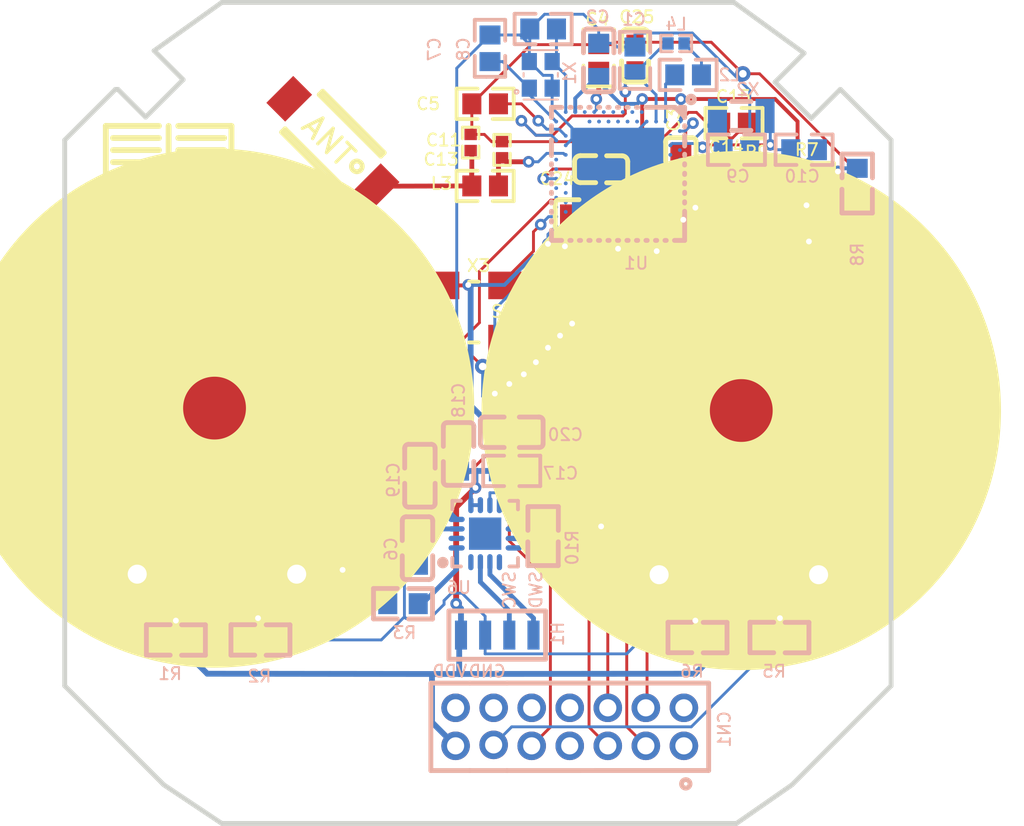
<source format=kicad_pcb>
(kicad_pcb (version 20171130) (host pcbnew "(5.1.12)-1")

  (general
    (thickness 1.6)
    (drawings 33)
    (tracks 609)
    (zones 0)
    (modules 57)
    (nets 44)
  )

  (page A4)
  (layers
    (0 F.Cu signal)
    (31 B.Cu signal)
    (32 B.Adhes user hide)
    (33 F.Adhes user hide)
    (34 B.Paste user hide)
    (35 F.Paste user hide)
    (36 B.SilkS user hide)
    (37 F.SilkS user hide)
    (38 B.Mask user hide)
    (39 F.Mask user hide)
    (40 Dwgs.User user hide)
    (41 Cmts.User user hide)
    (42 Eco1.User user hide)
    (43 Eco2.User user hide)
    (44 Edge.Cuts user)
    (45 Margin user hide)
    (46 B.CrtYd user hide)
    (47 F.CrtYd user hide)
    (48 B.Fab user hide)
    (49 F.Fab user hide)
  )

  (setup
    (last_trace_width 0.15)
    (trace_clearance 0.15)
    (zone_clearance 0.254)
    (zone_45_only no)
    (trace_min 0.15)
    (via_size 0.8)
    (via_drill 0.4)
    (via_min_size 0.4)
    (via_min_drill 0.3)
    (uvia_size 0.3)
    (uvia_drill 0.1)
    (uvias_allowed no)
    (uvia_min_size 0.2)
    (uvia_min_drill 0.1)
    (edge_width 0.05)
    (segment_width 0.2)
    (pcb_text_width 0.3)
    (pcb_text_size 1.5 1.5)
    (mod_edge_width 0.12)
    (mod_text_size 1 1)
    (mod_text_width 0.15)
    (pad_size 1.524 1.524)
    (pad_drill 0.762)
    (pad_to_mask_clearance 0)
    (aux_axis_origin 0 0)
    (visible_elements 7FFFFFFF)
    (pcbplotparams
      (layerselection 0x010fc_ffffffff)
      (usegerberextensions false)
      (usegerberattributes true)
      (usegerberadvancedattributes true)
      (creategerberjobfile true)
      (excludeedgelayer true)
      (linewidth 0.100000)
      (plotframeref false)
      (viasonmask false)
      (mode 1)
      (useauxorigin false)
      (hpglpennumber 1)
      (hpglpenspeed 20)
      (hpglpendiameter 15.000000)
      (psnegative false)
      (psa4output false)
      (plotreference true)
      (plotvalue true)
      (plotinvisibletext false)
      (padsonsilk false)
      (subtractmaskfromsilk false)
      (outputformat 1)
      (mirror false)
      (drillshape 1)
      (scaleselection 1)
      (outputdirectory ""))
  )

  (net 0 "")
  (net 1 CH1_LED)
  (net 2 GND)
  (net 3 L2_2)
  (net 4 L3_2)
  (net 5 LED2_1)
  (net 6 R1_RST)
  (net 7 R1_SET)
  (net 8 R2_1)
  (net 9 R2_RST)
  (net 10 R2_SET)
  (net 11 R6_1)
  (net 12 SWCLK)
  (net 13 SWDIO)
  (net 14 VDD)
  (net 15 XC1)
  (net 16 XC2)
  (net 17 XL1)
  (net 18 XL2)
  (net 19 CH2_LED)
  (net 20 U1_N24)
  (net 21 U1_AD2)
  (net 22 U1_AC5)
  (net 23 R9_1)
  (net 24 SDA)
  (net 25 SCL)
  (net 26 VSENSE)
  (net 27 LED3_2)
  (net 28 R3_1)
  (net 29 R10_1)
  (net 30 ANT)
  (net 31 DEC4_6)
  (net 32 U1_C1)
  (net 33 U1_D23)
  (net 34 C4_2)
  (net 35 MTO2)
  (net 36 MTO1)
  (net 37 U6_1)
  (net 38 U6_4)
  (net 39 SWC)
  (net 40 SWD)
  (net 41 U6_11)
  (net 42 U6_3)
  (net 43 DCC)

  (net_class Default "This is the default net class."
    (clearance 0.15)
    (trace_width 0.15)
    (via_dia 0.8)
    (via_drill 0.4)
    (uvia_dia 0.3)
    (uvia_drill 0.1)
    (add_net ANT)
    (add_net C4_2)
    (add_net CH1_LED)
    (add_net CH2_LED)
    (add_net DCC)
    (add_net DEC4_6)
    (add_net GND)
    (add_net L2_2)
    (add_net L3_2)
    (add_net LED2_1)
    (add_net LED3_2)
    (add_net MTO1)
    (add_net MTO2)
    (add_net R10_1)
    (add_net R1_RST)
    (add_net R1_SET)
    (add_net R2_1)
    (add_net R2_RST)
    (add_net R2_SET)
    (add_net R3_1)
    (add_net R6_1)
    (add_net R9_1)
    (add_net SCL)
    (add_net SDA)
    (add_net SWC)
    (add_net SWCLK)
    (add_net SWD)
    (add_net SWDIO)
    (add_net U1_AC5)
    (add_net U1_AD2)
    (add_net U1_C1)
    (add_net U1_D23)
    (add_net U1_N24)
    (add_net U6_1)
    (add_net U6_11)
    (add_net U6_3)
    (add_net U6_4)
    (add_net VDD)
    (add_net VSENSE)
    (add_net XC1)
    (add_net XC2)
    (add_net XL1)
    (add_net XL2)
  )

  (module easyeda:LIVOLO_TOUCH_PAD locked (layer F.Cu) (tedit 0) (tstamp 0)
    (at 79.248 54.407)
    (attr smd)
    (fp_text reference U2 (at -0.254 -8.382) (layer F.SilkS) hide
      (effects (font (size 1.143 1.143) (thickness 0.152)) (justify left))
    )
    (fp_text value TS1 (at -0.254 -10.16) (layer F.Fab) hide
      (effects (font (size 1.143 1.143) (thickness 0.152)) (justify left))
    )
    (fp_text user ggefb0fee79eed3b24a (at 0 0) (layer Cmts.User)
      (effects (font (size 1 1) (thickness 0.15)))
    )
    (pad 1 smd circle (at -0.001 -0.127) (size 15 15) (layers F.Cu F.Paste F.Mask)
      (net 28 R3_1))
  )

  (module easyeda:R0603 (layer F.Cu) (tedit 0) (tstamp 0)
    (at 89.154 64.516 180)
    (attr smd)
    (fp_text reference R3 (at -0.762 -1.524) (layer B.SilkS)
      (effects (font (size 0.635 0.635) (thickness 0.102)) (justify left mirror))
    )
    (fp_text value 560 (at -2.768 -4.138) (layer B.Fab) hide
      (effects (font (size 1.143 1.143) (thickness 0.152)) (justify left mirror))
    )
    (fp_line (start 1.55 -0.8) (end 1.55 0.8) (layer B.SilkS) (width 0.254))
    (fp_line (start -0.301 0.795) (end -1.551 0.795) (layer B.SilkS) (width 0.254))
    (fp_line (start -0.301 -0.805) (end -1.551 -0.805) (layer B.SilkS) (width 0.254))
    (fp_line (start 0.3 0.8) (end 1.55 0.8) (layer B.SilkS) (width 0.254))
    (fp_line (start 0.3 -0.8) (end 1.55 -0.8) (layer B.SilkS) (width 0.254))
    (fp_line (start -1.551 -0.805) (end -1.551 0.795) (layer B.SilkS) (width 0.254))
    (fp_text user gge06c04893b54e1746 (at 0 0) (layer Cmts.User)
      (effects (font (size 1 1) (thickness 0.15)))
    )
    (pad 2 smd rect (at -0.8 0 180) (size 1 1.1) (layers B.Cu B.Paste B.Mask)
      (net 37 U6_1))
    (pad 1 smd rect (at 0.8 0 180) (size 1 1.1) (layers B.Cu B.Paste B.Mask)
      (net 28 R3_1))
    (model ${KISYS3DMOD}/Resistor_SMD.3dshapes/R_0603_1608Metric.step
      (offset (xyz 0 0 -1.75))
      (scale (xyz 1 1 1))
      (rotate (xyz 0 180 0))
    )
  )

  (module easyeda:R0603 (layer F.Cu) (tedit 0) (tstamp 0)
    (at 81.661 66.421 180)
    (attr smd)
    (fp_text reference R2 (at -0.635 -1.905) (layer B.SilkS)
      (effects (font (size 0.635 0.635) (thickness 0.102)) (justify left mirror))
    )
    (fp_text value 4.7K (at -3.317 -4.138) (layer B.Fab) hide
      (effects (font (size 1.143 1.143) (thickness 0.152)) (justify left mirror))
    )
    (fp_line (start 1.55 -0.8) (end 1.55 0.8) (layer B.SilkS) (width 0.254))
    (fp_line (start -0.301 0.795) (end -1.551 0.795) (layer B.SilkS) (width 0.254))
    (fp_line (start -0.301 -0.805) (end -1.551 -0.805) (layer B.SilkS) (width 0.254))
    (fp_line (start 0.3 0.8) (end 1.55 0.8) (layer B.SilkS) (width 0.254))
    (fp_line (start 0.3 -0.8) (end 1.55 -0.8) (layer B.SilkS) (width 0.254))
    (fp_line (start -1.551 -0.805) (end -1.551 0.795) (layer B.SilkS) (width 0.254))
    (fp_text user gge332991c923e53348 (at 0 0) (layer Cmts.User)
      (effects (font (size 1 1) (thickness 0.15)))
    )
    (pad 2 smd rect (at -0.8 0 180) (size 1 1.1) (layers B.Cu B.Paste B.Mask)
      (net 2 GND))
    (pad 1 smd rect (at 0.8 0 180) (size 1 1.1) (layers B.Cu B.Paste B.Mask)
      (net 8 R2_1))
    (model ${KISYS3DMOD}/Resistor_SMD.3dshapes/R_0603_1608Metric.step
      (offset (xyz 0 0 -1.75))
      (scale (xyz 1 1 1))
      (rotate (xyz 0 180 0))
    )
  )

  (module easyeda:R0603 (layer F.Cu) (tedit 0) (tstamp 0)
    (at 77.216 66.421 180)
    (attr smd)
    (fp_text reference R1 (at -0.381 -1.778) (layer B.SilkS)
      (effects (font (size 0.635 0.635) (thickness 0.102)) (justify left mirror))
    )
    (fp_text value 4.7K (at -3.317 -4.138) (layer B.Fab) hide
      (effects (font (size 1.143 1.143) (thickness 0.152)) (justify left mirror))
    )
    (fp_line (start 1.55 -0.8) (end 1.55 0.8) (layer B.SilkS) (width 0.254))
    (fp_line (start -0.301 0.795) (end -1.551 0.795) (layer B.SilkS) (width 0.254))
    (fp_line (start -0.301 -0.805) (end -1.551 -0.805) (layer B.SilkS) (width 0.254))
    (fp_line (start 0.3 0.8) (end 1.55 0.8) (layer B.SilkS) (width 0.254))
    (fp_line (start 0.3 -0.8) (end 1.55 -0.8) (layer B.SilkS) (width 0.254))
    (fp_line (start -1.551 -0.805) (end -1.551 0.795) (layer B.SilkS) (width 0.254))
    (fp_text user ggec8809141f2474cc2 (at 0 0) (layer Cmts.User)
      (effects (font (size 1 1) (thickness 0.15)))
    )
    (pad 2 smd rect (at -0.8 0 180) (size 1 1.1) (layers B.Cu B.Paste B.Mask)
      (net 14 VDD))
    (pad 1 smd rect (at 0.8 0 180) (size 1 1.1) (layers B.Cu B.Paste B.Mask)
      (net 27 LED3_2))
    (model ${KISYS3DMOD}/Resistor_SMD.3dshapes/R_0603_1608Metric.step
      (offset (xyz 0 0 -1.75))
      (scale (xyz 1 1 1))
      (rotate (xyz 0 180 0))
    )
  )

  (module easyeda:LED-SMD_0603-T locked (layer F.Cu) (tedit 0) (tstamp 0)
    (at 77.216 64.516 270)
    (attr smd)
    (fp_text reference LED3 (at 2.032 1.143) (layer F.SilkS)
      (effects (font (size 0.635 0.635) (thickness 0.102)) (justify left))
    )
    (fp_text value RED (at 2.817 -4.481 90) (layer F.Fab) hide
      (effects (font (size 1.143 1.143) (thickness 0.152)) (justify left))
    )
    (fp_line (start 0.508 0.889) (end 0.508 -0.889) (layer F.SilkS) (width 0.254))
    (fp_line (start -0.2 0.2) (end 0.2 0.2) (layer F.SilkS) (width 0.254))
    (fp_line (start 0.2 0.2) (end 0 -0.2) (layer F.SilkS) (width 0.254))
    (fp_line (start 0 -0.2) (end -0.2 0.2) (layer F.SilkS) (width 0.254))
    (fp_line (start -0.508 0.889) (end -0.508 -0.889) (layer F.SilkS) (width 0.254))
    (fp_text user gged7bbc81fa95d5d7a (at 0 0) (layer Cmts.User)
      (effects (font (size 1 1) (thickness 0.15)))
    )
    (pad 2 smd rect (at 0 0.8) (size 0.8 0.8) (layers F.Cu F.Paste F.Mask)
      (net 27 LED3_2))
    (pad 1 smd rect (at 0 -0.8) (size 0.8 0.8) (layers F.Cu F.Paste F.Mask)
      (net 19 CH2_LED))
    (model ${KISYS3DMOD}/LED_SMD.3dshapes/LED_0603_1608Metric.step
      (at (xyz 0 0 0))
      (scale (xyz 1 1 1))
      (rotate (xyz 0 0 90))
    )
  )

  (module easyeda:LED-SMD_0603-T locked (layer F.Cu) (tedit 0) (tstamp 0)
    (at 81.534 64.516 270)
    (attr smd)
    (fp_text reference LED4 (at 2.002 1.016) (layer F.SilkS)
      (effects (font (size 0.635 0.635) (thickness 0.102)) (justify left))
    )
    (fp_text value BLUE (at 3.782 -4.481 90) (layer F.Fab) hide
      (effects (font (size 1.143 1.143) (thickness 0.152)) (justify left))
    )
    (fp_line (start 0.508 0.889) (end 0.508 -0.889) (layer F.SilkS) (width 0.254))
    (fp_line (start -0.2 0.2) (end 0.2 0.2) (layer F.SilkS) (width 0.254))
    (fp_line (start 0.2 0.2) (end 0 -0.2) (layer F.SilkS) (width 0.254))
    (fp_line (start 0 -0.2) (end -0.2 0.2) (layer F.SilkS) (width 0.254))
    (fp_line (start -0.508 0.889) (end -0.508 -0.889) (layer F.SilkS) (width 0.254))
    (fp_text user gge336222ff1a67bd9f (at 0 0) (layer Cmts.User)
      (effects (font (size 1 1) (thickness 0.15)))
    )
    (pad 2 smd rect (at 0 0.8) (size 0.8 0.8) (layers F.Cu F.Paste F.Mask)
      (net 19 CH2_LED))
    (pad 1 smd rect (at 0 -0.8) (size 0.8 0.8) (layers F.Cu F.Paste F.Mask)
      (net 8 R2_1))
    (model ${KISYS3DMOD}/LED_SMD.3dshapes/LED_0603_1608Metric.step
      (at (xyz 0 0 0))
      (scale (xyz 1 1 1))
      (rotate (xyz 0 0 90))
    )
  )

  (module easyeda:0603 (layer F.Cu) (tedit 0) (tstamp 0)
    (at 93.472 42.545 180)
    (attr smd)
    (fp_text reference L3 (at 2.921 0.127) (layer F.SilkS)
      (effects (font (size 0.635 0.635) (thickness 0.102)) (justify left))
    )
    (fp_text value 4.7nH (at -0.038 -1.979 180) (layer F.Fab) hide
      (effects (font (size 1.143 1.143) (thickness 0.152)) (justify left))
    )
    (fp_line (start 0.4 -0.8) (end 1.5 -0.8) (layer F.SilkS) (width 0.2))
    (fp_line (start 1.5 -0.8) (end 1.5 0.8) (layer F.SilkS) (width 0.2))
    (fp_line (start 1.5 0.8) (end 0.4 0.8) (layer F.SilkS) (width 0.2))
    (fp_line (start -0.4 -0.8) (end -1.5 -0.8) (layer F.SilkS) (width 0.2))
    (fp_line (start -1.5 -0.8) (end -1.5 0.2) (layer F.SilkS) (width 0.2))
    (fp_line (start -1.5 0.2) (end -1.5 0.8) (layer F.SilkS) (width 0.2))
    (fp_line (start -1.5 0.8) (end -0.4 0.8) (layer F.SilkS) (width 0.2))
    (fp_text user gge510f7e7047da8839 (at 0 0) (layer Cmts.User)
      (effects (font (size 1 1) (thickness 0.15)))
    )
    (pad 1 smd rect (at -0.7 0 180) (size 1 1.1) (layers F.Cu F.Paste F.Mask)
      (net 30 ANT))
    (pad 2 smd rect (at 0.7 0 180) (size 1 1.1) (layers F.Cu F.Paste F.Mask)
      (net 4 L3_2))
    (model ${KISYS3DMOD}/Inductor_SMD.3dshapes/L_0603_1608Metric.step
      (at (xyz 0 0 0))
      (scale (xyz 1 1 1))
      (rotate (xyz 0 0 0))
    )
  )

  (module easyeda:0402 (layer F.Cu) (tedit 0) (tstamp 0)
    (at 94.361 40.64 90)
    (attr smd)
    (fp_text reference C11 (at 0.508 -4.064) (layer F.SilkS)
      (effects (font (size 0.635 0.635) (thickness 0.102)) (justify left))
    )
    (fp_text value 0.8pF (at -0.008 -1.61 90) (layer F.Fab) hide
      (effects (font (size 1.143 1.143) (thickness 0.152)) (justify left))
    )
    (fp_line (start -0.185 -0.432) (end -0.82 -0.432) (layer F.SilkS) (width 0.152))
    (fp_line (start -0.82 -0.432) (end -0.82 0.432) (layer F.SilkS) (width 0.152))
    (fp_line (start -0.82 0.432) (end -0.287 0.432) (layer F.SilkS) (width 0.152))
    (fp_line (start -0.287 0.432) (end -0.185 0.432) (layer F.SilkS) (width 0.152))
    (fp_line (start 0.196 0.432) (end 0.805 0.432) (layer F.SilkS) (width 0.152))
    (fp_line (start 0.805 0.432) (end 0.805 -0.432) (layer F.SilkS) (width 0.152))
    (fp_line (start 0.805 -0.432) (end 0.272 -0.432) (layer F.SilkS) (width 0.152))
    (fp_line (start 0.272 -0.432) (end 0.196 -0.432) (layer F.SilkS) (width 0.152))
    (fp_text user gge20764de07767b3a1 (at 0 0) (layer Cmts.User)
      (effects (font (size 1 1) (thickness 0.15)))
    )
    (pad 2 smd rect (at 0.424 0 90) (size 0.6 0.65) (layers F.Cu F.Paste F.Mask)
      (net 2 GND))
    (pad 1 smd rect (at -0.424 0 90) (size 0.6 0.65) (layers F.Cu F.Paste F.Mask)
      (net 30 ANT))
    (model ${KISYS3DMOD}/Capacitor_SMD.3dshapes/C_0402_1005Metric.wrl
      (at (xyz 0 0 0))
      (scale (xyz 1 1 1))
      (rotate (xyz 0 0 0))
    )
  )

  (module easyeda:C0603 (layer F.Cu) (tedit 0) (tstamp 0)
    (at 99.568 41.656 180)
    (attr smd)
    (fp_text reference C24 (at 3.302 -0.508) (layer F.SilkS)
      (effects (font (size 0.635 0.635) (thickness 0.102)) (justify left))
    )
    (fp_text value 820pF (at 4.84 -3.772) (layer F.Fab) hide
      (effects (font (size 1.143 1.143) (thickness 0.152)) (justify left))
    )
    (fp_line (start -0.289 0.698) (end -1.089 0.698) (layer F.SilkS) (width 0.254))
    (fp_line (start -1.398 -0.412) (end -1.398 0.388) (layer F.SilkS) (width 0.254))
    (fp_line (start -0.289 -0.722) (end -1.089 -0.722) (layer F.SilkS) (width 0.254))
    (fp_line (start 0.287 0.704) (end 1.087 0.704) (layer F.SilkS) (width 0.254))
    (fp_line (start 0.287 -0.716) (end 1.087 -0.716) (layer F.SilkS) (width 0.254))
    (fp_line (start 1.397 -0.406) (end 1.397 0.394) (layer F.SilkS) (width 0.254))
    (fp_text user gge825db027f63186d5 (at 0 0) (layer Cmts.User)
      (effects (font (size 1 1) (thickness 0.15)))
    )
    (fp_arc (start -1.089 -0.412) (end -1.399 -0.412) (angle 90) (layer F.SilkS) (width 0.254))
    (fp_arc (start -1.089 0.388) (end -1.089 0.698) (angle 90) (layer F.SilkS) (width 0.254))
    (fp_arc (start 1.087 -0.406) (end 1.087 -0.716) (angle 90) (layer F.SilkS) (width 0.254))
    (fp_arc (start 1.087 0.394) (end 1.397 0.394) (angle 90) (layer F.SilkS) (width 0.254))
    (pad 1 smd rect (at -0.7 0 180) (size 0.8 0.9) (layers F.Cu F.Paste F.Mask)
      (net 2 GND))
    (pad 2 smd rect (at 0.7 0 180) (size 0.8 0.9) (layers F.Cu F.Paste F.Mask)
      (net 20 U1_N24))
    (model ${KISYS3DMOD}/Capacitor_SMD.3dshapes/C_0603_1608Metric.step
      (at (xyz 0 0 0))
      (scale (xyz 1 1 1))
      (rotate (xyz 0 0 0))
    )
  )

  (module easyeda:C0603 (layer F.Cu) (tedit 0) (tstamp 0)
    (at 101.346 35.687 270)
    (attr smd)
    (fp_text reference C25 (at -2.032 0.889) (layer F.SilkS)
      (effects (font (size 0.635 0.635) (thickness 0.102)) (justify left))
    )
    (fp_text value 47nF (at 3.771 -4.138 90) (layer F.Fab) hide
      (effects (font (size 1.143 1.143) (thickness 0.152)) (justify left))
    )
    (fp_line (start -0.289 0.698) (end -1.089 0.698) (layer F.SilkS) (width 0.254))
    (fp_line (start -1.398 -0.412) (end -1.398 0.388) (layer F.SilkS) (width 0.254))
    (fp_line (start -0.289 -0.722) (end -1.089 -0.722) (layer F.SilkS) (width 0.254))
    (fp_line (start 0.287 0.704) (end 1.087 0.704) (layer F.SilkS) (width 0.254))
    (fp_line (start 0.287 -0.716) (end 1.087 -0.716) (layer F.SilkS) (width 0.254))
    (fp_line (start 1.397 -0.406) (end 1.397 0.394) (layer F.SilkS) (width 0.254))
    (fp_text user ggee8ec3d51a9b93a28 (at 0 0) (layer Cmts.User)
      (effects (font (size 1 1) (thickness 0.15)))
    )
    (fp_arc (start -1.089 -0.412) (end -1.399 -0.412) (angle 90) (layer F.SilkS) (width 0.254))
    (fp_arc (start -1.089 0.388) (end -1.089 0.698) (angle 90) (layer F.SilkS) (width 0.254))
    (fp_arc (start 1.087 -0.406) (end 1.087 -0.716) (angle 90) (layer F.SilkS) (width 0.254))
    (fp_arc (start 1.087 0.394) (end 1.397 0.394) (angle 90) (layer F.SilkS) (width 0.254))
    (pad 1 smd rect (at -0.7 0 270) (size 0.8 0.9) (layers F.Cu F.Paste F.Mask)
      (net 2 GND))
    (pad 2 smd rect (at 0.7 0 270) (size 0.8 0.9) (layers F.Cu F.Paste F.Mask)
      (net 31 DEC4_6))
    (model ${KISYS3DMOD}/Capacitor_SMD.3dshapes/C_0603_1608Metric.step
      (at (xyz 0 0 0))
      (scale (xyz 1 1 1))
      (rotate (xyz 0 0 0))
    )
  )

  (module easyeda:C0603 (layer F.Cu) (tedit 0) (tstamp 0)
    (at 103.759 41.656 270)
    (attr smd)
    (fp_text reference C3 (at -1.905 0.381 270) (layer F.SilkS)
      (effects (font (size 0.635 0.635) (thickness 0.102)) (justify left))
    )
    (fp_text value 100nF (at -0.011 -2.921 270) (layer F.Fab) hide
      (effects (font (size 1.143 1.143) (thickness 0.152)) (justify left))
    )
    (fp_line (start 1.65 -0.6) (end 1.65 0.6) (layer F.SilkS) (width 0.254))
    (fp_line (start -0.4 -0.8) (end -1.4 -0.8) (layer F.SilkS) (width 0.254))
    (fp_line (start -0.4 0.8) (end -1.4 0.8) (layer F.SilkS) (width 0.254))
    (fp_line (start 0.4 -0.8) (end 1.4 -0.8) (layer F.SilkS) (width 0.254))
    (fp_line (start 0.4 0.8) (end 1.4 0.8) (layer F.SilkS) (width 0.254))
    (fp_line (start -1.65 -0.6) (end -1.65 0.6) (layer F.SilkS) (width 0.254))
    (fp_line (start -1.45 -0.8) (end -1.4 -0.8) (layer F.SilkS) (width 0.254))
    (fp_line (start -1.45 0.8) (end -1.4 0.8) (layer F.SilkS) (width 0.254))
    (fp_line (start 1.45 -0.8) (end 1.4 -0.8) (layer F.SilkS) (width 0.254))
    (fp_line (start 1.45 0.8) (end 1.4 0.8) (layer F.SilkS) (width 0.254))
    (fp_text user ggebc3708a677825ce8 (at 0 0) (layer Cmts.User)
      (effects (font (size 1 1) (thickness 0.15)))
    )
    (fp_arc (start -1.45 -0.6) (end -1.65 -0.6) (angle 90) (layer F.SilkS) (width 0.254))
    (fp_arc (start -1.45 0.6) (end -1.45 0.8) (angle 90) (layer F.SilkS) (width 0.254))
    (fp_arc (start 1.45 -0.6) (end 1.45 -0.8) (angle 90) (layer F.SilkS) (width 0.254))
    (fp_arc (start 1.45 0.6) (end 1.65 0.6) (angle 90) (layer F.SilkS) (width 0.254))
    (pad 1 smd rect (at -0.9 0 270) (size 1 1.1) (layers F.Cu F.Paste F.Mask)
      (net 32 U1_C1))
    (pad 2 smd rect (at 0.9 0 270) (size 1 1.1) (layers F.Cu F.Paste F.Mask)
      (net 2 GND))
    (model ${KISYS3DMOD}/Capacitor_SMD.3dshapes/C_0603_1608Metric.step
      (at (xyz 0 0 0))
      (scale (xyz 1 1 1))
      (rotate (xyz 0 0 0))
    )
  )

  (module easyeda:C0603 (layer F.Cu) (tedit 0) (tstamp 0)
    (at 98.806 44.069 180)
    (attr smd)
    (fp_text reference C23 (at 0.508 -1.524) (layer F.SilkS)
      (effects (font (size 0.635 0.635) (thickness 0.102)) (justify left))
    )
    (fp_text value 100nF (at 4.322 -4.138) (layer F.Fab) hide
      (effects (font (size 1.143 1.143) (thickness 0.152)) (justify left))
    )
    (fp_line (start 1.65 -0.6) (end 1.65 0.6) (layer F.SilkS) (width 0.254))
    (fp_line (start -0.4 -0.8) (end -1.4 -0.8) (layer F.SilkS) (width 0.254))
    (fp_line (start -0.4 0.8) (end -1.4 0.8) (layer F.SilkS) (width 0.254))
    (fp_line (start 0.4 -0.8) (end 1.4 -0.8) (layer F.SilkS) (width 0.254))
    (fp_line (start 0.4 0.8) (end 1.4 0.8) (layer F.SilkS) (width 0.254))
    (fp_line (start -1.65 -0.6) (end -1.65 0.6) (layer F.SilkS) (width 0.254))
    (fp_line (start -1.45 -0.8) (end -1.4 -0.8) (layer F.SilkS) (width 0.254))
    (fp_line (start -1.45 0.8) (end -1.4 0.8) (layer F.SilkS) (width 0.254))
    (fp_line (start 1.45 -0.8) (end 1.4 -0.8) (layer F.SilkS) (width 0.254))
    (fp_line (start 1.45 0.8) (end 1.4 0.8) (layer F.SilkS) (width 0.254))
    (fp_text user ggea131011649904131 (at 0 0) (layer Cmts.User)
      (effects (font (size 1 1) (thickness 0.15)))
    )
    (fp_arc (start -1.45 -0.6) (end -1.65 -0.6) (angle 90) (layer F.SilkS) (width 0.254))
    (fp_arc (start -1.45 0.6) (end -1.45 0.8) (angle 90) (layer F.SilkS) (width 0.254))
    (fp_arc (start 1.45 -0.6) (end 1.45 -0.8) (angle 90) (layer F.SilkS) (width 0.254))
    (fp_arc (start 1.45 0.6) (end 1.65 0.6) (angle 90) (layer F.SilkS) (width 0.254))
    (pad 1 smd rect (at -0.9 0 180) (size 1 1.1) (layers F.Cu F.Paste F.Mask)
      (net 2 GND))
    (pad 2 smd rect (at 0.9 0 180) (size 1 1.1) (layers F.Cu F.Paste F.Mask)
      (net 14 VDD))
    (model ${KISYS3DMOD}/Capacitor_SMD.3dshapes/C_0603_1608Metric.step
      (at (xyz 0 0 0))
      (scale (xyz 1 1 1))
      (rotate (xyz 0 0 0))
    )
  )

  (module easyeda:0603 (layer F.Cu) (tedit 0) (tstamp 0)
    (at 106.553 39.243 180)
    (attr smd)
    (fp_text reference C15 (at 1.016 1.397) (layer F.SilkS)
      (effects (font (size 0.635 0.635) (thickness 0.102)) (justify left))
    )
    (fp_text value 1uF (at 2.154 -4.265) (layer F.Fab) hide
      (effects (font (size 1.143 1.143) (thickness 0.152)) (justify left))
    )
    (fp_line (start 0.4 -0.8) (end 1.5 -0.8) (layer F.SilkS) (width 0.2))
    (fp_line (start 1.5 -0.8) (end 1.5 0.8) (layer F.SilkS) (width 0.2))
    (fp_line (start 1.5 0.8) (end 0.4 0.8) (layer F.SilkS) (width 0.2))
    (fp_line (start -0.4 -0.8) (end -1.5 -0.8) (layer F.SilkS) (width 0.2))
    (fp_line (start -1.5 -0.8) (end -1.5 0.2) (layer F.SilkS) (width 0.2))
    (fp_line (start -1.5 0.2) (end -1.5 0.8) (layer F.SilkS) (width 0.2))
    (fp_line (start -1.5 0.8) (end -0.4 0.8) (layer F.SilkS) (width 0.2))
    (fp_text user ggefd6d6769f6c1158e (at 0 0) (layer Cmts.User)
      (effects (font (size 1 1) (thickness 0.15)))
    )
    (pad 1 smd rect (at -0.7 0 180) (size 1 1.1) (layers F.Cu F.Paste F.Mask)
      (net 2 GND))
    (pad 2 smd rect (at 0.7 0 180) (size 1 1.1) (layers F.Cu F.Paste F.Mask)
      (net 14 VDD))
    (model ${KISYS3DMOD}/Capacitor_SMD.3dshapes/C_0603_1608Metric.step
      (at (xyz 0 0 0))
      (scale (xyz 1 1 1))
      (rotate (xyz 0 0 0))
    )
  )

  (module easyeda:C0603 (layer F.Cu) (tedit 0) (tstamp 0)
    (at 98.298 47.117)
    (attr smd)
    (fp_text reference C12 (at 2.413 1.143 90) (layer F.SilkS)
      (effects (font (size 0.635 0.635) (thickness 0.102)) (justify left))
    )
    (fp_text value 100nF (at -0.011 -1.979) (layer F.Fab) hide
      (effects (font (size 1.143 1.143) (thickness 0.152)) (justify left))
    )
    (fp_line (start 1.65 -0.6) (end 1.65 0.6) (layer F.SilkS) (width 0.254))
    (fp_line (start -0.4 -0.8) (end -1.4 -0.8) (layer F.SilkS) (width 0.254))
    (fp_line (start -0.4 0.8) (end -1.4 0.8) (layer F.SilkS) (width 0.254))
    (fp_line (start 0.4 -0.8) (end 1.4 -0.8) (layer F.SilkS) (width 0.254))
    (fp_line (start 0.4 0.8) (end 1.4 0.8) (layer F.SilkS) (width 0.254))
    (fp_line (start -1.65 -0.6) (end -1.65 0.6) (layer F.SilkS) (width 0.254))
    (fp_line (start -1.45 -0.8) (end -1.4 -0.8) (layer F.SilkS) (width 0.254))
    (fp_line (start -1.45 0.8) (end -1.4 0.8) (layer F.SilkS) (width 0.254))
    (fp_line (start 1.45 -0.8) (end 1.4 -0.8) (layer F.SilkS) (width 0.254))
    (fp_line (start 1.45 0.8) (end 1.4 0.8) (layer F.SilkS) (width 0.254))
    (fp_text user gge26a39bcafcc8ce7c (at 0 0) (layer Cmts.User)
      (effects (font (size 1 1) (thickness 0.15)))
    )
    (fp_arc (start -1.45 -0.6) (end -1.65 -0.6) (angle 90) (layer F.SilkS) (width 0.254))
    (fp_arc (start -1.45 0.6) (end -1.45 0.8) (angle 90) (layer F.SilkS) (width 0.254))
    (fp_arc (start 1.45 -0.6) (end 1.45 -0.8) (angle 90) (layer F.SilkS) (width 0.254))
    (fp_arc (start 1.45 0.6) (end 1.65 0.6) (angle 90) (layer F.SilkS) (width 0.254))
    (pad 1 smd rect (at -0.9 0) (size 1 1.1) (layers F.Cu F.Paste F.Mask)
      (net 2 GND))
    (pad 2 smd rect (at 0.9 0) (size 1 1.1) (layers F.Cu F.Paste F.Mask)
      (net 14 VDD))
    (model ${KISYS3DMOD}/Capacitor_SMD.3dshapes/C_0603_1608Metric.step
      (at (xyz 0 0 0))
      (scale (xyz 1 1 1))
      (rotate (xyz 0 0 0))
    )
  )

  (module easyeda:0603 (layer F.Cu) (tedit 0) (tstamp 0)
    (at 99.441 35.814 270)
    (attr smd)
    (fp_text reference C4 (at -2.032 0.762) (layer F.SilkS)
      (effects (font (size 0.635 0.635) (thickness 0.102)) (justify left))
    )
    (fp_text value N.C. (at -0.039 -1.979 270) (layer F.Fab) hide
      (effects (font (size 1.143 1.143) (thickness 0.152)) (justify left))
    )
    (fp_line (start 0.4 -0.8) (end 1.5 -0.8) (layer F.SilkS) (width 0.2))
    (fp_line (start 1.5 -0.8) (end 1.5 0.8) (layer F.SilkS) (width 0.2))
    (fp_line (start 1.5 0.8) (end 0.4 0.8) (layer F.SilkS) (width 0.2))
    (fp_line (start -0.4 -0.8) (end -1.5 -0.8) (layer F.SilkS) (width 0.2))
    (fp_line (start -1.5 -0.8) (end -1.5 0.2) (layer F.SilkS) (width 0.2))
    (fp_line (start -1.5 0.2) (end -1.5 0.8) (layer F.SilkS) (width 0.2))
    (fp_line (start -1.5 0.8) (end -0.4 0.8) (layer F.SilkS) (width 0.2))
    (fp_text user gge3a68d3ddabf48558 (at 0 0) (layer Cmts.User)
      (effects (font (size 1 1) (thickness 0.15)))
    )
    (pad 1 smd rect (at -0.7 0 270) (size 1 1.1) (layers F.Cu F.Paste F.Mask)
      (net 2 GND))
    (pad 2 smd rect (at 0.7 0 270) (size 1 1.1) (layers F.Cu F.Paste F.Mask)
      (net 34 C4_2))
    (model ${KISYS3DMOD}/Capacitor_SMD.3dshapes/C_0603_1608Metric.step
      (at (xyz 0 0 0))
      (scale (xyz 1 1 1))
      (rotate (xyz 0 0 0))
    )
  )

  (module easyeda:AN6520 (layer F.Cu) (tedit 0) (tstamp 0)
    (at 85.471 40.259 45)
    (attr smd)
    (fp_text reference U3 (at -2.949 -0.521 -45) (layer Cmts.User)
      (effects (font (size 0.635 0.635) (thickness 0.102)) (justify left))
    )
    (fp_text value "Antenna 2.4GHz" (at 0 -5.13 45) (layer F.Fab) hide
      (effects (font (size 1.143 1.143) (thickness 0.152)) (justify left))
    )
    (fp_circle (center 0 1.778) (end 0.284 1.778) (layer F.SilkS) (width 0.254))
    (fp_line (start -1.524 -2.286) (end -1.27 -2.286) (layer F.SilkS) (width 0.254))
    (fp_line (start -1.27 -2.286) (end -1.27 2.286) (layer F.SilkS) (width 0.254))
    (fp_line (start -1.27 2.286) (end -1.524 2.286) (layer F.SilkS) (width 0.254))
    (fp_line (start -1.524 2.286) (end -1.524 -2.286) (layer F.SilkS) (width 0.254))
    (fp_line (start 1.27 -2.286) (end 1.524 -2.286) (layer F.SilkS) (width 0.254))
    (fp_line (start 1.524 -2.286) (end 1.524 2.286) (layer F.SilkS) (width 0.254))
    (fp_line (start 1.524 2.286) (end 1.27 2.286) (layer F.SilkS) (width 0.254))
    (fp_line (start 1.27 2.286) (end 1.27 -2.286) (layer F.SilkS) (width 0.254))
    (fp_text user gge66797bcd97f4f6c2 (at 0 0) (layer Cmts.User)
      (effects (font (size 1 1) (thickness 0.15)))
    )
    (pad 1 smd rect (at 0 3.25 45) (size 2 1.4) (layers F.Cu F.Paste F.Mask)
      (net 4 L3_2))
    (pad 2 smd rect (at 0 -3.25 45) (size 2 1.4) (layers F.Cu F.Paste F.Mask))
    (model ${KISYS3DMOD}/RF_Antenna.3dshapes/Johanson_2450AT43F0100.step
      (at (xyz 0 0 0))
      (scale (xyz 1 1 1))
      (rotate (xyz 0 0 -90))
    )
  )

  (module easyeda:0603 (layer F.Cu) (tedit 0) (tstamp 0)
    (at 93.472 38.227 180)
    (attr smd)
    (fp_text reference C5 (at 3.683 0) (layer F.SilkS)
      (effects (font (size 0.635 0.635) (thickness 0.102)) (justify left))
    )
    (fp_text value 100pF (at -0.038 -1.979 180) (layer F.Fab) hide
      (effects (font (size 1.143 1.143) (thickness 0.152)) (justify left))
    )
    (fp_line (start 0.4 -0.8) (end 1.5 -0.8) (layer F.SilkS) (width 0.2))
    (fp_line (start 1.5 -0.8) (end 1.5 0.8) (layer F.SilkS) (width 0.2))
    (fp_line (start 1.5 0.8) (end 0.4 0.8) (layer F.SilkS) (width 0.2))
    (fp_line (start -0.4 -0.8) (end -1.5 -0.8) (layer F.SilkS) (width 0.2))
    (fp_line (start -1.5 -0.8) (end -1.5 0.2) (layer F.SilkS) (width 0.2))
    (fp_line (start -1.5 0.2) (end -1.5 0.8) (layer F.SilkS) (width 0.2))
    (fp_line (start -1.5 0.8) (end -0.4 0.8) (layer F.SilkS) (width 0.2))
    (fp_text user ggeddba3c46cf8b8e66 (at 0 0) (layer Cmts.User)
      (effects (font (size 1 1) (thickness 0.15)))
    )
    (pad 1 smd rect (at -0.7 0 180) (size 1 1.1) (layers F.Cu F.Paste F.Mask)
      (net 33 U1_D23))
    (pad 2 smd rect (at 0.7 0 180) (size 1 1.1) (layers F.Cu F.Paste F.Mask)
      (net 2 GND))
    (model ${KISYS3DMOD}/Capacitor_SMD.3dshapes/C_0603_1608Metric.step
      (at (xyz 0 0 0))
      (scale (xyz 1 1 1))
      (rotate (xyz 0 0 0))
    )
  )

  (module easyeda:SWD4_5032 (layer F.Cu) (tedit 0) (tstamp 0)
    (at 92.837 49.276)
    (attr smd)
    (fp_text reference X3 (at -0.381 -2.54) (layer F.SilkS)
      (effects (font (size 0.635 0.635) (thickness 0.102)) (justify left))
    )
    (fp_text value ICSP (at 0 -3.401) (layer F.Fab) hide
      (effects (font (size 1.143 1.143) (thickness 0.152)) (justify left))
    )
    (fp_line (start -0.211 1.501) (end 0.29 1.501) (layer F.SilkS) (width 0.203))
    (fp_line (start -0.211 -1.697) (end 0.29 -1.697) (layer F.SilkS) (width 0.203))
    (fp_text user gge4fa57ca1cc1a6fe3 (at 0 0) (layer Cmts.User)
      (effects (font (size 1 1) (thickness 0.15)))
    )
    (pad 2 smd rect (at -1.854 -1.499) (size 2.261 1.448) (layers F.Cu F.Paste F.Mask)
      (net 14 VDD))
    (pad 1 smd rect (at 1.93 -1.499) (size 2.261 1.448) (layers F.Cu F.Paste F.Mask)
      (net 12 SWCLK))
    (pad 4 smd rect (at 1.93 1.295) (size 2.261 1.448) (layers F.Cu F.Paste F.Mask)
      (net 13 SWDIO))
    (pad 3 smd rect (at -1.854 1.295) (size 2.261 1.448) (layers F.Cu F.Paste F.Mask)
      (net 2 GND))
  )

  (module easyeda:LED-SMD_0603-T locked (layer F.Cu) (tedit 0) (tstamp 0)
    (at 108.966 64.516 270)
    (attr smd)
    (fp_text reference LED2 (at 2.096 1.016) (layer F.SilkS)
      (effects (font (size 0.635 0.635) (thickness 0.102)) (justify left))
    )
    (fp_text value BLUE (at 0 -2.378 270) (layer F.Fab) hide
      (effects (font (size 1.143 1.143) (thickness 0.152)) (justify left))
    )
    (fp_line (start 0.508 0.889) (end 0.508 -0.889) (layer F.SilkS) (width 0.254))
    (fp_line (start -0.2 0.2) (end 0.2 0.2) (layer F.SilkS) (width 0.254))
    (fp_line (start 0.2 0.2) (end 0 -0.2) (layer F.SilkS) (width 0.254))
    (fp_line (start 0 -0.2) (end -0.2 0.2) (layer F.SilkS) (width 0.254))
    (fp_line (start -0.508 0.889) (end -0.508 -0.889) (layer F.SilkS) (width 0.254))
    (fp_text user gge48c2d4982f4ec99a (at 0 0) (layer Cmts.User)
      (effects (font (size 1 1) (thickness 0.15)))
    )
    (pad 2 smd rect (at 0 0.8) (size 0.8 0.8) (layers F.Cu F.Paste F.Mask)
      (net 1 CH1_LED))
    (pad 1 smd rect (at 0 -0.8) (size 0.8 0.8) (layers F.Cu F.Paste F.Mask)
      (net 5 LED2_1))
    (model ${KISYS3DMOD}/LED_SMD.3dshapes/LED_0603_1608Metric.step
      (at (xyz 0 0 0))
      (scale (xyz 1 1 1))
      (rotate (xyz 0 0 90))
    )
  )

  (module easyeda:LED-SMD_0603-T locked (layer F.Cu) (tedit 0) (tstamp 0)
    (at 104.648 64.516 270)
    (attr smd)
    (fp_text reference LED1 (at 2.097 1.016) (layer F.SilkS)
      (effects (font (size 0.635 0.635) (thickness 0.102)) (justify left))
    )
    (fp_text value RED (at 0 -2.378 270) (layer F.Fab) hide
      (effects (font (size 1.143 1.143) (thickness 0.152)) (justify left))
    )
    (fp_line (start 0.508 0.889) (end 0.508 -0.889) (layer F.SilkS) (width 0.254))
    (fp_line (start -0.2 0.2) (end 0.2 0.2) (layer F.SilkS) (width 0.254))
    (fp_line (start 0.2 0.2) (end 0 -0.2) (layer F.SilkS) (width 0.254))
    (fp_line (start 0 -0.2) (end -0.2 0.2) (layer F.SilkS) (width 0.254))
    (fp_line (start -0.508 0.889) (end -0.508 -0.889) (layer F.SilkS) (width 0.254))
    (fp_text user gge7a65b453ee5a9ec2 (at 0 0) (layer Cmts.User)
      (effects (font (size 1 1) (thickness 0.15)))
    )
    (pad 2 smd rect (at 0 0.8) (size 0.8 0.8) (layers F.Cu F.Paste F.Mask)
      (net 11 R6_1))
    (pad 1 smd rect (at 0 -0.8) (size 0.8 0.8) (layers F.Cu F.Paste F.Mask)
      (net 1 CH1_LED))
    (model ${KISYS3DMOD}/LED_SMD.3dshapes/LED_0603_1608Metric.step
      (at (xyz 0 0 0))
      (scale (xyz 1 1 1))
      (rotate (xyz 0 0 90))
    )
  )

  (module easyeda:0402 (layer F.Cu) (tedit 0) (tstamp 0)
    (at 92.71 40.259 90)
    (attr smd)
    (fp_text reference C13 (at -0.889 -2.54) (layer F.SilkS)
      (effects (font (size 0.635 0.635) (thickness 0.102)) (justify left))
    )
    (fp_text value 0.5pF (at -0.008 -1.61 90) (layer F.Fab) hide
      (effects (font (size 1.143 1.143) (thickness 0.152)) (justify left))
    )
    (fp_line (start -0.185 -0.432) (end -0.82 -0.432) (layer F.SilkS) (width 0.152))
    (fp_line (start -0.82 -0.432) (end -0.82 0.432) (layer F.SilkS) (width 0.152))
    (fp_line (start -0.82 0.432) (end -0.287 0.432) (layer F.SilkS) (width 0.152))
    (fp_line (start -0.287 0.432) (end -0.185 0.432) (layer F.SilkS) (width 0.152))
    (fp_line (start 0.196 0.432) (end 0.805 0.432) (layer F.SilkS) (width 0.152))
    (fp_line (start 0.805 0.432) (end 0.805 -0.432) (layer F.SilkS) (width 0.152))
    (fp_line (start 0.805 -0.432) (end 0.272 -0.432) (layer F.SilkS) (width 0.152))
    (fp_line (start 0.272 -0.432) (end 0.196 -0.432) (layer F.SilkS) (width 0.152))
    (fp_text user ggee7ba3aba9f9889c8 (at 0 0) (layer Cmts.User)
      (effects (font (size 1 1) (thickness 0.15)))
    )
    (pad 2 smd rect (at 0.424 0 90) (size 0.6 0.65) (layers F.Cu F.Paste F.Mask)
      (net 2 GND))
    (pad 1 smd rect (at -0.424 0 90) (size 0.6 0.65) (layers F.Cu F.Paste F.Mask)
      (net 4 L3_2))
    (model ${KISYS3DMOD}/Capacitor_SMD.3dshapes/C_0402_1005Metric.wrl
      (at (xyz 0 0 0))
      (scale (xyz 1 1 1))
      (rotate (xyz 0 0 0))
    )
  )

  (module easyeda:LIVOLO_TOUCH_PAD locked (layer F.Cu) (tedit 0) (tstamp 0)
    (at 106.934 54.483)
    (attr smd)
    (fp_text reference U7 (at -7.239 -7.366) (layer Cmts.User)
      (effects (font (size 0.635 0.635) (thickness 0.102)) (justify left))
    )
    (fp_text value TS1 (at -0.254 -9.652) (layer F.Fab) hide
      (effects (font (size 1.143 1.143) (thickness 0.152)) (justify left))
    )
    (fp_text user gge4ec783ed4741de1f (at 0 0) (layer Cmts.User)
      (effects (font (size 1 1) (thickness 0.15)))
    )
    (pad 1 smd circle (at -0.001 -0.127) (size 15 15) (layers F.Cu F.Paste F.Mask)
      (net 29 R10_1))
  )

  (module easyeda:C0603 (layer F.Cu) (tedit 0) (tstamp 0)
    (at 112.776 44.577)
    (attr smd)
    (fp_text reference C16 (at -0.773 1.778) (layer F.SilkS)
      (effects (font (size 0.635 0.635) (thickness 0.102)) (justify left))
    )
    (fp_text value 100nF (at -0.011 -1.979) (layer F.Fab) hide
      (effects (font (size 1.143 1.143) (thickness 0.152)) (justify left))
    )
    (fp_line (start 1.65 -0.6) (end 1.65 0.6) (layer F.SilkS) (width 0.254))
    (fp_line (start -0.4 -0.8) (end -1.4 -0.8) (layer F.SilkS) (width 0.254))
    (fp_line (start -0.4 0.8) (end -1.4 0.8) (layer F.SilkS) (width 0.254))
    (fp_line (start 0.4 -0.8) (end 1.4 -0.8) (layer F.SilkS) (width 0.254))
    (fp_line (start 0.4 0.8) (end 1.4 0.8) (layer F.SilkS) (width 0.254))
    (fp_line (start -1.65 -0.6) (end -1.65 0.6) (layer F.SilkS) (width 0.254))
    (fp_line (start -1.45 -0.8) (end -1.4 -0.8) (layer F.SilkS) (width 0.254))
    (fp_line (start -1.45 0.8) (end -1.4 0.8) (layer F.SilkS) (width 0.254))
    (fp_line (start 1.45 -0.8) (end 1.4 -0.8) (layer F.SilkS) (width 0.254))
    (fp_line (start 1.45 0.8) (end 1.4 0.8) (layer F.SilkS) (width 0.254))
    (fp_text user ggec8e923f96b539988 (at 0 0) (layer Cmts.User)
      (effects (font (size 1 1) (thickness 0.15)))
    )
    (fp_arc (start -1.45 -0.6) (end -1.65 -0.6) (angle 90) (layer F.SilkS) (width 0.254))
    (fp_arc (start -1.45 0.6) (end -1.45 0.8) (angle 90) (layer F.SilkS) (width 0.254))
    (fp_arc (start 1.45 -0.6) (end 1.45 -0.8) (angle 90) (layer F.SilkS) (width 0.254))
    (fp_arc (start 1.45 0.6) (end 1.65 0.6) (angle 90) (layer F.SilkS) (width 0.254))
    (pad 1 smd rect (at -0.9 0) (size 1 1.1) (layers F.Cu F.Paste F.Mask)
      (net 14 VDD))
    (pad 2 smd rect (at 0.9 0) (size 1 1.1) (layers F.Cu F.Paste F.Mask)
      (net 2 GND))
    (model ${KISYS3DMOD}/Capacitor_SMD.3dshapes/C_0603_1608Metric.step
      (at (xyz 0 0 0))
      (scale (xyz 1 1 1))
      (rotate (xyz 0 0 0))
    )
  )

  (module easyeda:R0603 (layer F.Cu) (tedit 0) (tstamp 0)
    (at 110.236 42.164 180)
    (attr smd)
    (fp_text reference R7 (at 0.547 1.524) (layer F.SilkS)
      (effects (font (size 0.635 0.635) (thickness 0.102)) (justify left))
    )
    (fp_text value 4.7K (at -0.248 -1.979 180) (layer F.Fab) hide
      (effects (font (size 1.143 1.143) (thickness 0.152)) (justify left))
    )
    (fp_line (start -1.55 -0.8) (end -1.55 0.8) (layer F.SilkS) (width 0.254))
    (fp_line (start 0.301 0.795) (end 1.551 0.795) (layer F.SilkS) (width 0.254))
    (fp_line (start 0.301 -0.805) (end 1.551 -0.805) (layer F.SilkS) (width 0.254))
    (fp_line (start -0.3 0.8) (end -1.55 0.8) (layer F.SilkS) (width 0.254))
    (fp_line (start -0.3 -0.8) (end -1.55 -0.8) (layer F.SilkS) (width 0.254))
    (fp_line (start 1.551 -0.805) (end 1.551 0.795) (layer F.SilkS) (width 0.254))
    (fp_text user ggeba2c6d155e7fd301 (at 0 0) (layer Cmts.User)
      (effects (font (size 1 1) (thickness 0.15)))
    )
    (pad 2 smd rect (at 0.8 0 180) (size 1 1.1) (layers F.Cu F.Paste F.Mask)
      (net 25 SCL))
    (pad 1 smd rect (at -0.8 0 180) (size 1 1.1) (layers F.Cu F.Paste F.Mask)
      (net 14 VDD))
    (model ${KISYS3DMOD}/Resistor_SMD.3dshapes/R_0603_1608Metric.step
      (at (xyz 0 0 0))
      (scale (xyz 1 1 1))
      (rotate (xyz 0 0 0))
    )
  )

  (module easyeda:R0603 (layer F.Cu) (tedit 0) (tstamp 0)
    (at 113.03 42.418 90)
    (attr smd)
    (fp_text reference R8 (at -3.048 0 -90) (layer B.SilkS)
      (effects (font (size 0.635 0.635) (thickness 0.102)) (justify left mirror))
    )
    (fp_text value 4.7K (at -3.117 -3.195 -90) (layer B.Fab) hide
      (effects (font (size 1.143 1.143) (thickness 0.152)) (justify left mirror))
    )
    (fp_line (start 1.55 -0.8) (end 1.55 0.8) (layer B.SilkS) (width 0.254))
    (fp_line (start -0.301 0.795) (end -1.551 0.795) (layer B.SilkS) (width 0.254))
    (fp_line (start -0.301 -0.805) (end -1.551 -0.805) (layer B.SilkS) (width 0.254))
    (fp_line (start 0.3 0.8) (end 1.55 0.8) (layer B.SilkS) (width 0.254))
    (fp_line (start 0.3 -0.8) (end 1.55 -0.8) (layer B.SilkS) (width 0.254))
    (fp_line (start -1.551 -0.805) (end -1.551 0.795) (layer B.SilkS) (width 0.254))
    (fp_text user gge86d447fa2a9c8586 (at 0 0) (layer Cmts.User)
      (effects (font (size 1 1) (thickness 0.15)))
    )
    (pad 2 smd rect (at -0.8 0 90) (size 1 1.1) (layers B.Cu B.Paste B.Mask)
      (net 24 SDA))
    (pad 1 smd rect (at 0.8 0 90) (size 1 1.1) (layers B.Cu B.Paste B.Mask)
      (net 14 VDD))
    (model ${KISYS3DMOD}/Resistor_SMD.3dshapes/R_0603_1608Metric.step
      (offset (xyz 0 0 -1.75))
      (scale (xyz 1 1 1))
      (rotate (xyz 0 180 0))
    )
  )

  (module easyeda:R0603 (layer F.Cu) (tedit 0) (tstamp 0)
    (at 107.569 42.926 90)
    (attr smd)
    (fp_text reference R9 (at 2.159 -0.508) (layer F.SilkS)
      (effects (font (size 0.635 0.635) (thickness 0.102)) (justify left))
    )
    (fp_text value 4.7K (at -0.25 -1.979 90) (layer F.Fab) hide
      (effects (font (size 1.143 1.143) (thickness 0.152)) (justify left))
    )
    (fp_line (start -1.55 -0.8) (end -1.55 0.8) (layer F.SilkS) (width 0.254))
    (fp_line (start 0.301 0.795) (end 1.551 0.795) (layer F.SilkS) (width 0.254))
    (fp_line (start 0.301 -0.805) (end 1.551 -0.805) (layer F.SilkS) (width 0.254))
    (fp_line (start -0.3 0.8) (end -1.55 0.8) (layer F.SilkS) (width 0.254))
    (fp_line (start -0.3 -0.8) (end -1.55 -0.8) (layer F.SilkS) (width 0.254))
    (fp_line (start 1.551 -0.805) (end 1.551 0.795) (layer F.SilkS) (width 0.254))
    (fp_text user gge1e1ffada38203b9e (at 0 0) (layer Cmts.User)
      (effects (font (size 1 1) (thickness 0.15)))
    )
    (pad 2 smd rect (at 0.8 0 90) (size 1 1.1) (layers F.Cu F.Paste F.Mask)
      (net 14 VDD))
    (pad 1 smd rect (at -0.8 0 90) (size 1 1.1) (layers F.Cu F.Paste F.Mask)
      (net 23 R9_1))
    (model ${KISYS3DMOD}/Resistor_SMD.3dshapes/R_0603_1608Metric.step
      (at (xyz 0 0 0))
      (scale (xyz 1 1 1))
      (rotate (xyz 0 0 0))
    )
  )

  (module easyeda:SOT-563_L1.6-W1.2-P0.50-LS1.6-BL (layer F.Cu) (tedit 0) (tstamp 0)
    (at 109.22 44.704 180)
    (attr smd)
    (fp_text reference U5 (at 2.159 -1.016) (layer F.SilkS)
      (effects (font (size 0.635 0.635) (thickness 0.102)) (justify left))
    )
    (fp_text value TMP112 (at 4.994 -4.265) (layer F.Fab) hide
      (effects (font (size 1.143 1.143) (thickness 0.152)) (justify left))
    )
    (fp_line (start 0.787 -0.475) (end 0.787 0.475) (layer F.SilkS) (width 0.1))
    (fp_line (start -0.787 -0.475) (end -0.787 0.475) (layer F.SilkS) (width 0.1))
    (fp_circle (center -0.93 0.84) (end -0.87 0.84) (layer F.SilkS) (width 0.102))
    (fp_text user ggeadf583383e4d69d4 (at 0 0) (layer Cmts.User)
      (effects (font (size 1 1) (thickness 0.15)))
    )
    (pad 5 smd rect (at 0 -0.85 180) (size 0.3 0.5) (layers F.Cu F.Paste F.Mask)
      (net 14 VDD))
    (pad 2 smd rect (at 0 0.85 180) (size 0.3 0.5) (layers F.Cu F.Paste F.Mask)
      (net 2 GND))
    (pad 3 smd rect (at 0.508 0.85 180) (size 0.3 0.5) (layers F.Cu F.Paste F.Mask)
      (net 23 R9_1))
    (pad 1 smd rect (at -0.508 0.85 180) (size 0.3 0.5) (layers F.Cu F.Paste F.Mask)
      (net 25 SCL))
    (pad 4 smd rect (at 0.508 -0.85 180) (size 0.3 0.5) (layers F.Cu F.Paste F.Mask)
      (net 2 GND))
    (pad 6 smd rect (at -0.508 -0.85 180) (size 0.3 0.5) (layers F.Cu F.Paste F.Mask)
      (net 24 SDA))
    (model ${KISYS3DMOD}/Package_TO_SOT_SMD.3dshapes/SOT-563.step
      (at (xyz 0 0 0))
      (scale (xyz 1 1 1))
      (rotate (xyz 0 0 -90))
    )
  )

  (module easyeda:QFN-16_L3.0-W3.0-P0.50-BL-EP1.7 (layer F.Cu) (tedit 0) (tstamp 0)
    (at 93.472 60.833 270)
    (attr smd)
    (fp_text reference U6 (at 2.834 0.681) (layer B.SilkS)
      (effects (font (size 0.635 0.635) (thickness 0.102)) (justify left mirror))
    )
    (fp_text value CY8C4014LQI-421T (at -15.563 -4.542 90) (layer B.Fab) hide
      (effects (font (size 1.143 1.143) (thickness 0.152)) (justify left mirror))
    )
    (fp_line (start -1.725 -1.275) (end -1.725 -1.725) (layer B.SilkS) (width 0.2))
    (fp_line (start -1.725 -1.725) (end -1.275 -1.725) (layer B.SilkS) (width 0.2))
    (fp_line (start 1.725 -1.275) (end 1.725 -1.725) (layer B.SilkS) (width 0.2))
    (fp_line (start 1.725 -1.725) (end 1.275 -1.725) (layer B.SilkS) (width 0.2))
    (fp_line (start 1.275 1.725) (end 1.725 1.725) (layer B.SilkS) (width 0.2))
    (fp_line (start 1.725 1.725) (end 1.725 1.275) (layer B.SilkS) (width 0.2))
    (fp_line (start -1.725 1.275) (end -1.725 1.725) (layer B.SilkS) (width 0.2))
    (fp_line (start -1.725 1.725) (end -1.275 1.725) (layer B.SilkS) (width 0.2))
    (fp_text user gge124c013cfc851acc (at 0 0) (layer Cmts.User)
      (effects (font (size 1 1) (thickness 0.15)))
    )
    (fp_arc (start 1.523 2.225) (end 1.524 2.075) (angle 359.03) (layer B.SilkS) (width 0.3))
    (pad 1 smd oval (at 0.75 1.5 90) (size 0.28 0.85) (layers B.Cu B.Paste B.Mask)
      (net 37 U6_1))
    (pad 2 smd oval (at 0.25 1.5 90) (size 0.28 0.85) (layers B.Cu B.Paste B.Mask))
    (pad 3 smd oval (at -0.25 1.5 90) (size 0.28 0.85) (layers B.Cu B.Paste B.Mask)
      (net 42 U6_3))
    (pad 4 smd oval (at -0.75 1.5 90) (size 0.28 0.85) (layers B.Cu B.Paste B.Mask)
      (net 38 U6_4))
    (pad 5 smd oval (at -1.5 0.75 180) (size 0.28 0.85) (layers B.Cu B.Paste B.Mask)
      (net 14 VDD))
    (pad 6 smd oval (at -1.5 0.25 180) (size 0.28 0.85) (layers B.Cu B.Paste B.Mask)
      (net 14 VDD))
    (pad 7 smd oval (at -1.5 -0.25 180) (size 0.28 0.85) (layers B.Cu B.Paste B.Mask)
      (net 2 GND))
    (pad 8 smd oval (at -1.5 -0.75 180) (size 0.28 0.85) (layers B.Cu B.Paste B.Mask)
      (net 36 MTO1))
    (pad 9 smd oval (at -0.75 -1.5 90) (size 0.28 0.85) (layers B.Cu B.Paste B.Mask)
      (net 35 MTO2))
    (pad 10 smd oval (at -0.25 -1.5 90) (size 0.28 0.85) (layers B.Cu B.Paste B.Mask))
    (pad 11 smd oval (at 0.25 -1.5 90) (size 0.28 0.85) (layers B.Cu B.Paste B.Mask)
      (net 41 U6_11))
    (pad 12 smd oval (at 0.75 -1.5 90) (size 0.28 0.85) (layers B.Cu B.Paste B.Mask))
    (pad 13 smd oval (at 1.5 -0.75 180) (size 0.28 0.85) (layers B.Cu B.Paste B.Mask))
    (pad 14 smd oval (at 1.5 -0.25 180) (size 0.28 0.85) (layers B.Cu B.Paste B.Mask)
      (net 40 SWD))
    (pad 15 smd oval (at 1.5 0.25 180) (size 0.28 0.85) (layers B.Cu B.Paste B.Mask)
      (net 39 SWC))
    (pad 16 smd oval (at 1.5 0.75 180) (size 0.28 0.85) (layers B.Cu B.Paste B.Mask))
    (pad 17 smd rect (at 0 0 180) (size 1.7 1.7) (layers B.Cu B.Paste B.Mask))
    (model ${KISYS3DMOD}/Package_DFN_QFN.3dshapes/QFN-16-1EP_3x3mm_P0.5mm_EP1.8x1.8mm.step
      (offset (xyz 0 0 -1.5))
      (scale (xyz 1 1 1))
      (rotate (xyz 0 180 90))
    )
  )

  (module easyeda:R0603 (layer F.Cu) (tedit 0) (tstamp 0)
    (at 96.52 60.96 90)
    (attr smd)
    (fp_text reference R10 (at 0.381 1.524 90) (layer B.SilkS)
      (effects (font (size 0.635 0.635) (thickness 0.102)) (justify left mirror))
    )
    (fp_text value 560 (at 0.049 -2.667 90) (layer B.Fab) hide
      (effects (font (size 1.143 1.143) (thickness 0.152)) (justify left mirror))
    )
    (fp_line (start 1.55 -0.8) (end 1.55 0.8) (layer B.SilkS) (width 0.254))
    (fp_line (start -0.301 0.795) (end -1.551 0.795) (layer B.SilkS) (width 0.254))
    (fp_line (start -0.301 -0.805) (end -1.551 -0.805) (layer B.SilkS) (width 0.254))
    (fp_line (start 0.3 0.8) (end 1.55 0.8) (layer B.SilkS) (width 0.254))
    (fp_line (start 0.3 -0.8) (end 1.55 -0.8) (layer B.SilkS) (width 0.254))
    (fp_line (start -1.551 -0.805) (end -1.551 0.795) (layer B.SilkS) (width 0.254))
    (fp_text user gge41bc0941336b1513 (at 0 0) (layer Cmts.User)
      (effects (font (size 1 1) (thickness 0.15)))
    )
    (pad 2 smd rect (at -0.8 0 90) (size 1 1.1) (layers B.Cu B.Paste B.Mask)
      (net 41 U6_11))
    (pad 1 smd rect (at 0.8 0 90) (size 1 1.1) (layers B.Cu B.Paste B.Mask)
      (net 29 R10_1))
    (model ${KISYS3DMOD}/Resistor_SMD.3dshapes/R_0603_1608Metric.step
      (offset (xyz 0 0 -1.75))
      (scale (xyz 1 1 1))
      (rotate (xyz 0 180 0))
    )
  )

  (module easyeda:C0603 (layer F.Cu) (tedit 0) (tstamp 0)
    (at 94.869 55.499)
    (attr smd)
    (fp_text reference C20 (at 3.81 0.127) (layer B.SilkS)
      (effects (font (size 0.635 0.635) (thickness 0.102)) (justify left mirror))
    )
    (fp_text value 100nF (at 0.011 -2.667) (layer B.Fab) hide
      (effects (font (size 1.143 1.143) (thickness 0.152)) (justify left mirror))
    )
    (fp_line (start -1.65 -0.6) (end -1.65 0.6) (layer B.SilkS) (width 0.254))
    (fp_line (start 0.4 -0.8) (end 1.4 -0.8) (layer B.SilkS) (width 0.254))
    (fp_line (start 0.4 0.8) (end 1.4 0.8) (layer B.SilkS) (width 0.254))
    (fp_line (start -0.4 -0.8) (end -1.4 -0.8) (layer B.SilkS) (width 0.254))
    (fp_line (start -0.4 0.8) (end -1.4 0.8) (layer B.SilkS) (width 0.254))
    (fp_line (start 1.65 -0.6) (end 1.65 0.6) (layer B.SilkS) (width 0.254))
    (fp_line (start 1.45 -0.8) (end 1.4 -0.8) (layer B.SilkS) (width 0.254))
    (fp_line (start 1.45 0.8) (end 1.4 0.8) (layer B.SilkS) (width 0.254))
    (fp_line (start -1.45 -0.8) (end -1.4 -0.8) (layer B.SilkS) (width 0.254))
    (fp_line (start -1.45 0.8) (end -1.4 0.8) (layer B.SilkS) (width 0.254))
    (fp_text user gge97d7532320e593d5 (at 0 0) (layer Cmts.User)
      (effects (font (size 1 1) (thickness 0.15)))
    )
    (fp_arc (start 1.45 -0.6) (end 1.45 -0.8) (angle 90) (layer B.SilkS) (width 0.254))
    (fp_arc (start 1.45 0.6) (end 1.65 0.6) (angle 90) (layer B.SilkS) (width 0.254))
    (fp_arc (start -1.45 -0.6) (end -1.65 -0.6) (angle 90) (layer B.SilkS) (width 0.254))
    (fp_arc (start -1.45 0.6) (end -1.45 0.8) (angle 90) (layer B.SilkS) (width 0.254))
    (pad 1 smd rect (at 0.9 0) (size 1 1.1) (layers B.Cu B.Paste B.Mask)
      (net 2 GND))
    (pad 2 smd rect (at -0.9 0) (size 1 1.1) (layers B.Cu B.Paste B.Mask)
      (net 14 VDD))
    (model ${KISYS3DMOD}/Capacitor_SMD.3dshapes/C_0603_1608Metric.step
      (offset (xyz 0 0 -2.5))
      (scale (xyz 1 1 1))
      (rotate (xyz 0 0 0))
    )
  )

  (module easyeda:C0603 (layer F.Cu) (tedit 0) (tstamp 0)
    (at 90.043 57.785 90)
    (attr smd)
    (fp_text reference C19 (at 0.762 -1.397 90) (layer B.SilkS)
      (effects (font (size 0.635 0.635) (thickness 0.102)) (justify left mirror))
    )
    (fp_text value 100nF (at 0.011 -2.667 90) (layer B.Fab) hide
      (effects (font (size 1.143 1.143) (thickness 0.152)) (justify left mirror))
    )
    (fp_line (start -1.65 -0.6) (end -1.65 0.6) (layer B.SilkS) (width 0.254))
    (fp_line (start 0.4 -0.8) (end 1.4 -0.8) (layer B.SilkS) (width 0.254))
    (fp_line (start 0.4 0.8) (end 1.4 0.8) (layer B.SilkS) (width 0.254))
    (fp_line (start -0.4 -0.8) (end -1.4 -0.8) (layer B.SilkS) (width 0.254))
    (fp_line (start -0.4 0.8) (end -1.4 0.8) (layer B.SilkS) (width 0.254))
    (fp_line (start 1.65 -0.6) (end 1.65 0.6) (layer B.SilkS) (width 0.254))
    (fp_line (start 1.45 -0.8) (end 1.4 -0.8) (layer B.SilkS) (width 0.254))
    (fp_line (start 1.45 0.8) (end 1.4 0.8) (layer B.SilkS) (width 0.254))
    (fp_line (start -1.45 -0.8) (end -1.4 -0.8) (layer B.SilkS) (width 0.254))
    (fp_line (start -1.45 0.8) (end -1.4 0.8) (layer B.SilkS) (width 0.254))
    (fp_text user gge9b75bd895f0e39d2 (at 0 0) (layer Cmts.User)
      (effects (font (size 1 1) (thickness 0.15)))
    )
    (fp_arc (start 1.45 -0.6) (end 1.45 -0.8) (angle 90) (layer B.SilkS) (width 0.254))
    (fp_arc (start 1.45 0.6) (end 1.65 0.6) (angle 90) (layer B.SilkS) (width 0.254))
    (fp_arc (start -1.45 -0.6) (end -1.65 -0.6) (angle 90) (layer B.SilkS) (width 0.254))
    (fp_arc (start -1.45 0.6) (end -1.45 0.8) (angle 90) (layer B.SilkS) (width 0.254))
    (pad 1 smd rect (at 0.9 0 90) (size 1 1.1) (layers B.Cu B.Paste B.Mask)
      (net 2 GND))
    (pad 2 smd rect (at -0.9 0 90) (size 1 1.1) (layers B.Cu B.Paste B.Mask)
      (net 38 U6_4))
    (model ${KISYS3DMOD}/Capacitor_SMD.3dshapes/C_0603_1608Metric.step
      (offset (xyz 0 0 -2.5))
      (scale (xyz 1 1 1))
      (rotate (xyz 0 0 0))
    )
  )

  (module easyeda:C0603 (layer F.Cu) (tedit 0) (tstamp 0)
    (at 92.075 56.642 90)
    (attr smd)
    (fp_text reference C18 (at 3.81 0 90) (layer B.SilkS)
      (effects (font (size 0.635 0.635) (thickness 0.102)) (justify left mirror))
    )
    (fp_text value 100nF (at 0.011 -2.667 90) (layer B.Fab) hide
      (effects (font (size 1.143 1.143) (thickness 0.152)) (justify left mirror))
    )
    (fp_line (start -1.65 -0.6) (end -1.65 0.6) (layer B.SilkS) (width 0.254))
    (fp_line (start 0.4 -0.8) (end 1.4 -0.8) (layer B.SilkS) (width 0.254))
    (fp_line (start 0.4 0.8) (end 1.4 0.8) (layer B.SilkS) (width 0.254))
    (fp_line (start -0.4 -0.8) (end -1.4 -0.8) (layer B.SilkS) (width 0.254))
    (fp_line (start -0.4 0.8) (end -1.4 0.8) (layer B.SilkS) (width 0.254))
    (fp_line (start 1.65 -0.6) (end 1.65 0.6) (layer B.SilkS) (width 0.254))
    (fp_line (start 1.45 -0.8) (end 1.4 -0.8) (layer B.SilkS) (width 0.254))
    (fp_line (start 1.45 0.8) (end 1.4 0.8) (layer B.SilkS) (width 0.254))
    (fp_line (start -1.45 -0.8) (end -1.4 -0.8) (layer B.SilkS) (width 0.254))
    (fp_line (start -1.45 0.8) (end -1.4 0.8) (layer B.SilkS) (width 0.254))
    (fp_text user gged9d0285421fe3ef0 (at 0 0) (layer Cmts.User)
      (effects (font (size 1 1) (thickness 0.15)))
    )
    (fp_arc (start 1.45 -0.6) (end 1.45 -0.8) (angle 90) (layer B.SilkS) (width 0.254))
    (fp_arc (start 1.45 0.6) (end 1.65 0.6) (angle 90) (layer B.SilkS) (width 0.254))
    (fp_arc (start -1.45 -0.6) (end -1.65 -0.6) (angle 90) (layer B.SilkS) (width 0.254))
    (fp_arc (start -1.45 0.6) (end -1.45 0.8) (angle 90) (layer B.SilkS) (width 0.254))
    (pad 1 smd rect (at 0.9 0 90) (size 1 1.1) (layers B.Cu B.Paste B.Mask)
      (net 2 GND))
    (pad 2 smd rect (at -0.9 0 90) (size 1 1.1) (layers B.Cu B.Paste B.Mask)
      (net 14 VDD))
    (model ${KISYS3DMOD}/Capacitor_SMD.3dshapes/C_0603_1608Metric.step
      (offset (xyz 0 0 -2.5))
      (scale (xyz 1 1 1))
      (rotate (xyz 0 0 0))
    )
  )

  (module easyeda:0603 (layer F.Cu) (tedit 0) (tstamp 0)
    (at 94.869 57.531)
    (attr smd)
    (fp_text reference C17 (at 3.556 0.127) (layer B.SilkS)
      (effects (font (size 0.635 0.635) (thickness 0.102)) (justify left mirror))
    )
    (fp_text value 1uF (at 0.038 -2.794) (layer B.Fab) hide
      (effects (font (size 1.143 1.143) (thickness 0.152)) (justify left mirror))
    )
    (fp_line (start -0.4 -0.8) (end -1.5 -0.8) (layer B.SilkS) (width 0.2))
    (fp_line (start -1.5 -0.8) (end -1.5 0.8) (layer B.SilkS) (width 0.2))
    (fp_line (start -1.5 0.8) (end -0.4 0.8) (layer B.SilkS) (width 0.2))
    (fp_line (start 0.4 -0.8) (end 1.5 -0.8) (layer B.SilkS) (width 0.2))
    (fp_line (start 1.5 -0.8) (end 1.5 0.2) (layer B.SilkS) (width 0.2))
    (fp_line (start 1.5 0.2) (end 1.5 0.8) (layer B.SilkS) (width 0.2))
    (fp_line (start 1.5 0.8) (end 0.4 0.8) (layer B.SilkS) (width 0.2))
    (fp_text user gge48700c84863a802e (at 0 0) (layer Cmts.User)
      (effects (font (size 1 1) (thickness 0.15)))
    )
    (pad 1 smd rect (at 0.7 0) (size 1 1.1) (layers B.Cu B.Paste B.Mask)
      (net 2 GND))
    (pad 2 smd rect (at -0.7 0) (size 1 1.1) (layers B.Cu B.Paste B.Mask)
      (net 14 VDD))
    (model ${KISYS3DMOD}/Capacitor_SMD.3dshapes/C_0603_1608Metric.step
      (offset (xyz 0 0 -2.5))
      (scale (xyz 1 1 1))
      (rotate (xyz 0 0 0))
    )
  )

  (module easyeda:CONNECTER_SMD_1.27_1X4_D180 (layer F.Cu) (tedit 0) (tstamp 0)
    (at 94.107 66.167 270)
    (attr smd)
    (fp_text reference H1 (at -0.762 -3.175 270) (layer B.SilkS)
      (effects (font (size 0.635 0.635) (thickness 0.102)) (justify left mirror))
    )
    (fp_text value PROG (at -4.094 -5.535 90) (layer B.Fab) hide
      (effects (font (size 1.143 1.143) (thickness 0.152)) (justify left mirror))
    )
    (fp_line (start 1.27 -2.54) (end -1.27 -2.54) (layer B.SilkS) (width 0.254))
    (fp_line (start -1.27 -2.54) (end -1.27 2.54) (layer B.SilkS) (width 0.254))
    (fp_line (start -1.27 2.54) (end 1.27 2.54) (layer B.SilkS) (width 0.254))
    (fp_line (start 1.27 2.54) (end 1.27 -2.54) (layer B.SilkS) (width 0.254))
    (fp_text user gge42baa21c67f8a3af (at 0 0) (layer Cmts.User)
      (effects (font (size 1 1) (thickness 0.15)))
    )
    (pad 1 smd rect (at 0 -1.905 270) (size 1.524 0.635) (layers B.Cu B.Paste B.Mask)
      (net 40 SWD))
    (pad 2 smd rect (at 0 -0.635 270) (size 1.524 0.635) (layers B.Cu B.Paste B.Mask)
      (net 39 SWC))
    (pad 3 smd rect (at 0 0.635 270) (size 1.524 0.635) (layers B.Cu B.Paste B.Mask)
      (net 2 GND))
    (pad 4 smd rect (at 0 1.905 270) (size 1.524 0.635) (layers B.Cu B.Paste B.Mask)
      (net 14 VDD))
  )

  (module easyeda:C0603 (layer F.Cu) (tedit 0) (tstamp 0)
    (at 89.916 61.595 90)
    (attr smd)
    (fp_text reference C6 (at 0.635 -1.397 90) (layer B.SilkS)
      (effects (font (size 0.635 0.635) (thickness 0.102)) (justify left mirror))
    )
    (fp_text value 2.2nF (at 0.011 -2.667 90) (layer B.Fab) hide
      (effects (font (size 1.143 1.143) (thickness 0.152)) (justify left mirror))
    )
    (fp_line (start -1.65 -0.6) (end -1.65 0.6) (layer B.SilkS) (width 0.254))
    (fp_line (start 0.4 -0.8) (end 1.4 -0.8) (layer B.SilkS) (width 0.254))
    (fp_line (start 0.4 0.8) (end 1.4 0.8) (layer B.SilkS) (width 0.254))
    (fp_line (start -0.4 -0.8) (end -1.4 -0.8) (layer B.SilkS) (width 0.254))
    (fp_line (start -0.4 0.8) (end -1.4 0.8) (layer B.SilkS) (width 0.254))
    (fp_line (start 1.65 -0.6) (end 1.65 0.6) (layer B.SilkS) (width 0.254))
    (fp_line (start 1.45 -0.8) (end 1.4 -0.8) (layer B.SilkS) (width 0.254))
    (fp_line (start 1.45 0.8) (end 1.4 0.8) (layer B.SilkS) (width 0.254))
    (fp_line (start -1.45 -0.8) (end -1.4 -0.8) (layer B.SilkS) (width 0.254))
    (fp_line (start -1.45 0.8) (end -1.4 0.8) (layer B.SilkS) (width 0.254))
    (fp_text user ggeab4a8fe24fad9fe4 (at 0 0) (layer Cmts.User)
      (effects (font (size 1 1) (thickness 0.15)))
    )
    (fp_arc (start 1.45 -0.6) (end 1.45 -0.8) (angle 90) (layer B.SilkS) (width 0.254))
    (fp_arc (start 1.45 0.6) (end 1.65 0.6) (angle 90) (layer B.SilkS) (width 0.254))
    (fp_arc (start -1.45 -0.6) (end -1.65 -0.6) (angle 90) (layer B.SilkS) (width 0.254))
    (fp_arc (start -1.45 0.6) (end -1.45 0.8) (angle 90) (layer B.SilkS) (width 0.254))
    (pad 1 smd rect (at 0.9 0 90) (size 1 1.1) (layers B.Cu B.Paste B.Mask)
      (net 42 U6_3))
    (pad 2 smd rect (at -0.9 0 90) (size 1 1.1) (layers B.Cu B.Paste B.Mask)
      (net 2 GND))
    (model ${KISYS3DMOD}/Capacitor_SMD.3dshapes/C_0603_1608Metric.step
      (offset (xyz 0 0 -2.5))
      (scale (xyz 1 1 1))
      (rotate (xyz 0 0 0))
    )
  )

  (module easyeda:0603 (layer F.Cu) (tedit 0) (tstamp 0)
    (at 101.854 44.196 270)
    (attr smd)
    (fp_text reference C22 (at 2.335 0.762) (layer F.SilkS)
      (effects (font (size 0.635 0.635) (thickness 0.102)) (justify left))
    )
    (fp_text value 4.7uF (at 4.191 -4.265 90) (layer F.Fab) hide
      (effects (font (size 1.143 1.143) (thickness 0.152)) (justify left))
    )
    (fp_line (start 0.4 -0.8) (end 1.5 -0.8) (layer F.SilkS) (width 0.2))
    (fp_line (start 1.5 -0.8) (end 1.5 0.8) (layer F.SilkS) (width 0.2))
    (fp_line (start 1.5 0.8) (end 0.4 0.8) (layer F.SilkS) (width 0.2))
    (fp_line (start -0.4 -0.8) (end -1.5 -0.8) (layer F.SilkS) (width 0.2))
    (fp_line (start -1.5 -0.8) (end -1.5 0.2) (layer F.SilkS) (width 0.2))
    (fp_line (start -1.5 0.2) (end -1.5 0.8) (layer F.SilkS) (width 0.2))
    (fp_line (start -1.5 0.8) (end -0.4 0.8) (layer F.SilkS) (width 0.2))
    (fp_text user gge20028b50cd70ef46 (at 0 0) (layer Cmts.User)
      (effects (font (size 1 1) (thickness 0.15)))
    )
    (pad 1 smd rect (at -0.7 0 270) (size 1 1.1) (layers F.Cu F.Paste F.Mask)
      (net 2 GND))
    (pad 2 smd rect (at 0.7 0 270) (size 1 1.1) (layers F.Cu F.Paste F.Mask)
      (net 21 U1_AD2))
    (model ${KISYS3DMOD}/Capacitor_SMD.3dshapes/C_0603_1608Metric.step
      (at (xyz 0 0 0))
      (scale (xyz 1 1 1))
      (rotate (xyz 0 0 0))
    )
  )

  (module easyeda:0603 (layer F.Cu) (tedit 0) (tstamp 0)
    (at 104.521 45.085 180)
    (attr smd)
    (fp_text reference C21 (at 1.016 -1.397) (layer F.SilkS)
      (effects (font (size 0.635 0.635) (thickness 0.102)) (justify left))
    )
    (fp_text value 4.7uF (at 4.191 -4.265) (layer F.Fab) hide
      (effects (font (size 1.143 1.143) (thickness 0.152)) (justify left))
    )
    (fp_line (start 0.4 -0.8) (end 1.5 -0.8) (layer F.SilkS) (width 0.2))
    (fp_line (start 1.5 -0.8) (end 1.5 0.8) (layer F.SilkS) (width 0.2))
    (fp_line (start 1.5 0.8) (end 0.4 0.8) (layer F.SilkS) (width 0.2))
    (fp_line (start -0.4 -0.8) (end -1.5 -0.8) (layer F.SilkS) (width 0.2))
    (fp_line (start -1.5 -0.8) (end -1.5 0.2) (layer F.SilkS) (width 0.2))
    (fp_line (start -1.5 0.2) (end -1.5 0.8) (layer F.SilkS) (width 0.2))
    (fp_line (start -1.5 0.8) (end -0.4 0.8) (layer F.SilkS) (width 0.2))
    (fp_text user ggec1819d3185b092de (at 0 0) (layer Cmts.User)
      (effects (font (size 1 1) (thickness 0.15)))
    )
    (pad 1 smd rect (at -0.7 0 180) (size 1 1.1) (layers F.Cu F.Paste F.Mask)
      (net 2 GND))
    (pad 2 smd rect (at 0.7 0 180) (size 1 1.1) (layers F.Cu F.Paste F.Mask)
      (net 22 U1_AC5))
    (model ${KISYS3DMOD}/Capacitor_SMD.3dshapes/C_0603_1608Metric.step
      (at (xyz 0 0 0))
      (scale (xyz 1 1 1))
      (rotate (xyz 0 0 0))
    )
  )

  (module easyeda:AQFN-73_L7.0-W7.0-P0.50-BL-EP4.8 locked (layer F.Cu) (tedit 0) (tstamp 0)
    (at 100.457 41.91 90)
    (attr smd)
    (fp_text reference U1 (at -4.699 1.651) (layer B.SilkS)
      (effects (font (size 0.635 0.635) (thickness 0.102)) (justify left mirror))
    )
    (fp_text value NRF52840-QIAA-R (at 0.424 -5.758 90) (layer B.Fab) hide
      (effects (font (size 1.143 1.143) (thickness 0.152)) (justify left mirror))
    )
    (fp_line (start -1.966 3.5) (end -2.216 3.5) (layer B.SilkS) (width 0.254))
    (fp_line (start -1.466 3.5) (end -1.534 3.5) (layer B.SilkS) (width 0.254))
    (fp_line (start -0.966 3.5) (end -1.034 3.5) (layer B.SilkS) (width 0.254))
    (fp_line (start -0.466 3.5) (end -0.534 3.5) (layer B.SilkS) (width 0.254))
    (fp_line (start 0.034 3.5) (end -0.034 3.5) (layer B.SilkS) (width 0.254))
    (fp_line (start 0.534 3.5) (end 0.466 3.5) (layer B.SilkS) (width 0.254))
    (fp_line (start 1.034 3.5) (end 0.966 3.5) (layer B.SilkS) (width 0.254))
    (fp_line (start 2.034 3.5) (end 1.466 3.5) (layer B.SilkS) (width 0.254))
    (fp_line (start 2.534 3.5) (end 2.466 3.5) (layer B.SilkS) (width 0.254))
    (fp_line (start 3 3.5) (end 2.966 3.5) (layer B.SilkS) (width 0.254))
    (fp_line (start -2.966 -3.5) (end -3.5 -3.5) (layer B.SilkS) (width 0.254))
    (fp_line (start -2.466 -3.5) (end -2.534 -3.5) (layer B.SilkS) (width 0.254))
    (fp_line (start -1.966 -3.5) (end -2.034 -3.5) (layer B.SilkS) (width 0.254))
    (fp_line (start -1.466 -3.5) (end -1.534 -3.5) (layer B.SilkS) (width 0.254))
    (fp_line (start -0.966 -3.5) (end -1.034 -3.5) (layer B.SilkS) (width 0.254))
    (fp_line (start -0.466 -3.5) (end -0.534 -3.5) (layer B.SilkS) (width 0.254))
    (fp_line (start 0.034 -3.5) (end -0.034 -3.5) (layer B.SilkS) (width 0.254))
    (fp_line (start 0.534 -3.5) (end 0.466 -3.5) (layer B.SilkS) (width 0.254))
    (fp_line (start 1.784 -3.5) (end 0.966 -3.5) (layer B.SilkS) (width 0.254))
    (fp_line (start 2.534 -3.5) (end 2.216 -3.5) (layer B.SilkS) (width 0.254))
    (fp_line (start 3.5 -3.5) (end 2.966 -3.5) (layer B.SilkS) (width 0.254))
    (fp_line (start 3.5 3) (end 3 3.5) (layer B.SilkS) (width 0.254))
    (fp_line (start 3 3.5) (end 3.5 3.5) (layer B.SilkS) (width 0.254))
    (fp_line (start 3.5 3.5) (end 3.5 3.251) (layer B.SilkS) (width 0.254))
    (fp_line (start 3.5 3.251) (end 3.251 3.5) (layer B.SilkS) (width 0.254))
    (fp_line (start 3.5 -3.5) (end 3.5 -2.966) (layer B.SilkS) (width 0.254))
    (fp_line (start 3.5 -2.535) (end 3.5 -2.466) (layer B.SilkS) (width 0.254))
    (fp_line (start 3.5 -2.034) (end 3.5 -1.966) (layer B.SilkS) (width 0.254))
    (fp_line (start 3.5 -1.535) (end 3.5 -1.466) (layer B.SilkS) (width 0.254))
    (fp_line (start 3.5 -1.034) (end 3.5 -0.966) (layer B.SilkS) (width 0.254))
    (fp_line (start 3.5 -0.535) (end 3.5 -0.466) (layer B.SilkS) (width 0.254))
    (fp_line (start 3.5 -0.034) (end 3.5 0.034) (layer B.SilkS) (width 0.254))
    (fp_line (start 3.5 0.465) (end 3.5 0.534) (layer B.SilkS) (width 0.254))
    (fp_line (start 3.5 0.966) (end 3.5 1.034) (layer B.SilkS) (width 0.254))
    (fp_line (start 3.5 1.465) (end 3.5 3) (layer B.SilkS) (width 0.254))
    (fp_line (start -3.5 -3.5) (end -3.5 -2.966) (layer B.SilkS) (width 0.254))
    (fp_line (start -3.5 -2.535) (end -3.5 -2.466) (layer B.SilkS) (width 0.254))
    (fp_line (start -3.5 -2.034) (end -3.5 -1.966) (layer B.SilkS) (width 0.254))
    (fp_line (start -3.5 -1.535) (end -3.5 -1.466) (layer B.SilkS) (width 0.254))
    (fp_line (start -3.5 -1.034) (end -3.5 -0.966) (layer B.SilkS) (width 0.254))
    (fp_line (start -3.5 -0.535) (end -3.5 -0.466) (layer B.SilkS) (width 0.254))
    (fp_line (start -3.5 -0.034) (end -3.5 0.034) (layer B.SilkS) (width 0.254))
    (fp_line (start -3.5 0.465) (end -3.5 0.534) (layer B.SilkS) (width 0.254))
    (fp_line (start -3.5 0.966) (end -3.5 1.034) (layer B.SilkS) (width 0.254))
    (fp_line (start -3.5 1.465) (end -3.5 1.534) (layer B.SilkS) (width 0.254))
    (fp_line (start -3.5 1.966) (end -3.5 2.034) (layer B.SilkS) (width 0.254))
    (fp_line (start -3.5 2.465) (end -3.5 2.534) (layer B.SilkS) (width 0.254))
    (fp_line (start -3.5 2.966) (end -3.5 3.5) (layer B.SilkS) (width 0.254))
    (fp_line (start 3 3.5) (end 2.966 3.5) (layer B.SilkS) (width 0.254))
    (fp_line (start -2.216 3.5) (end -3.5 3.5) (layer B.SilkS) (width 0.254))
    (fp_circle (center 3.912 3.838) (end 4.088 3.838) (layer B.SilkS) (width 0.254))
    (fp_text user gge3eb5906a27268360 (at 0 0) (layer Cmts.User)
      (effects (font (size 1 1) (thickness 0.15)))
    )
    (pad A8 smd circle (at 3.25 1.25) (size 0.2 0.2) (layers B.Cu B.Paste B.Mask))
    (pad A10 smd circle (at 3.25 0.75) (size 0.2 0.2) (layers B.Cu B.Paste B.Mask))
    (pad A12 smd circle (at 3.25 0.25) (size 0.2 0.2) (layers B.Cu B.Paste B.Mask))
    (pad A14 smd circle (at 3.25 -0.25) (size 0.2 0.2) (layers B.Cu B.Paste B.Mask))
    (pad A16 smd circle (at 3.25 -0.75) (size 0.2 0.2) (layers B.Cu B.Paste B.Mask))
    (pad A18 smd circle (at 3.25 -1.25) (size 0.2 0.2) (layers B.Cu B.Paste B.Mask)
      (net 34 C4_2))
    (pad A20 smd circle (at 3.25 -1.75) (size 0.2 0.2) (layers B.Cu B.Paste B.Mask))
    (pad A22 smd circle (at 3.25 -2.25) (size 0.2 0.2) (layers B.Cu B.Paste B.Mask)
      (net 14 VDD))
    (pad A23 smd circle (at 3.25 -2.75) (size 0.2 0.2) (layers B.Cu B.Paste B.Mask)
      (net 16 XC2))
    (pad B1 smd circle (at 2.75 3.25) (size 0.2 0.2) (layers B.Cu B.Paste B.Mask)
      (net 14 VDD))
    (pad B3 smd circle (at 2.75 2.5) (size 0.2 0.2) (layers B.Cu B.Paste B.Mask)
      (net 43 DCC))
    (pad B5 smd circle (at 2.75 2) (size 0.2 0.2) (layers B.Cu B.Paste B.Mask)
      (net 31 DEC4_6))
    (pad B7 smd circle (at 2.75 1.5) (size 0.2 0.2) (layers B.Cu B.Paste B.Mask)
      (net 2 GND))
    (pad B9 smd circle (at 2.75 1) (size 0.2 0.2) (layers B.Cu B.Paste B.Mask))
    (pad B11 smd circle (at 2.75 0.5) (size 0.2 0.2) (layers B.Cu B.Paste B.Mask))
    (pad B13 smd circle (at 2.75 0) (size 0.2 0.2) (layers B.Cu B.Paste B.Mask))
    (pad B15 smd circle (at 2.75 -0.5) (size 0.2 0.2) (layers B.Cu B.Paste B.Mask))
    (pad B17 smd circle (at 2.75 -1) (size 0.2 0.2) (layers B.Cu B.Paste B.Mask))
    (pad B19 smd circle (at 2.75 -1.5) (size 0.2 0.2) (layers B.Cu B.Paste B.Mask))
    (pad B24 smd circle (at 2.75 -3.25) (size 0.2 0.2) (layers B.Cu B.Paste B.Mask)
      (net 15 XC1))
    (pad C1 smd circle (at 2.25 3.25) (size 0.2 0.2) (layers B.Cu B.Paste B.Mask)
      (net 32 U1_C1))
    (pad D2 smd circle (at 2 2.75) (size 0.2 0.2) (layers B.Cu B.Paste B.Mask)
      (net 17 XL1))
    (pad D23 smd circle (at 2 -2.75) (size 0.2 0.2) (layers B.Cu B.Paste B.Mask)
      (net 33 U1_D23))
    (pad E24 smd circle (at 1.75 -3.25) (size 0.2 0.2) (layers B.Cu B.Paste B.Mask)
      (net 31 DEC4_6))
    (pad F2 smd circle (at 1.5 2.75) (size 0.2 0.2) (layers B.Cu B.Paste B.Mask)
      (net 18 XL2))
    (pad F23 smd circle (at 1.5 -2.75) (size 0.2 0.2) (layers B.Cu B.Paste B.Mask)
      (net 2 GND))
    (pad G1 smd circle (at 1.25 3.25) (size 0.2 0.2) (layers B.Cu B.Paste B.Mask))
    (pad H2 smd circle (at 1 2.75) (size 0.2 0.2) (layers B.Cu B.Paste B.Mask))
    (pad H23 smd circle (at 1 -2.75) (size 0.2 0.2) (layers B.Cu B.Paste B.Mask)
      (net 30 ANT))
    (pad J1 smd circle (at 0.75 3.25) (size 0.2 0.2) (layers B.Cu B.Paste B.Mask)
      (net 25 SCL))
    (pad J24 smd circle (at 0.75 -3.25) (size 0.2 0.2) (layers B.Cu B.Paste B.Mask))
    (pad K2 smd circle (at 0.5 2.75) (size 0.2 0.2) (layers B.Cu B.Paste B.Mask))
    (pad L1 smd circle (at 0.25 3.25) (size 0.2 0.2) (layers B.Cu B.Paste B.Mask)
      (net 24 SDA))
    (pad L24 smd circle (at 0.25 -3.25) (size 0.2 0.2) (layers B.Cu B.Paste B.Mask))
    (pad M2 smd circle (at 0 2.75) (size 0.2 0.2) (layers B.Cu B.Paste B.Mask))
    (pad N1 smd circle (at -0.25 3.25) (size 0.2 0.2) (layers B.Cu B.Paste B.Mask)
      (net 35 MTO2))
    (pad N24 smd circle (at -0.25 -3.25) (size 0.2 0.2) (layers B.Cu B.Paste B.Mask)
      (net 20 U1_N24))
    (pad P2 smd circle (at -0.5 2.75) (size 0.2 0.2) (layers B.Cu B.Paste B.Mask))
    (pad P23 smd circle (at -0.5 -2.75) (size 0.2 0.2) (layers B.Cu B.Paste B.Mask))
    (pad R1 smd circle (at -0.75 3.25) (size 0.2 0.2) (layers B.Cu B.Paste B.Mask)
      (net 36 MTO1))
    (pad R24 smd circle (at -0.75 -3.25) (size 0.2 0.2) (layers B.Cu B.Paste B.Mask))
    (pad T2 smd circle (at -1 2.75) (size 0.2 0.2) (layers B.Cu B.Paste B.Mask))
    (pad T23 smd circle (at -1 -2.75) (size 0.2 0.2) (layers B.Cu B.Paste B.Mask))
    (pad U1 smd circle (at -1.25 3.25) (size 0.2 0.2) (layers B.Cu B.Paste B.Mask))
    (pad U24 smd circle (at -1.25 -3.25) (size 0.2 0.2) (layers B.Cu B.Paste B.Mask))
    (pad V23 smd circle (at -1.5 -2.75) (size 0.2 0.2) (layers B.Cu B.Paste B.Mask))
    (pad W1 smd circle (at -1.75 3.25) (size 0.2 0.2) (layers B.Cu B.Paste B.Mask)
      (net 14 VDD))
    (pad W24 smd circle (at -1.75 -3.25) (size 0.2 0.2) (layers B.Cu B.Paste B.Mask))
    (pad Y2 smd circle (at -2 2.75) (size 0.2 0.2) (layers B.Cu B.Paste B.Mask)
      (net 14 VDD))
    (pad Y23 smd circle (at -2 -2.75) (size 0.2 0.2) (layers B.Cu B.Paste B.Mask))
    (pad AA24 smd circle (at -2.25 -3.25) (size 0.2 0.2) (layers B.Cu B.Paste B.Mask)
      (net 12 SWCLK))
    (pad AB2 smd circle (at -2.5 2.75) (size 0.2 0.2) (layers B.Cu B.Paste B.Mask))
    (pad AC5 smd circle (at -2.75 2) (size 0.2 0.2) (layers B.Cu B.Paste B.Mask)
      (net 22 U1_AC5))
    (pad AC9 smd circle (at -2.75 1) (size 0.2 0.2) (layers B.Cu B.Paste B.Mask))
    (pad AC11 smd circle (at -2.75 0.5) (size 0.2 0.2) (layers B.Cu B.Paste B.Mask))
    (pad AC13 smd circle (at -2.75 0) (size 0.2 0.2) (layers B.Cu B.Paste B.Mask))
    (pad AC15 smd circle (at -2.75 -0.5) (size 0.2 0.2) (layers B.Cu B.Paste B.Mask))
    (pad AC17 smd circle (at -2.75 -1) (size 0.2 0.2) (layers B.Cu B.Paste B.Mask))
    (pad AC19 smd circle (at -2.75 -1.5) (size 0.2 0.2) (layers B.Cu B.Paste B.Mask))
    (pad AC21 smd circle (at -2.75 -2) (size 0.2 0.2) (layers B.Cu B.Paste B.Mask))
    (pad AD2 smd circle (at -3.25 2.75) (size 0.2 0.2) (layers B.Cu B.Paste B.Mask)
      (net 21 U1_AD2))
    (pad AD4 smd circle (at -3.25 2.25) (size 0.2 0.2) (layers B.Cu B.Paste B.Mask))
    (pad AD6 smd circle (at -3.25 1.75) (size 0.2 0.2) (layers B.Cu B.Paste B.Mask))
    (pad AD8 smd circle (at -3.25 1.25) (size 0.2 0.2) (layers B.Cu B.Paste B.Mask)
      (net 1 CH1_LED))
    (pad AD10 smd circle (at -3.25 0.75) (size 0.2 0.2) (layers B.Cu B.Paste B.Mask)
      (net 7 R1_SET))
    (pad AD12 smd circle (at -3.25 0.25) (size 0.2 0.2) (layers B.Cu B.Paste B.Mask)
      (net 9 R2_RST))
    (pad AD14 smd circle (at -3.25 -0.25) (size 0.2 0.2) (layers B.Cu B.Paste B.Mask)
      (net 14 VDD))
    (pad AD16 smd circle (at -3.25 -0.75) (size 0.2 0.2) (layers B.Cu B.Paste B.Mask)
      (net 6 R1_RST))
    (pad AD18 smd circle (at -3.25 -1.25) (size 0.2 0.2) (layers B.Cu B.Paste B.Mask)
      (net 10 R2_SET))
    (pad AD20 smd circle (at -3.25 -1.75) (size 0.2 0.2) (layers B.Cu B.Paste B.Mask)
      (net 26 VSENSE))
    (pad AD22 smd circle (at -3.25 -2.25) (size 0.2 0.2) (layers B.Cu B.Paste B.Mask)
      (net 19 CH2_LED))
    (pad AD23 smd circle (at -3.25 -2.75) (size 0.2 0.2) (layers B.Cu B.Paste B.Mask)
      (net 14 VDD))
    (pad 0 smd rect (at 0 0) (size 4.85 4.85) (layers B.Cu B.Paste B.Mask)
      (net 2 GND))
    (pad AC24 smd circle (at -2.75 -3.25) (size 0.2 0.2) (layers B.Cu B.Paste B.Mask)
      (net 13 SWDIO))
    (model ${KISYS3DMOD}/Package_DFN_QFN.3dshapes/Nordic_AQFN-73-1EP_7x7mm_P0.5mm.step
      (offset (xyz 0 0 -1.5))
      (scale (xyz 1 1 1))
      (rotate (xyz 0 180 90))
    )
  )

  (module easyeda:0603 (layer F.Cu) (tedit 0) (tstamp 0)
    (at 96.52 34.29)
    (attr smd)
    (fp_text reference C8 (at -4.191 0.381 90) (layer B.SilkS)
      (effects (font (size 0.635 0.635) (thickness 0.102)) (justify left mirror))
    )
    (fp_text value 22pF (at 0.038 -1.979) (layer B.Fab) hide
      (effects (font (size 1.143 1.143) (thickness 0.152)) (justify left mirror))
    )
    (fp_line (start -0.4 -0.8) (end -1.5 -0.8) (layer B.SilkS) (width 0.2))
    (fp_line (start -1.5 -0.8) (end -1.5 0.8) (layer B.SilkS) (width 0.2))
    (fp_line (start -1.5 0.8) (end -0.4 0.8) (layer B.SilkS) (width 0.2))
    (fp_line (start 0.4 -0.8) (end 1.5 -0.8) (layer B.SilkS) (width 0.2))
    (fp_line (start 1.5 -0.8) (end 1.5 0.2) (layer B.SilkS) (width 0.2))
    (fp_line (start 1.5 0.2) (end 1.5 0.8) (layer B.SilkS) (width 0.2))
    (fp_line (start 1.5 0.8) (end 0.4 0.8) (layer B.SilkS) (width 0.2))
    (fp_text user gge80f3708378e3d903 (at 0 0) (layer Cmts.User)
      (effects (font (size 1 1) (thickness 0.15)))
    )
    (pad 1 smd rect (at 0.7 0) (size 1 1.1) (layers B.Cu B.Paste B.Mask)
      (net 16 XC2))
    (pad 2 smd rect (at -0.7 0) (size 1 1.1) (layers B.Cu B.Paste B.Mask)
      (net 2 GND))
    (model ${KISYS3DMOD}/Capacitor_SMD.3dshapes/C_0603_1608Metric.step
      (offset (xyz 0 0 -2.5))
      (scale (xyz 1 1 1))
      (rotate (xyz 0 0 0))
    )
  )

  (module easyeda:0603 (layer F.Cu) (tedit 0) (tstamp 0)
    (at 93.726 35.306 270)
    (attr smd)
    (fp_text reference C7 (at -0.635 2.921 90) (layer B.SilkS)
      (effects (font (size 0.635 0.635) (thickness 0.102)) (justify left mirror))
    )
    (fp_text value 22pF (at 0.038 -1.979 270) (layer B.Fab) hide
      (effects (font (size 1.143 1.143) (thickness 0.152)) (justify left mirror))
    )
    (fp_line (start -0.4 -0.8) (end -1.5 -0.8) (layer B.SilkS) (width 0.2))
    (fp_line (start -1.5 -0.8) (end -1.5 0.8) (layer B.SilkS) (width 0.2))
    (fp_line (start -1.5 0.8) (end -0.4 0.8) (layer B.SilkS) (width 0.2))
    (fp_line (start 0.4 -0.8) (end 1.5 -0.8) (layer B.SilkS) (width 0.2))
    (fp_line (start 1.5 -0.8) (end 1.5 0.2) (layer B.SilkS) (width 0.2))
    (fp_line (start 1.5 0.2) (end 1.5 0.8) (layer B.SilkS) (width 0.2))
    (fp_line (start 1.5 0.8) (end 0.4 0.8) (layer B.SilkS) (width 0.2))
    (fp_text user gge48d2dd422533522c (at 0 0) (layer Cmts.User)
      (effects (font (size 1 1) (thickness 0.15)))
    )
    (pad 1 smd rect (at 0.7 0 270) (size 1 1.1) (layers B.Cu B.Paste B.Mask)
      (net 15 XC1))
    (pad 2 smd rect (at -0.7 0 270) (size 1 1.1) (layers B.Cu B.Paste B.Mask)
      (net 2 GND))
    (model ${KISYS3DMOD}/Capacitor_SMD.3dshapes/C_0603_1608Metric.step
      (offset (xyz 0 0 -2.5))
      (scale (xyz 1 1 1))
      (rotate (xyz 0 0 0))
    )
  )

  (module easyeda:0603 (layer F.Cu) (tedit 0) (tstamp 0)
    (at 110.236 40.64)
    (attr smd)
    (fp_text reference C10 (at 0.889 1.397) (layer B.SilkS)
      (effects (font (size 0.635 0.635) (thickness 0.102)) (justify left mirror))
    )
    (fp_text value 22pF (at 0.038 -1.979) (layer B.Fab) hide
      (effects (font (size 1.143 1.143) (thickness 0.152)) (justify left mirror))
    )
    (fp_line (start -0.4 -0.8) (end -1.5 -0.8) (layer B.SilkS) (width 0.2))
    (fp_line (start -1.5 -0.8) (end -1.5 0.8) (layer B.SilkS) (width 0.2))
    (fp_line (start -1.5 0.8) (end -0.4 0.8) (layer B.SilkS) (width 0.2))
    (fp_line (start 0.4 -0.8) (end 1.5 -0.8) (layer B.SilkS) (width 0.2))
    (fp_line (start 1.5 -0.8) (end 1.5 0.2) (layer B.SilkS) (width 0.2))
    (fp_line (start 1.5 0.2) (end 1.5 0.8) (layer B.SilkS) (width 0.2))
    (fp_line (start 1.5 0.8) (end 0.4 0.8) (layer B.SilkS) (width 0.2))
    (fp_text user gge3e75135af30e0f04 (at 0 0) (layer Cmts.User)
      (effects (font (size 1 1) (thickness 0.15)))
    )
    (pad 1 smd rect (at 0.7 0) (size 1 1.1) (layers B.Cu B.Paste B.Mask)
      (net 2 GND))
    (pad 2 smd rect (at -0.7 0) (size 1 1.1) (layers B.Cu B.Paste B.Mask)
      (net 18 XL2))
    (model ${KISYS3DMOD}/Capacitor_SMD.3dshapes/C_0603_1608Metric.step
      (offset (xyz 0 0 -2.5))
      (scale (xyz 1 1 1))
      (rotate (xyz 0 0 0))
    )
  )

  (module easyeda:0603 (layer F.Cu) (tedit 0) (tstamp 0)
    (at 106.68 40.64)
    (attr smd)
    (fp_text reference C9 (at 0.762 1.397) (layer B.SilkS)
      (effects (font (size 0.635 0.635) (thickness 0.102)) (justify left mirror))
    )
    (fp_text value 22pF (at 0.038 -1.979) (layer B.Fab) hide
      (effects (font (size 1.143 1.143) (thickness 0.152)) (justify left mirror))
    )
    (fp_line (start -0.4 -0.8) (end -1.5 -0.8) (layer B.SilkS) (width 0.2))
    (fp_line (start -1.5 -0.8) (end -1.5 0.8) (layer B.SilkS) (width 0.2))
    (fp_line (start -1.5 0.8) (end -0.4 0.8) (layer B.SilkS) (width 0.2))
    (fp_line (start 0.4 -0.8) (end 1.5 -0.8) (layer B.SilkS) (width 0.2))
    (fp_line (start 1.5 -0.8) (end 1.5 0.2) (layer B.SilkS) (width 0.2))
    (fp_line (start 1.5 0.2) (end 1.5 0.8) (layer B.SilkS) (width 0.2))
    (fp_line (start 1.5 0.8) (end 0.4 0.8) (layer B.SilkS) (width 0.2))
    (fp_text user gge7ddfd2f632a8b17d (at 0 0) (layer Cmts.User)
      (effects (font (size 1 1) (thickness 0.15)))
    )
    (pad 1 smd rect (at 0.7 0) (size 1 1.1) (layers B.Cu B.Paste B.Mask)
      (net 2 GND))
    (pad 2 smd rect (at -0.7 0) (size 1 1.1) (layers B.Cu B.Paste B.Mask)
      (net 17 XL1))
    (model ${KISYS3DMOD}/Capacitor_SMD.3dshapes/C_0603_1608Metric.step
      (offset (xyz 0 0 -2.5))
      (scale (xyz 1 1 1))
      (rotate (xyz 0 0 0))
    )
  )

  (module easyeda:0603 (layer F.Cu) (tedit 0) (tstamp 0)
    (at 105.664 42.545 90)
    (attr smd)
    (fp_text reference C14 (at 2.032 -0.508) (layer F.SilkS)
      (effects (font (size 0.635 0.635) (thickness 0.102)) (justify left))
    )
    (fp_text value 4.7uF (at -0.038 -1.979 90) (layer F.Fab) hide
      (effects (font (size 1.143 1.143) (thickness 0.152)) (justify left))
    )
    (fp_line (start 0.4 -0.8) (end 1.5 -0.8) (layer F.SilkS) (width 0.2))
    (fp_line (start 1.5 -0.8) (end 1.5 0.8) (layer F.SilkS) (width 0.2))
    (fp_line (start 1.5 0.8) (end 0.4 0.8) (layer F.SilkS) (width 0.2))
    (fp_line (start -0.4 -0.8) (end -1.5 -0.8) (layer F.SilkS) (width 0.2))
    (fp_line (start -1.5 -0.8) (end -1.5 0.2) (layer F.SilkS) (width 0.2))
    (fp_line (start -1.5 0.2) (end -1.5 0.8) (layer F.SilkS) (width 0.2))
    (fp_line (start -1.5 0.8) (end -0.4 0.8) (layer F.SilkS) (width 0.2))
    (fp_text user gge00361082df9d4549 (at 0 0) (layer Cmts.User)
      (effects (font (size 1 1) (thickness 0.15)))
    )
    (pad 1 smd rect (at -0.7 0 90) (size 1 1.1) (layers F.Cu F.Paste F.Mask)
      (net 14 VDD))
    (pad 2 smd rect (at 0.7 0 90) (size 1 1.1) (layers F.Cu F.Paste F.Mask)
      (net 2 GND))
    (model ${KISYS3DMOD}/Capacitor_SMD.3dshapes/C_0603_1608Metric.step
      (at (xyz 0 0 0))
      (scale (xyz 1 1 1))
      (rotate (xyz 0 0 0))
    )
  )

  (module easyeda:0603 (layer F.Cu) (tedit 0) (tstamp 0)
    (at 101.346 35.941 270)
    (attr smd)
    (fp_text reference C1 (at -2.159 -0.635) (layer B.SilkS)
      (effects (font (size 0.635 0.635) (thickness 0.102)) (justify left mirror))
    )
    (fp_text value 1uF (at 0.038 -1.979 270) (layer B.Fab) hide
      (effects (font (size 1.143 1.143) (thickness 0.152)) (justify left mirror))
    )
    (fp_line (start -0.4 -0.8) (end -1.5 -0.8) (layer B.SilkS) (width 0.2))
    (fp_line (start -1.5 -0.8) (end -1.5 0.8) (layer B.SilkS) (width 0.2))
    (fp_line (start -1.5 0.8) (end -0.4 0.8) (layer B.SilkS) (width 0.2))
    (fp_line (start 0.4 -0.8) (end 1.5 -0.8) (layer B.SilkS) (width 0.2))
    (fp_line (start 1.5 -0.8) (end 1.5 0.2) (layer B.SilkS) (width 0.2))
    (fp_line (start 1.5 0.2) (end 1.5 0.8) (layer B.SilkS) (width 0.2))
    (fp_line (start 1.5 0.8) (end 0.4 0.8) (layer B.SilkS) (width 0.2))
    (fp_text user ggeb4693cfd16d534cd (at 0 0) (layer Cmts.User)
      (effects (font (size 1 1) (thickness 0.15)))
    )
    (pad 1 smd rect (at 0.7 0 270) (size 1 1.1) (layers B.Cu B.Paste B.Mask)
      (net 31 DEC4_6))
    (pad 2 smd rect (at -0.7 0 270) (size 1 1.1) (layers B.Cu B.Paste B.Mask)
      (net 2 GND))
    (model ${KISYS3DMOD}/Capacitor_SMD.3dshapes/C_0603_1608Metric.step
      (offset (xyz 0 0 -2.5))
      (scale (xyz 1 1 1))
      (rotate (xyz 0 0 0))
    )
  )

  (module easyeda:0603 (layer F.Cu) (tedit 0) (tstamp 0)
    (at 104.14 36.703 180)
    (attr smd)
    (fp_text reference L2 (at -2.794 0) (layer B.SilkS)
      (effects (font (size 0.635 0.635) (thickness 0.102)) (justify left mirror))
    )
    (fp_text value 10uH (at 0.038 -1.979 180) (layer B.Fab) hide
      (effects (font (size 1.143 1.143) (thickness 0.152)) (justify left mirror))
    )
    (fp_line (start -0.4 -0.8) (end -1.5 -0.8) (layer B.SilkS) (width 0.2))
    (fp_line (start -1.5 -0.8) (end -1.5 0.8) (layer B.SilkS) (width 0.2))
    (fp_line (start -1.5 0.8) (end -0.4 0.8) (layer B.SilkS) (width 0.2))
    (fp_line (start 0.4 -0.8) (end 1.5 -0.8) (layer B.SilkS) (width 0.2))
    (fp_line (start 1.5 -0.8) (end 1.5 0.2) (layer B.SilkS) (width 0.2))
    (fp_line (start 1.5 0.2) (end 1.5 0.8) (layer B.SilkS) (width 0.2))
    (fp_line (start 1.5 0.8) (end 0.4 0.8) (layer B.SilkS) (width 0.2))
    (fp_text user gge3f6ee2b1a34b017f (at 0 0) (layer Cmts.User)
      (effects (font (size 1 1) (thickness 0.15)))
    )
    (pad 1 smd rect (at 0.7 0 180) (size 1 1.1) (layers B.Cu B.Paste B.Mask)
      (net 43 DCC))
    (pad 2 smd rect (at -0.7 0 180) (size 1 1.1) (layers B.Cu B.Paste B.Mask)
      (net 3 L2_2))
    (model ${KISYS3DMOD}/Inductor_SMD.3dshapes/L_0603_1608Metric.step
      (offset (xyz 0 0 -2.5))
      (scale (xyz 1 1 1))
      (rotate (xyz 0 0 0))
    )
  )

  (module easyeda:0402 (layer F.Cu) (tedit 0) (tstamp 0)
    (at 103.505 35.052)
    (attr smd)
    (fp_text reference L4 (at 0.635 -1.016) (layer B.SilkS)
      (effects (font (size 0.635 0.635) (thickness 0.102)) (justify left mirror))
    )
    (fp_text value 15nH (at 0.008 -1.61) (layer B.Fab) hide
      (effects (font (size 1.143 1.143) (thickness 0.152)) (justify left mirror))
    )
    (fp_line (start 0.185 -0.432) (end 0.82 -0.432) (layer B.SilkS) (width 0.152))
    (fp_line (start 0.82 -0.432) (end 0.82 0.432) (layer B.SilkS) (width 0.152))
    (fp_line (start 0.82 0.432) (end 0.287 0.432) (layer B.SilkS) (width 0.152))
    (fp_line (start 0.287 0.432) (end 0.185 0.432) (layer B.SilkS) (width 0.152))
    (fp_line (start -0.196 0.432) (end -0.805 0.432) (layer B.SilkS) (width 0.152))
    (fp_line (start -0.805 0.432) (end -0.805 -0.432) (layer B.SilkS) (width 0.152))
    (fp_line (start -0.805 -0.432) (end -0.272 -0.432) (layer B.SilkS) (width 0.152))
    (fp_line (start -0.272 -0.432) (end -0.196 -0.432) (layer B.SilkS) (width 0.152))
    (fp_text user ggefd5a5c0f77d1aabb (at 0 0) (layer Cmts.User)
      (effects (font (size 1 1) (thickness 0.15)))
    )
    (pad 2 smd rect (at -0.424 0) (size 0.6 0.65) (layers B.Cu B.Paste B.Mask)
      (net 31 DEC4_6))
    (pad 1 smd rect (at 0.424 0) (size 0.6 0.65) (layers B.Cu B.Paste B.Mask)
      (net 3 L2_2))
    (model ${KISYS3DMOD}/Inductor_SMD.3dshapes/L_0402_1005Metric.step
      (offset (xyz 0 0 -2.25))
      (scale (xyz 1 1 1))
      (rotate (xyz 0 0 0))
    )
  )

  (module easyeda:C0603 (layer F.Cu) (tedit 0) (tstamp 0)
    (at 99.441 35.941 90)
    (attr smd)
    (fp_text reference C2 (at 2.286 0.635) (layer B.SilkS)
      (effects (font (size 0.635 0.635) (thickness 0.102)) (justify left mirror))
    )
    (fp_text value 100nF (at -4.322 -4.013 -90) (layer B.Fab) hide
      (effects (font (size 1.143 1.143) (thickness 0.152)) (justify left mirror))
    )
    (fp_line (start -1.65 -0.6) (end -1.65 0.6) (layer B.SilkS) (width 0.254))
    (fp_line (start 0.4 -0.8) (end 1.4 -0.8) (layer B.SilkS) (width 0.254))
    (fp_line (start 0.4 0.8) (end 1.4 0.8) (layer B.SilkS) (width 0.254))
    (fp_line (start -0.4 -0.8) (end -1.4 -0.8) (layer B.SilkS) (width 0.254))
    (fp_line (start -0.4 0.8) (end -1.4 0.8) (layer B.SilkS) (width 0.254))
    (fp_line (start 1.65 -0.6) (end 1.65 0.6) (layer B.SilkS) (width 0.254))
    (fp_line (start 1.45 -0.8) (end 1.4 -0.8) (layer B.SilkS) (width 0.254))
    (fp_line (start 1.45 0.8) (end 1.4 0.8) (layer B.SilkS) (width 0.254))
    (fp_line (start -1.45 -0.8) (end -1.4 -0.8) (layer B.SilkS) (width 0.254))
    (fp_line (start -1.45 0.8) (end -1.4 0.8) (layer B.SilkS) (width 0.254))
    (fp_text user ggea2c5d49bc5dde298 (at 0 0) (layer Cmts.User)
      (effects (font (size 1 1) (thickness 0.15)))
    )
    (fp_arc (start 1.45 -0.6) (end 1.45 -0.8) (angle 90) (layer B.SilkS) (width 0.254))
    (fp_arc (start 1.45 0.6) (end 1.65 0.6) (angle 90) (layer B.SilkS) (width 0.254))
    (fp_arc (start -1.45 -0.6) (end -1.65 -0.6) (angle 90) (layer B.SilkS) (width 0.254))
    (fp_arc (start -1.45 0.6) (end -1.45 0.8) (angle 90) (layer B.SilkS) (width 0.254))
    (pad 1 smd rect (at 0.9 0 90) (size 1 1.1) (layers B.Cu B.Paste B.Mask)
      (net 2 GND))
    (pad 2 smd rect (at -0.9 0 90) (size 1 1.1) (layers B.Cu B.Paste B.Mask)
      (net 14 VDD))
    (model ${KISYS3DMOD}/Capacitor_SMD.3dshapes/C_0603_1608Metric.step
      (offset (xyz 0 0 -2.5))
      (scale (xyz 1 1 1))
      (rotate (xyz 0 0 0))
    )
  )

  (module easyeda:HDR-TH_14P-P2.00-V-R2-C7-S2.00_A2005HWV-2X7P locked (layer F.Cu) (tedit 0) (tstamp 0)
    (at 97.918 70.992)
    (fp_text reference CN1 (at 8.127 -0.888 90) (layer B.SilkS)
      (effects (font (size 0.635 0.635) (thickness 0.102)) (justify left mirror))
    )
    (fp_text value 2X7P (at 0.225 -3.479) (layer B.Fab) hide
      (effects (font (size 1.143 1.143) (thickness 0.152)) (justify left mirror))
    )
    (fp_line (start 7.302 -2.302) (end -3.298 -2.301) (layer B.SilkS) (width 0.254))
    (fp_line (start -7.3 -2.3) (end -7.3 2.3) (layer B.SilkS) (width 0.254))
    (fp_line (start -3.298 2.299) (end 7.302 2.298) (layer B.SilkS) (width 0.254))
    (fp_line (start 7.302 2.299) (end 7.302 -2.301) (layer B.SilkS) (width 0.254))
    (fp_line (start -5.25 2.3) (end -3.298 2.3) (layer B.SilkS) (width 0.254))
    (fp_line (start -5.25 -2.3) (end -3.298 -2.3) (layer B.SilkS) (width 0.254))
    (fp_line (start -7.3 -2.3) (end -5.25 -2.3) (layer B.SilkS) (width 0.254))
    (fp_line (start -7.3 2.3) (end -5.25 2.3) (layer B.SilkS) (width 0.254))
    (fp_circle (center 6.1 3) (end 6.324 3) (layer B.SilkS) (width 0.254))
    (fp_text user ggef8333110677ba079 (at 0 0) (layer Cmts.User)
      (effects (font (size 1 1) (thickness 0.15)))
    )
    (pad 9 thru_hole circle (at -2 1) (size 1.5 1.5) (drill 0.9) (layers *.Cu *.Paste *.Mask)
      (net 26 VSENSE))
    (pad 10 thru_hole circle (at -2 -1) (size 1.5 1.5) (drill 0.9) (layers *.Cu *.Paste *.Mask))
    (pad 7 thru_hole circle (at 0 1) (size 1.5 1.5) (drill 0.9) (layers *.Cu *.Paste *.Mask))
    (pad 8 thru_hole circle (at 0 -1) (size 1.5 1.5) (drill 0.9) (layers *.Cu *.Paste *.Mask))
    (pad 5 thru_hole circle (at 2 1) (size 1.5 1.5) (drill 0.9) (layers *.Cu *.Paste *.Mask)
      (net 10 R2_SET))
    (pad 6 thru_hole circle (at 2 -1) (size 1.5 1.5) (drill 0.9) (layers *.Cu *.Paste *.Mask)
      (net 6 R1_RST))
    (pad 3 thru_hole circle (at 4 1) (size 1.5 1.5) (drill 0.9) (layers *.Cu *.Paste *.Mask)
      (net 9 R2_RST))
    (pad 4 thru_hole circle (at 4 -1) (size 1.5 1.5) (drill 0.9) (layers *.Cu *.Paste *.Mask)
      (net 7 R1_SET))
    (pad 1 thru_hole circle (at 6 1) (size 1.5 1.5) (drill 0.9) (layers *.Cu *.Paste *.Mask))
    (pad 2 thru_hole circle (at 6 -1) (size 1.5 1.5) (drill 0.9) (layers *.Cu *.Paste *.Mask))
    (pad 11 thru_hole circle (at -4 0.95) (size 1.5 1.5) (drill 0.9) (layers *.Cu *.Paste *.Mask)
      (net 2 GND))
    (pad 12 thru_hole circle (at -4 -1) (size 1.5 1.5) (drill 0.9) (layers *.Cu *.Paste *.Mask))
    (pad 13 thru_hole circle (at -6 1) (size 1.5 1.5) (drill 0.9) (layers *.Cu *.Paste *.Mask)
      (net 14 VDD))
    (pad 14 thru_hole circle (at -6 -1) (size 1.5 1.5) (drill 0.9) (layers *.Cu *.Paste *.Mask))
    (model ${KISYS3DMOD}/Connector_PinSocket_2.00mm.3dshapes/PinSocket_2x07_P2.00mm_Vertical.step
      (offset (xyz 6 1 -1.75))
      (scale (xyz 1 1 1))
      (rotate (xyz 0 180 90))
    )
  )

  (module easyeda:R0603 locked (layer F.Cu) (tedit 0) (tstamp 0)
    (at 108.939 66.294 180)
    (attr smd)
    (fp_text reference R5 (at -0.408 -1.778) (layer B.SilkS)
      (effects (font (size 0.635 0.635) (thickness 0.102)) (justify left mirror))
    )
    (fp_text value 4.7K (at 0.249 -1.979 180) (layer B.Fab) hide
      (effects (font (size 1.143 1.143) (thickness 0.152)) (justify left mirror))
    )
    (fp_line (start 1.55 -0.8) (end 1.55 0.8) (layer B.SilkS) (width 0.254))
    (fp_line (start -0.301 0.795) (end -1.551 0.795) (layer B.SilkS) (width 0.254))
    (fp_line (start -0.301 -0.805) (end -1.551 -0.805) (layer B.SilkS) (width 0.254))
    (fp_line (start 0.3 0.8) (end 1.55 0.8) (layer B.SilkS) (width 0.254))
    (fp_line (start 0.3 -0.8) (end 1.55 -0.8) (layer B.SilkS) (width 0.254))
    (fp_line (start -1.551 -0.805) (end -1.551 0.795) (layer B.SilkS) (width 0.254))
    (fp_text user gge9cdd622c9eeecfe7 (at 0 0) (layer Cmts.User)
      (effects (font (size 1 1) (thickness 0.15)))
    )
    (pad 2 smd rect (at -0.8 0 180) (size 1 1.1) (layers B.Cu B.Paste B.Mask)
      (net 2 GND))
    (pad 1 smd rect (at 0.8 0 180) (size 1 1.1) (layers B.Cu B.Paste B.Mask)
      (net 5 LED2_1))
    (model ${KISYS3DMOD}/Resistor_SMD.3dshapes/R_0603_1608Metric.step
      (offset (xyz 0 0 -1.75))
      (scale (xyz 1 1 1))
      (rotate (xyz 0 180 0))
    )
  )

  (module easyeda:R0603 locked (layer F.Cu) (tedit 0) (tstamp 0)
    (at 104.633 66.294 180)
    (attr smd)
    (fp_text reference R6 (at -0.396 -1.778) (layer B.SilkS)
      (effects (font (size 0.635 0.635) (thickness 0.102)) (justify left mirror))
    )
    (fp_text value 4.7K (at 0.25 -1.979 180) (layer B.Fab) hide
      (effects (font (size 1.143 1.143) (thickness 0.152)) (justify left mirror))
    )
    (fp_line (start 1.55 -0.8) (end 1.55 0.8) (layer B.SilkS) (width 0.254))
    (fp_line (start -0.301 0.795) (end -1.551 0.795) (layer B.SilkS) (width 0.254))
    (fp_line (start -0.301 -0.805) (end -1.551 -0.805) (layer B.SilkS) (width 0.254))
    (fp_line (start 0.3 0.8) (end 1.55 0.8) (layer B.SilkS) (width 0.254))
    (fp_line (start 0.3 -0.8) (end 1.55 -0.8) (layer B.SilkS) (width 0.254))
    (fp_line (start -1.551 -0.805) (end -1.551 0.795) (layer B.SilkS) (width 0.254))
    (fp_text user ggee06ccd13940482ac (at 0 0) (layer Cmts.User)
      (effects (font (size 1 1) (thickness 0.15)))
    )
    (pad 2 smd rect (at -0.8 0 180) (size 1 1.1) (layers B.Cu B.Paste B.Mask)
      (net 14 VDD))
    (pad 1 smd rect (at 0.8 0 180) (size 1 1.1) (layers B.Cu B.Paste B.Mask)
      (net 11 R6_1))
    (model ${KISYS3DMOD}/Resistor_SMD.3dshapes/R_0603_1608Metric.step
      (offset (xyz 0 0 -1.75))
      (scale (xyz 1 1 1))
      (rotate (xyz 0 180 0))
    )
  )

  (module easyeda:OSC-SMD_4P-L2.0-W1.6-BL (layer F.Cu) (tedit 0) (tstamp 0)
    (at 96.393 36.703 270)
    (attr smd)
    (fp_text reference X1 (at -0.762 -1.524 90) (layer B.SilkS)
      (effects (font (size 0.635 0.635) (thickness 0.102)) (justify left mirror))
    )
    (fp_text value 32MHz (at -4.898 -4.213 90) (layer B.Fab) hide
      (effects (font (size 1.143 1.143) (thickness 0.152)) (justify left mirror))
    )
    (fp_line (start 1.3 -0.9) (end 1.3 0.9) (layer B.SilkS) (width 0.102))
    (fp_line (start -1.3 -0.9) (end -1.3 0.9) (layer B.SilkS) (width 0.102))
    (fp_line (start 0.095 -0.9) (end -0.095 -0.9) (layer B.SilkS) (width 0.102))
    (fp_line (start 0.095 0.9) (end -0.095 0.9) (layer B.SilkS) (width 0.102))
    (fp_circle (center 0.889 1.27) (end 0.989 1.27) (layer B.SilkS) (width 0.1))
    (fp_text user gge220c9828e5ec91fa (at 0 0) (layer Cmts.User)
      (effects (font (size 1 1) (thickness 0.15)))
    )
    (pad 4 smd rect (at 0.7 -0.6 270) (size 0.9 0.8) (layers B.Cu B.Paste B.Mask)
      (net 2 GND))
    (pad 3 smd rect (at -0.7 -0.6 270) (size 0.9 0.8) (layers B.Cu B.Paste B.Mask)
      (net 16 XC2))
    (pad 2 smd rect (at -0.7 0.6 270) (size 0.9 0.8) (layers B.Cu B.Paste B.Mask)
      (net 2 GND))
    (pad 1 smd rect (at 0.7 0.6 270) (size 0.9 0.8) (layers B.Cu B.Paste B.Mask)
      (net 15 XC1))
    (model ${KISYS3DMOD}/Crystal.3dshapes/Crystal_SMD_SeikoEpson_FA238-4Pin_3.2x2.5mm.step
      (offset (xyz 0 0 -1.75))
      (scale (xyz 1 1 1))
      (rotate (xyz 0 180 0))
    )
  )

  (module easyeda:FC-135R_L3.2-W1.5 (layer F.Cu) (tedit 0) (tstamp 0)
    (at 106.934 38.862 180)
    (attr smd)
    (fp_text reference X2 (at -1.016 1.397) (layer B.SilkS)
      (effects (font (size 0.635 0.635) (thickness 0.102)) (justify left mirror))
    )
    (fp_text value 32.768KHz (at -8.205 -4.114) (layer B.Fab) hide
      (effects (font (size 1.143 1.143) (thickness 0.152)) (justify left mirror))
    )
    (fp_line (start 0.508 -0.762) (end -0.508 -0.762) (layer B.SilkS) (width 0.254))
    (fp_line (start -0.508 0.762) (end 0.508 0.762) (layer B.SilkS) (width 0.254))
    (fp_text user ggebfe3f639d49cbe8f (at 0 0) (layer Cmts.User)
      (effects (font (size 1 1) (thickness 0.15)))
    )
    (pad 1 smd rect (at 1.25 0 90) (size 1.8 1) (layers B.Cu B.Paste B.Mask)
      (net 17 XL1))
    (pad 2 smd rect (at -1.25 0 90) (size 1.8 1) (layers B.Cu B.Paste B.Mask)
      (net 18 XL2))
    (model ${KISYS3DMOD}/Crystal.3dshapes/Crystal_SMD_MicroCrystal_CC7V-T1A-2Pin_3.2x1.5mm.step
      (offset (xyz 0 0 -1.75))
      (scale (xyz 1 1 1))
      (rotate (xyz 0 180 0))
    )
  )

  (module easyeda:ggeac4e8891367b2b2c (layer F.Cu) (tedit 0) (tstamp 0)
    (at 76.835 40.259)
    (fp_text reference ALG (at -0.889 -1.467) (layer F.SilkS) hide
      (effects (font (size 1.143 1.143) (thickness 0.178)) (justify left))
    )
    (fp_text value my_logo (at 0 -3.41) (layer F.Fab) hide
      (effects (font (size 1.143 1.143) (thickness 0.178)) (justify left))
    )
    (fp_line (start 0.508 -0.87) (end 3.302 -0.87) (layer F.SilkS) (width 0.305))
    (fp_line (start 3.302 -0.87) (end 3.302 3.702) (layer F.SilkS) (width 0.305))
    (fp_line (start -3.302 3.702) (end 3.302 3.702) (layer F.SilkS) (width 0.305))
    (fp_line (start -3.302 -0.87) (end -3.302 3.702) (layer F.SilkS) (width 0.305))
    (fp_line (start -3.302 -0.87) (end -0.508 -0.87) (layer F.SilkS) (width 0.305))
    (fp_line (start 0 -0.87) (end 0 1.035) (layer F.SilkS) (width 0.305))
    (fp_line (start -1.778 1.035) (end -1.778 3.194) (layer F.SilkS) (width 0.305))
    (fp_line (start -2.921 1.035) (end -0.508 1.035) (layer F.SilkS) (width 0.305))
    (fp_line (start 0.508 -0.235) (end 2.921 -0.235) (layer F.SilkS) (width 0.305))
    (fp_line (start -2.921 -0.235) (end -0.508 -0.235) (layer F.SilkS) (width 0.305))
    (fp_line (start 1.651 1.035) (end 1.651 3.194) (layer F.SilkS) (width 0.305))
    (fp_line (start 0.508 1.035) (end 2.921 1.035) (layer F.SilkS) (width 0.305))
    (fp_line (start -2.921 0.4) (end -0.508 0.4) (layer F.SilkS) (width 0.305))
    (fp_line (start 0.508 0.4) (end 2.921 0.4) (layer F.SilkS) (width 0.305))
    (fp_text user ggeac4e8891367b2b2c (at 0 0) (layer Cmts.User)
      (effects (font (size 1 1) (thickness 0.15)))
    )
  )

  (module AutoGenerated:MountingHole_1.00mm locked (layer F.Cu) (tedit 0) (tstamp 0)
    (at 83.566 62.963)
    (attr virtual)
    (fp_text reference Noname_4 (at 0 0) (layer F.SilkS)
      (effects (font (size 1.27 1.27) (thickness 0.15)))
    )
    (fp_text value "" (at 0 0) (layer F.SilkS)
      (effects (font (size 1.27 1.27) (thickness 0.15)))
    )
    (pad "" np_thru_hole circle (at 0 0) (size 1 1) (drill 1) (layers *.Cu *.Mask))
  )

  (module AutoGenerated:MountingHole_1.00mm locked (layer F.Cu) (tedit 0) (tstamp 0)
    (at 75.184 62.963)
    (attr virtual)
    (fp_text reference Noname_3 (at 0 0) (layer F.SilkS)
      (effects (font (size 1.27 1.27) (thickness 0.15)))
    )
    (fp_text value "" (at 0 0) (layer F.SilkS)
      (effects (font (size 1.27 1.27) (thickness 0.15)))
    )
    (pad "" np_thru_hole circle (at 0 0) (size 1 1) (drill 1) (layers *.Cu *.Mask))
  )

  (module AutoGenerated:MountingHole_1.00mm locked (layer F.Cu) (tedit 0) (tstamp 0)
    (at 102.616 62.992)
    (attr virtual)
    (fp_text reference Noname_2 (at 0 0) (layer F.SilkS)
      (effects (font (size 1.27 1.27) (thickness 0.15)))
    )
    (fp_text value "" (at 0 0) (layer F.SilkS)
      (effects (font (size 1.27 1.27) (thickness 0.15)))
    )
    (pad "" np_thru_hole circle (at 0 0) (size 1 1) (drill 1) (layers *.Cu *.Mask))
  )

  (module AutoGenerated:MountingHole_1.00mm locked (layer F.Cu) (tedit 0) (tstamp 0)
    (at 110.998 62.992)
    (attr virtual)
    (fp_text reference Noname_1 (at 0 0) (layer F.SilkS)
      (effects (font (size 1.27 1.27) (thickness 0.15)))
    )
    (fp_text value "" (at 0 0) (layer F.SilkS)
      (effects (font (size 1.27 1.27) (thickness 0.15)))
    )
    (pad "" np_thru_hole circle (at 0 0) (size 1 1) (drill 1) (layers *.Cu *.Mask))
  )

  (gr_circle (center 79.248 54.229) (end 80.899 54.229) (layer F.SilkS) (width 12) (tstamp 5F9D7CB7))
  (gr_circle (center 106.934 54.356) (end 108.585 54.356) (layer F.SilkS) (width 12))
  (gr_line (start 76.073 35.433) (end 79.629 32.893) (layer Edge.Cuts) (width 0.254))
  (gr_line (start 79.629 32.893) (end 106.553 32.893) (layer Edge.Cuts) (width 0.254))
  (gr_line (start 106.553 32.893) (end 110.236 35.56) (layer Edge.Cuts) (width 0.254))
  (gr_line (start 110.236 35.56) (end 108.712 37.084) (layer Edge.Cuts) (width 0.254))
  (gr_line (start 108.712 37.084) (end 110.617 38.989) (layer Edge.Cuts) (width 0.254))
  (gr_line (start 110.617 38.989) (end 112.141 37.465) (layer Edge.Cuts) (width 0.254))
  (gr_line (start 112.141 37.465) (end 114.808 40.132) (layer Edge.Cuts) (width 0.254))
  (gr_line (start 114.808 40.132) (end 114.808 68.834) (layer Edge.Cuts) (width 0.254))
  (gr_line (start 114.808 68.834) (end 113.665 69.977) (layer Edge.Cuts) (width 0.254))
  (gr_line (start 113.665 69.977) (end 109.601 74.041) (layer Edge.Cuts) (width 0.254))
  (gr_line (start 109.601 74.041) (end 106.68 76.073) (layer Edge.Cuts) (width 0.254))
  (gr_line (start 106.68 76.073) (end 79.629 76.073) (layer Edge.Cuts) (width 0.254))
  (gr_line (start 79.629 76.073) (end 76.581 74.041) (layer Edge.Cuts) (width 0.254))
  (gr_line (start 76.581 74.041) (end 73.533 70.993) (layer Edge.Cuts) (width 0.254))
  (gr_line (start 73.533 70.993) (end 71.374 68.834) (layer Edge.Cuts) (width 0.254))
  (gr_line (start 71.374 68.834) (end 71.374 40.132) (layer Edge.Cuts) (width 0.254))
  (gr_line (start 71.374 40.132) (end 74.041 37.465) (layer Edge.Cuts) (width 0.254))
  (gr_line (start 74.041 37.465) (end 74.168 37.465) (layer Edge.Cuts) (width 0.254))
  (gr_line (start 74.168 37.465) (end 75.629 38.926) (layer Edge.Cuts) (width 0.254))
  (gr_line (start 75.629 38.926) (end 77.597 36.957) (layer Edge.Cuts) (width 0.254))
  (gr_line (start 77.597 36.957) (end 76.073 35.433) (layer Edge.Cuts) (width 0.254))
  (gr_text SWD (at 93.599 51.943) (layer F.SilkS)
    (effects (font (size 0.635 0.635) (thickness 0.102)) (justify left))
  )
  (gr_text SWC (at 93.726 49.149) (layer F.SilkS)
    (effects (font (size 0.635 0.635) (thickness 0.102)) (justify left))
  )
  (gr_text VDD (at 90.043 49.149) (layer F.SilkS)
    (effects (font (size 0.635 0.635) (thickness 0.102)) (justify left))
  )
  (gr_text GND (at 90.043 51.943) (layer F.SilkS)
    (effects (font (size 0.635 0.635) (thickness 0.102)) (justify left))
  )
  (gr_text "REV. 0.2" (at 73.025 45.339) (layer F.SilkS)
    (effects (font (size 1.143 1.143) (thickness 0.178)) (justify left))
  )
  (gr_text ANT (at 84.074 38.989 -45) (layer F.SilkS) (tstamp 5F9D394B)
    (effects (font (size 1.143 1.143) (thickness 0.178)) (justify left))
  )
  (gr_text SWD (at 96.139 62.738 90) (layer B.SilkS)
    (effects (font (size 0.635 0.635) (thickness 0.102)) (justify left mirror))
  )
  (gr_text SWC (at 94.742 62.738 90) (layer B.SilkS)
    (effects (font (size 0.635 0.635) (thickness 0.102)) (justify left mirror))
  )
  (gr_text GND (at 94.615 68.072) (layer B.SilkS)
    (effects (font (size 0.635 0.635) (thickness 0.102)) (justify left mirror))
  )
  (gr_text VDD (at 92.583 68.072) (layer B.SilkS)
    (effects (font (size 0.635 0.635) (thickness 0.102)) (justify left mirror))
  )

  (via (at 93.33992 52.03952) (size 0.8) (drill 0.4) (layers F.Cu B.Cu) (net 2))
  (segment (start 101.7805 45.2325) (end 101.7795 45.2325) (width 0.15) (layer B.Cu) (net 1))
  (segment (start 101.7795 45.2325) (end 101.707 45.16) (width 0.15) (layer B.Cu) (net 1))
  (segment (start 101.7805 45.2325) (end 101.854 45.306) (width 0.152) (layer B.Cu) (net 1))
  (segment (start 101.854 45.306) (end 101.854 46.355) (width 0.152) (layer B.Cu) (net 1))
  (segment (start 101.854 46.355) (end 98.425 49.784) (width 0.152) (layer B.Cu) (net 1))
  (segment (start 98.425 49.784) (end 98.044 49.784) (width 0.152) (layer B.Cu) (net 1))
  (segment (start 101.707 45.159) (end 101.7805 45.2325) (width 0.152) (layer B.Cu) (net 1))
  (segment (start 108.166 64.516) (end 105.448 64.516) (width 0.152) (layer F.Cu) (net 1))
  (segment (start 105.448 64.516) (end 105.448 65.367) (width 0.152) (layer F.Cu) (net 1))
  (segment (start 105.448 65.367) (end 104.775 66.04) (width 0.152) (layer F.Cu) (net 1))
  (segment (start 104.775 66.04) (end 103.505 66.04) (width 0.152) (layer F.Cu) (net 1))
  (segment (start 103.505 66.04) (end 98.044 60.579) (width 0.152) (layer F.Cu) (net 1))
  (segment (start 98.044 60.579) (end 98.044 49.784) (width 0.152) (layer F.Cu) (net 1))
  (via (at 98.044 49.784) (size 0.61) (drill 0.305) (layers F.Cu B.Cu) (net 1))
  (segment (start 103.3266 45.9649) (end 103.046 45.6843) (width 0.15) (layer F.Cu) (net 2))
  (segment (start 103.046 45.6843) (end 103.046 43.496) (width 0.15) (layer F.Cu) (net 2))
  (segment (start 105.221 45.085) (end 104.3411 45.9649) (width 0.15) (layer F.Cu) (net 2))
  (segment (start 104.3411 45.9649) (end 103.3266 45.9649) (width 0.15) (layer F.Cu) (net 2))
  (segment (start 98.1231 47.117) (end 98.1231 47.4796) (width 0.15) (layer F.Cu) (net 2))
  (segment (start 98.1231 47.4796) (end 98.539 47.8955) (width 0.15) (layer F.Cu) (net 2))
  (segment (start 98.539 47.8955) (end 101.396 47.8955) (width 0.15) (layer F.Cu) (net 2))
  (segment (start 101.396 47.8955) (end 103.3266 45.9649) (width 0.15) (layer F.Cu) (net 2))
  (segment (start 89.2289 65.2062) (end 88.0141 66.421) (width 0.15) (layer B.Cu) (net 2))
  (segment (start 88.0141 66.421) (end 82.461 66.421) (width 0.15) (layer B.Cu) (net 2))
  (segment (start 89.916 62.1324) (end 89.2289 62.8195) (width 0.15) (layer B.Cu) (net 2))
  (segment (start 89.2289 62.8195) (end 89.2289 65.2062) (width 0.15) (layer B.Cu) (net 2))
  (segment (start 89.2289 65.2062) (end 89.314 65.2913) (width 0.15) (layer B.Cu) (net 2))
  (segment (start 89.314 65.2913) (end 90.5712 65.2913) (width 0.15) (layer B.Cu) (net 2))
  (segment (start 90.5712 65.2913) (end 91.3132 64.5493) (width 0.15) (layer B.Cu) (net 2))
  (segment (start 91.3132 64.5493) (end 91.3132 64.3503) (width 0.15) (layer B.Cu) (net 2))
  (segment (start 91.3132 64.3503) (end 91.7016 63.9619) (width 0.15) (layer B.Cu) (net 2))
  (segment (start 91.7016 63.9619) (end 92.254 63.9619) (width 0.15) (layer B.Cu) (net 2))
  (segment (start 92.254 63.9619) (end 93.472 65.1799) (width 0.15) (layer B.Cu) (net 2))
  (segment (start 106.7615 36.9013) (end 104.362 34.5018) (width 0.15) (layer B.Cu) (net 2))
  (segment (start 104.362 34.5018) (end 101.3601 34.5018) (width 0.15) (layer B.Cu) (net 2))
  (segment (start 101.3601 34.5018) (end 101.346 34.5159) (width 0.15) (layer B.Cu) (net 2))
  (segment (start 107.38 40.64) (end 107.38 37.5198) (width 0.15) (layer B.Cu) (net 2))
  (segment (start 107.38 37.5198) (end 106.7615 36.9013) (width 0.15) (layer B.Cu) (net 2))
  (segment (start 106.7615 36.9013) (end 107.0174 36.6454) (width 0.15) (layer B.Cu) (net 2))
  (segment (start 101.346 34.987) (end 105.359 34.987) (width 0.15) (layer F.Cu) (net 2))
  (segment (start 105.359 34.987) (end 107.0174 36.6454) (width 0.15) (layer F.Cu) (net 2))
  (segment (start 112.9509 44.577) (end 112.9509 41.7028) (width 0.15) (layer F.Cu) (net 2))
  (segment (start 112.9509 41.7028) (end 107.8935 36.6454) (width 0.15) (layer F.Cu) (net 2))
  (segment (start 107.8935 36.6454) (end 107.0174 36.6454) (width 0.15) (layer F.Cu) (net 2))
  (segment (start 100.2161 35.114) (end 100.3431 34.987) (width 0.15) (layer F.Cu) (net 2))
  (segment (start 100.3431 34.987) (end 101.346 34.987) (width 0.15) (layer F.Cu) (net 2))
  (segment (start 92.772 38.227) (end 95.885 35.114) (width 0.15) (layer F.Cu) (net 2))
  (segment (start 95.885 35.114) (end 99.441 35.114) (width 0.15) (layer F.Cu) (net 2))
  (segment (start 92.772 39.835) (end 92.772 38.227) (width 0.15) (layer F.Cu) (net 2))
  (segment (start 103.759 42.556) (end 103.759 41.8309) (width 0.15) (layer F.Cu) (net 2))
  (segment (start 103.759 41.8309) (end 103.3964 41.8309) (width 0.15) (layer F.Cu) (net 2))
  (segment (start 103.3964 41.8309) (end 102.9596 41.3941) (width 0.15) (layer F.Cu) (net 2))
  (segment (start 102.9596 41.3941) (end 102.9596 39.8825) (width 0.15) (layer F.Cu) (net 2))
  (segment (start 102.9596 39.8825) (end 104.1644 38.6777) (width 0.15) (layer F.Cu) (net 2))
  (segment (start 104.1644 38.6777) (end 104.5788 38.6777) (width 0.15) (layer F.Cu) (net 2))
  (segment (start 104.5788 38.6777) (end 105.085 39.1839) (width 0.15) (layer F.Cu) (net 2))
  (segment (start 105.085 39.1839) (end 105.085 39.8508) (width 0.15) (layer F.Cu) (net 2))
  (segment (start 105.085 39.8508) (end 105.2524 40.0182) (width 0.15) (layer F.Cu) (net 2))
  (segment (start 105.2524 40.0182) (end 106.4778 40.0182) (width 0.15) (layer F.Cu) (net 2))
  (segment (start 106.4778 40.0182) (end 107.253 39.243) (width 0.15) (layer F.Cu) (net 2))
  (segment (start 103.9528 42.556) (end 103.759 42.556) (width 0.15) (layer F.Cu) (net 2))
  (segment (start 103.9528 42.556) (end 104.1466 42.556) (width 0.15) (layer F.Cu) (net 2))
  (segment (start 103.046 43.496) (end 101.854 43.496) (width 0.15) (layer F.Cu) (net 2))
  (segment (start 104.1466 42.556) (end 103.2066 43.496) (width 0.15) (layer F.Cu) (net 2))
  (segment (start 103.2066 43.496) (end 103.046 43.496) (width 0.15) (layer F.Cu) (net 2))
  (segment (start 104.1466 42.556) (end 104.5341 42.556) (width 0.15) (layer F.Cu) (net 2))
  (segment (start 92.772 39.835) (end 93.4299 39.835) (width 0.15) (layer F.Cu) (net 2))
  (segment (start 93.4299 39.835) (end 93.8109 40.216) (width 0.15) (layer F.Cu) (net 2))
  (segment (start 92.71 39.835) (end 92.772 39.835) (width 0.15) (layer F.Cu) (net 2))
  (segment (start 94.361 40.216) (end 93.8109 40.216) (width 0.15) (layer F.Cu) (net 2))
  (segment (start 99.9555 41.656) (end 99.9555 41.5715) (width 0.15) (layer F.Cu) (net 2))
  (segment (start 99.9555 41.5715) (end 98.6 40.216) (width 0.15) (layer F.Cu) (net 2))
  (segment (start 98.6 40.216) (end 94.361 40.216) (width 0.15) (layer F.Cu) (net 2))
  (segment (start 99.9555 41.656) (end 99.6429 41.656) (width 0.15) (layer F.Cu) (net 2))
  (segment (start 100.268 41.656) (end 99.9555 41.656) (width 0.15) (layer F.Cu) (net 2))
  (segment (start 99.441 35.114) (end 100.2161 35.114) (width 0.15) (layer F.Cu) (net 2))
  (segment (start 105.664 41.845) (end 104.8889 41.845) (width 0.15) (layer F.Cu) (net 2))
  (segment (start 104.5341 42.556) (end 104.8889 42.2012) (width 0.15) (layer F.Cu) (net 2))
  (segment (start 104.8889 42.2012) (end 104.8889 41.845) (width 0.15) (layer F.Cu) (net 2))
  (segment (start 98.5682 43.2938) (end 99.6429 42.2191) (width 0.15) (layer F.Cu) (net 2))
  (segment (start 99.6429 42.2191) (end 99.6429 41.656) (width 0.15) (layer F.Cu) (net 2))
  (segment (start 98.5682 43.2938) (end 98.9809 43.7065) (width 0.15) (layer F.Cu) (net 2))
  (segment (start 98.9809 43.7065) (end 98.9809 44.069) (width 0.15) (layer F.Cu) (net 2))
  (segment (start 92.3386 50.571) (end 93.171 49.7386) (width 0.15) (layer F.Cu) (net 2))
  (segment (start 93.171 49.7386) (end 93.171 47.036) (width 0.15) (layer F.Cu) (net 2))
  (segment (start 93.171 47.036) (end 96.9132 43.2938) (width 0.15) (layer F.Cu) (net 2))
  (segment (start 96.9132 43.2938) (end 98.5682 43.2938) (width 0.15) (layer F.Cu) (net 2))
  (segment (start 97.398 47.117) (end 98.1231 47.117) (width 0.15) (layer F.Cu) (net 2))
  (segment (start 108.712 45.554) (end 108.712 46.0291) (width 0.15) (layer F.Cu) (net 2))
  (segment (start 113.676 44.577) (end 112.9509 44.577) (width 0.15) (layer F.Cu) (net 2))
  (segment (start 112.9509 44.577) (end 112.9509 44.9395) (width 0.15) (layer F.Cu) (net 2))
  (segment (start 112.9509 44.9395) (end 111.8613 46.0291) (width 0.15) (layer F.Cu) (net 2))
  (segment (start 111.8613 46.0291) (end 108.712 46.0291) (width 0.15) (layer F.Cu) (net 2))
  (segment (start 99.706 44.069) (end 98.9809 44.069) (width 0.15) (layer F.Cu) (net 2))
  (segment (start 90.983 50.571) (end 92.3386 50.571) (width 0.15) (layer F.Cu) (net 2))
  (segment (start 109.22 43.854) (end 109.22 44.5709) (width 0.15) (layer F.Cu) (net 2))
  (segment (start 109.22 44.5709) (end 108.712 45.0789) (width 0.15) (layer F.Cu) (net 2))
  (segment (start 105.221 45.085) (end 105.9461 45.085) (width 0.15) (layer F.Cu) (net 2))
  (segment (start 108.712 45.554) (end 108.712 45.0789) (width 0.15) (layer F.Cu) (net 2))
  (segment (start 108.712 45.0789) (end 105.9522 45.0789) (width 0.15) (layer F.Cu) (net 2))
  (segment (start 105.9522 45.0789) (end 105.9461 45.085) (width 0.15) (layer F.Cu) (net 2))
  (segment (start 93.722 59.333) (end 93.722 58.6829) (width 0.15) (layer B.Cu) (net 2))
  (segment (start 93.722 58.6829) (end 94.4171 58.6829) (width 0.15) (layer B.Cu) (net 2))
  (segment (start 94.4171 58.6829) (end 95.569 57.531) (width 0.15) (layer B.Cu) (net 2))
  (segment (start 93.472 66.167) (end 93.472 65.1799) (width 0.15) (layer B.Cu) (net 2))
  (segment (start 89.916 62.1324) (end 89.916 61.7699) (width 0.15) (layer B.Cu) (net 2))
  (segment (start 89.916 62.495) (end 89.916 62.1324) (width 0.15) (layer B.Cu) (net 2))
  (segment (start 90.043 56.885) (end 90.043 56.1599) (width 0.15) (layer B.Cu) (net 2))
  (segment (start 92.075 55.3794) (end 90.8235 55.3794) (width 0.15) (layer B.Cu) (net 2))
  (segment (start 90.8235 55.3794) (end 90.043 56.1599) (width 0.15) (layer B.Cu) (net 2))
  (segment (start 92.075 55.3794) (end 92.075 55.0169) (width 0.15) (layer B.Cu) (net 2))
  (segment (start 92.075 55.742) (end 92.075 55.3794) (width 0.15) (layer B.Cu) (net 2))
  (segment (start 90.043 56.885) (end 90.043 57.6101) (width 0.15) (layer B.Cu) (net 2))
  (segment (start 89.916 61.7699) (end 89.5534 61.7699) (width 0.15) (layer B.Cu) (net 2))
  (segment (start 89.5534 61.7699) (end 89.1408 61.3573) (width 0.15) (layer B.Cu) (net 2))
  (segment (start 89.1408 61.3573) (end 89.1408 58.1497) (width 0.15) (layer B.Cu) (net 2))
  (segment (start 89.1408 58.1497) (end 89.6804 57.6101) (width 0.15) (layer B.Cu) (net 2))
  (segment (start 89.6804 57.6101) (end 90.043 57.6101) (width 0.15) (layer B.Cu) (net 2))
  (segment (start 93.726 34.606) (end 91.9789 36.3531) (width 0.15) (layer B.Cu) (net 2))
  (segment (start 91.9789 36.3531) (end 91.9789 54.9208) (width 0.15) (layer B.Cu) (net 2))
  (segment (start 91.9789 54.9208) (end 92.075 55.0169) (width 0.15) (layer B.Cu) (net 2))
  (segment (start 95.793 35.0921) (end 95.3069 34.606) (width 0.15) (layer B.Cu) (net 2))
  (segment (start 95.3069 34.606) (end 93.726 34.606) (width 0.15) (layer B.Cu) (net 2))
  (segment (start 95.769 55.499) (end 95.769 56.2741) (width 0.15) (layer B.Cu) (net 2))
  (segment (start 95.569 57.531) (end 95.569 56.4741) (width 0.15) (layer B.Cu) (net 2))
  (segment (start 95.569 56.4741) (end 95.769 56.2741) (width 0.15) (layer B.Cu) (net 2))
  (segment (start 99.441 35.041) (end 99.441 34.3159) (width 0.15) (layer B.Cu) (net 2))
  (segment (start 95.82 34.29) (end 96.5952 33.5148) (width 0.15) (layer B.Cu) (net 2))
  (segment (start 96.5952 33.5148) (end 98.6399 33.5148) (width 0.15) (layer B.Cu) (net 2))
  (segment (start 98.6399 33.5148) (end 99.441 34.3159) (width 0.15) (layer B.Cu) (net 2))
  (segment (start 95.82 34.6775) (end 95.82 34.29) (width 0.15) (layer B.Cu) (net 2))
  (segment (start 95.82 34.6775) (end 95.82 35.0651) (width 0.15) (layer B.Cu) (net 2))
  (segment (start 95.793 35.0921) (end 95.82 35.0651) (width 0.15) (layer B.Cu) (net 2))
  (segment (start 95.793 36.003) (end 95.793 35.0921) (width 0.15) (layer B.Cu) (net 2))
  (segment (start 101.346 35.241) (end 101.346 34.5159) (width 0.15) (layer B.Cu) (net 2))
  (segment (start 110.936 40.64) (end 110.1608 41.4152) (width 0.15) (layer B.Cu) (net 2))
  (segment (start 110.1608 41.4152) (end 108.1552 41.4152) (width 0.15) (layer B.Cu) (net 2))
  (segment (start 108.1552 41.4152) (end 107.38 40.64) (width 0.15) (layer B.Cu) (net 2))
  (segment (start 99.441 35.041) (end 100.2161 35.041) (width 0.15) (layer B.Cu) (net 2))
  (segment (start 101.346 35.241) (end 100.4161 35.241) (width 0.15) (layer B.Cu) (net 2))
  (segment (start 100.4161 35.241) (end 100.2161 35.041) (width 0.15) (layer B.Cu) (net 2))
  (segment (start 107.5214 67.0692) (end 108.7825 67.0692) (width 0.15) (layer B.Cu) (net 2))
  (segment (start 108.7825 67.0692) (end 109.0139 66.8378) (width 0.15) (layer B.Cu) (net 2))
  (segment (start 109.0139 66.8378) (end 109.0139 66.294) (width 0.15) (layer B.Cu) (net 2))
  (segment (start 93.472 67.1541) (end 100.9083 67.1541) (width 0.15) (layer B.Cu) (net 2))
  (segment (start 100.9083 67.1541) (end 103.2218 64.8406) (width 0.15) (layer B.Cu) (net 2))
  (segment (start 103.2218 64.8406) (end 105.3828 64.8406) (width 0.15) (layer B.Cu) (net 2))
  (segment (start 105.3828 64.8406) (end 106.8922 66.35) (width 0.15) (layer B.Cu) (net 2))
  (segment (start 106.8922 66.35) (end 106.8922 66.44) (width 0.15) (layer B.Cu) (net 2))
  (segment (start 106.8922 66.44) (end 107.5214 67.0692) (width 0.15) (layer B.Cu) (net 2))
  (segment (start 93.918 71.942) (end 94.868 70.992) (width 0.15) (layer B.Cu) (net 2))
  (segment (start 94.868 70.992) (end 104.308 70.992) (width 0.15) (layer B.Cu) (net 2))
  (segment (start 104.308 70.992) (end 107.5214 67.7786) (width 0.15) (layer B.Cu) (net 2))
  (segment (start 107.5214 67.7786) (end 107.5214 67.0692) (width 0.15) (layer B.Cu) (net 2))
  (segment (start 93.472 66.167) (end 93.472 67.1541) (width 0.15) (layer B.Cu) (net 2))
  (segment (start 100.457 40.66) (end 101.957 39.16) (width 0.15) (layer B.Cu) (net 2))
  (segment (start 100.457 41.91) (end 100.457 40.66) (width 0.15) (layer B.Cu) (net 2))
  (segment (start 100.457 40.66) (end 98.6074 40.66) (width 0.15) (layer B.Cu) (net 2))
  (segment (start 98.6074 40.66) (end 98.0322 40.0848) (width 0.15) (layer B.Cu) (net 2))
  (segment (start 98.0322 40.0848) (end 98.0322 39.4851) (width 0.15) (layer B.Cu) (net 2))
  (segment (start 98.0322 39.4851) (end 96.993 38.4459) (width 0.15) (layer B.Cu) (net 2))
  (segment (start 96.993 38.4459) (end 96.993 37.403) (width 0.15) (layer B.Cu) (net 2))
  (segment (start 97.707 40.41) (end 98.0322 40.0848) (width 0.15) (layer B.Cu) (net 2))
  (segment (start 109.739 66.294) (end 109.0139 66.294) (width 0.15) (layer B.Cu) (net 2))
  (segment (start 96.993 37.403) (end 96.993 36.7279) (width 0.15) (layer B.Cu) (net 2))
  (segment (start 96.993 36.7279) (end 96.5179 36.7279) (width 0.15) (layer B.Cu) (net 2))
  (segment (start 96.5179 36.7279) (end 95.793 36.003) (width 0.15) (layer B.Cu) (net 2))
  (via (at 107.0174 36.6454) (size 0.8) (layers F.Cu B.Cu) (net 2))
  (segment (start 93.33992 53.611322) (end 93.33992 52.03952) (width 0.15) (layer B.Cu) (net 2))
  (segment (start 94.452597 54.723999) (end 93.33992 53.611322) (width 0.15) (layer B.Cu) (net 2))
  (segment (start 94.993999 54.723999) (end 94.452597 54.723999) (width 0.15) (layer B.Cu) (net 2))
  (segment (start 95.769 55.499) (end 94.993999 54.723999) (width 0.15) (layer B.Cu) (net 2))
  (segment (start 92.3386 51.0382) (end 92.3386 50.571) (width 0.15) (layer F.Cu) (net 2))
  (segment (start 93.33992 52.03952) (end 92.3386 51.0382) (width 0.15) (layer F.Cu) (net 2))
  (segment (start 104.84 36.703) (end 104.84 35.963) (width 0.152) (layer B.Cu) (net 3))
  (segment (start 104.84 35.963) (end 103.929 35.052) (width 0.152) (layer B.Cu) (net 3))
  (segment (start 87.7691 42.5571) (end 87.77 42.558) (width 0.15) (layer F.Cu) (net 4))
  (segment (start 92.711 42.5452) (end 87.77 42.558) (width 0.254) (layer F.Cu) (net 4))
  (segment (start 92.71 42.61) (end 92.71 42.5462) (width 0.15) (layer F.Cu) (net 4))
  (segment (start 92.71 42.5462) (end 92.711 42.5452) (width 0.15) (layer F.Cu) (net 4))
  (segment (start 92.772 41.645) (end 92.711 41.706) (width 0.15) (layer F.Cu) (net 4))
  (segment (start 92.711 41.706) (end 92.711 42.5452) (width 0.15) (layer F.Cu) (net 4))
  (segment (start 92.774 42.545) (end 92.711 42.5452) (width 0.254) (layer F.Cu) (net 4))
  (segment (start 92.772 41.645) (end 92.772 40.745) (width 0.25) (layer F.Cu) (net 4))
  (segment (start 92.772 40.745) (end 92.71 40.683) (width 0.25) (layer F.Cu) (net 4))
  (segment (start 92.772 42.545) (end 92.772 41.645) (width 0.25) (layer F.Cu) (net 4))
  (segment (start 92.772 42.672) (end 92.71 42.61) (width 0.254) (layer F.Cu) (net 4))
  (segment (start 108.139 66.105) (end 108.139 66.294) (width 0.15) (layer B.Cu) (net 5))
  (segment (start 108.966 65.278) (end 108.139 66.105) (width 0.152) (layer B.Cu) (net 5))
  (segment (start 108.139 66.105) (end 107.95 66.294) (width 0.152) (layer B.Cu) (net 5))
  (segment (start 107.95 66.294) (end 107.939 66.294) (width 0.152) (layer B.Cu) (net 5))
  (segment (start 109.766 64.516) (end 109.728 64.516) (width 0.152) (layer F.Cu) (net 5))
  (segment (start 109.728 64.516) (end 108.966 65.278) (width 0.152) (layer F.Cu) (net 5))
  (via (at 108.966 65.278) (size 0.61) (drill 0.305) (layers F.Cu B.Cu) (net 5))
  (segment (start 99.765 45.2175) (end 99.7645 45.2175) (width 0.15) (layer B.Cu) (net 6))
  (segment (start 99.7645 45.2175) (end 99.707 45.16) (width 0.15) (layer B.Cu) (net 6))
  (segment (start 99.765 45.2175) (end 99.822 45.276) (width 0.152) (layer B.Cu) (net 6))
  (segment (start 99.822 45.276) (end 99.822 46.355) (width 0.152) (layer B.Cu) (net 6))
  (segment (start 99.822 46.355) (end 97.917 48.26) (width 0.152) (layer B.Cu) (net 6))
  (segment (start 97.917 48.26) (end 97.028 48.26) (width 0.152) (layer B.Cu) (net 6))
  (segment (start 97.028 48.26) (end 96.139 49.149) (width 0.152) (layer B.Cu) (net 6))
  (segment (start 96.139 49.149) (end 96.139 51.816) (width 0.152) (layer B.Cu) (net 6))
  (segment (start 99.708 45.159) (end 99.765 45.2175) (width 0.152) (layer B.Cu) (net 6))
  (segment (start 99.918 69.992) (end 99.918 64.866) (width 0.152) (layer F.Cu) (net 6))
  (segment (start 99.918 64.866) (end 96.139 61.087) (width 0.152) (layer F.Cu) (net 6))
  (segment (start 96.139 61.087) (end 96.139 51.816) (width 0.152) (layer F.Cu) (net 6))
  (via (at 96.139 51.816) (size 0.61) (drill 0.305) (layers F.Cu B.Cu) (net 6))
  (segment (start 101.9175 69.9915) (end 101.981 69.929) (width 0.152) (layer F.Cu) (net 7))
  (segment (start 101.981 69.929) (end 101.981 65.477) (width 0.152) (layer F.Cu) (net 7))
  (segment (start 101.981 65.477) (end 97.409 60.905) (width 0.152) (layer F.Cu) (net 7))
  (segment (start 97.409 60.905) (end 97.409 50.419) (width 0.152) (layer F.Cu) (net 7))
  (segment (start 101.917 69.992) (end 101.9175 69.9915) (width 0.152) (layer F.Cu) (net 7))
  (segment (start 101.918 69.992) (end 101.9175 69.9915) (width 0.15) (layer F.Cu) (net 7))
  (segment (start 101.3395 45.292) (end 101.339 45.292) (width 0.15) (layer B.Cu) (net 7))
  (segment (start 101.339 45.292) (end 101.207 45.16) (width 0.15) (layer B.Cu) (net 7))
  (segment (start 101.3395 45.292) (end 101.473 45.425) (width 0.152) (layer B.Cu) (net 7))
  (segment (start 101.473 45.425) (end 101.473 46.228) (width 0.152) (layer B.Cu) (net 7))
  (segment (start 101.473 46.228) (end 98.552 49.149) (width 0.152) (layer B.Cu) (net 7))
  (segment (start 98.552 49.149) (end 97.663 49.149) (width 0.152) (layer B.Cu) (net 7))
  (segment (start 97.663 49.149) (end 97.409 49.403) (width 0.152) (layer B.Cu) (net 7))
  (segment (start 97.409 49.403) (end 97.409 50.419) (width 0.152) (layer B.Cu) (net 7))
  (segment (start 101.206 45.159) (end 101.3395 45.292) (width 0.152) (layer B.Cu) (net 7))
  (via (at 97.409 50.419) (size 0.61) (drill 0.305) (layers F.Cu B.Cu) (net 7))
  (segment (start 80.861 66.421) (end 81.534 65.748) (width 0.152) (layer B.Cu) (net 8))
  (segment (start 81.534 65.748) (end 81.534 65.278) (width 0.152) (layer B.Cu) (net 8))
  (segment (start 82.334 64.516) (end 82.296 64.516) (width 0.152) (layer F.Cu) (net 8))
  (segment (start 82.296 64.516) (end 81.534 65.278) (width 0.152) (layer F.Cu) (net 8))
  (via (at 81.534 65.278) (size 0.61) (drill 0.305) (layers F.Cu B.Cu) (net 8))
  (segment (start 101.917 71.991) (end 101.918 71.992) (width 0.15) (layer F.Cu) (net 9))
  (segment (start 101.917 71.991) (end 100.914 70.988) (width 0.152) (layer F.Cu) (net 9))
  (segment (start 100.914 70.988) (end 100.914 65.1) (width 0.152) (layer F.Cu) (net 9))
  (segment (start 100.914 65.1) (end 96.774 60.96) (width 0.152) (layer F.Cu) (net 9))
  (segment (start 96.774 60.96) (end 96.774 51.054) (width 0.152) (layer F.Cu) (net 9))
  (segment (start 100.707 45.16) (end 101.092 45.545) (width 0.152) (layer B.Cu) (net 9))
  (segment (start 101.092 45.545) (end 101.092 45.974) (width 0.152) (layer B.Cu) (net 9))
  (segment (start 101.092 45.974) (end 98.425 48.641) (width 0.152) (layer B.Cu) (net 9))
  (segment (start 98.425 48.641) (end 97.409 48.641) (width 0.152) (layer B.Cu) (net 9))
  (segment (start 97.409 48.641) (end 96.774 49.276) (width 0.152) (layer B.Cu) (net 9))
  (segment (start 96.774 49.276) (end 96.774 51.054) (width 0.152) (layer B.Cu) (net 9))
  (segment (start 100.706 45.159) (end 100.707 45.16) (width 0.152) (layer B.Cu) (net 9))
  (via (at 96.774 51.054) (size 0.61) (drill 0.305) (layers F.Cu B.Cu) (net 9))
  (segment (start 99.4255 71.4995) (end 98.933 71.008) (width 0.152) (layer F.Cu) (net 10))
  (segment (start 98.933 71.008) (end 98.933 64.643) (width 0.152) (layer F.Cu) (net 10))
  (segment (start 98.933 64.643) (end 95.504 61.214) (width 0.152) (layer F.Cu) (net 10))
  (segment (start 95.504 61.214) (end 95.504 52.451) (width 0.152) (layer F.Cu) (net 10))
  (segment (start 99.918 71.991) (end 99.4255 71.4995) (width 0.152) (layer F.Cu) (net 10))
  (segment (start 99.4255 71.4995) (end 99.918 71.992) (width 0.15) (layer F.Cu) (net 10))
  (segment (start 99.207 45.16) (end 99.207 45.159) (width 0.152) (layer B.Cu) (net 10))
  (segment (start 95.504 52.451) (end 95.504 49.022) (width 0.152) (layer B.Cu) (net 10))
  (segment (start 95.504 49.022) (end 96.774 47.752) (width 0.152) (layer B.Cu) (net 10))
  (segment (start 96.774 47.752) (end 97.79 47.752) (width 0.152) (layer B.Cu) (net 10))
  (segment (start 97.79 47.752) (end 99.207 46.335) (width 0.152) (layer B.Cu) (net 10))
  (segment (start 99.207 46.335) (end 99.207 45.16) (width 0.152) (layer B.Cu) (net 10))
  (via (at 95.504 52.451) (size 0.61) (drill 0.305) (layers F.Cu B.Cu) (net 10))
  (segment (start 103.833 66.093) (end 103.833 66.294) (width 0.15) (layer B.Cu) (net 11))
  (segment (start 104.521 65.405) (end 103.833 66.093) (width 0.152) (layer B.Cu) (net 11))
  (segment (start 103.833 66.093) (end 103.632 66.294) (width 0.152) (layer B.Cu) (net 11))
  (segment (start 103.848 64.516) (end 103.848 64.732) (width 0.152) (layer F.Cu) (net 11))
  (segment (start 103.848 64.732) (end 104.521 65.405) (width 0.152) (layer F.Cu) (net 11))
  (via (at 104.521 65.405) (size 0.61) (drill 0.305) (layers F.Cu B.Cu) (net 11))
  (segment (start 97.207 44.16) (end 96.81 44.16) (width 0.152) (layer B.Cu) (net 12))
  (segment (start 96.81 44.16) (end 96.393 44.577) (width 0.152) (layer B.Cu) (net 12))
  (segment (start 96.393 44.577) (end 96.012 44.958) (width 0.152) (layer F.Cu) (net 12))
  (segment (start 96.012 44.958) (end 96.012 45.974) (width 0.152) (layer F.Cu) (net 12))
  (segment (start 96.012 45.974) (end 94.767 47.219) (width 0.152) (layer F.Cu) (net 12))
  (segment (start 94.767 47.219) (end 94.767 47.777) (width 0.152) (layer F.Cu) (net 12))
  (via (at 96.393 44.577) (size 0.61) (drill 0.305) (layers F.Cu B.Cu) (net 12))
  (segment (start 97.207 44.66) (end 96.774 45.093) (width 0.152) (layer B.Cu) (net 13))
  (segment (start 96.774 45.093) (end 96.774 45.593) (width 0.152) (layer B.Cu) (net 13))
  (segment (start 94.767 50.571) (end 96.393 48.946) (width 0.152) (layer F.Cu) (net 13))
  (segment (start 96.393 48.946) (end 96.393 46.101) (width 0.152) (layer F.Cu) (net 13))
  (segment (start 96.393 46.101) (end 96.774 45.72) (width 0.152) (layer F.Cu) (net 13))
  (segment (start 96.774 45.72) (end 96.774 45.593) (width 0.152) (layer F.Cu) (net 13))
  (via (at 96.774 45.593) (size 0.61) (drill 0.305) (layers F.Cu B.Cu) (net 13))
  (segment (start 93.9743 57.5319) (end 93.0597 57.5363) (width 0.305) (layer B.Cu) (net 14))
  (segment (start 94.168 57.531) (end 93.9743 57.5319) (width 0.305) (layer B.Cu) (net 14))
  (segment (start 93.969 56.415) (end 93.9743 56.4203) (width 0.15) (layer B.Cu) (net 14))
  (segment (start 93.9743 56.4203) (end 93.9743 57.5319) (width 0.15) (layer B.Cu) (net 14))
  (segment (start 93.969 56.415) (end 93.969 55.499) (width 0.305) (layer B.Cu) (net 14))
  (segment (start 94.169 57.531) (end 93.969 57.331) (width 0.305) (layer B.Cu) (net 14))
  (segment (start 93.969 57.331) (end 93.969 56.415) (width 0.305) (layer B.Cu) (net 14))
  (segment (start 105.853 39.243) (end 105.855 39.243) (width 0.15) (layer F.Cu) (net 14))
  (segment (start 92.075 57.542) (end 92.075 57.541) (width 0.15) (layer B.Cu) (net 14))
  (segment (start 99.1999 47.1141) (end 100.457 45.847) (width 0.203) (layer F.Cu) (net 14))
  (segment (start 99.197 47.117) (end 99.1999 47.1141) (width 0.203) (layer F.Cu) (net 14))
  (segment (start 98.5855 46.5045) (end 98.5903 46.5045) (width 0.15) (layer F.Cu) (net 14))
  (segment (start 98.5903 46.5045) (end 99.1999 47.1141) (width 0.15) (layer F.Cu) (net 14))
  (segment (start 98.5855 46.5045) (end 97.801 45.72) (width 0.203) (layer F.Cu) (net 14))
  (segment (start 97.801 45.72) (end 97.663 45.72) (width 0.203) (layer F.Cu) (net 14))
  (segment (start 99.198 47.117) (end 98.5855 46.5045) (width 0.203) (layer F.Cu) (net 14))
  (segment (start 97.6845 45.1805) (end 97.6865 45.1805) (width 0.15) (layer B.Cu) (net 14))
  (segment (start 97.6865 45.1805) (end 97.707 45.16) (width 0.15) (layer B.Cu) (net 14))
  (segment (start 97.6845 45.1805) (end 97.706 45.159) (width 0.203) (layer B.Cu) (net 14))
  (segment (start 97.663 45.72) (end 97.663 45.202) (width 0.203) (layer B.Cu) (net 14))
  (segment (start 97.663 45.202) (end 97.6845 45.1805) (width 0.203) (layer B.Cu) (net 14))
  (segment (start 93.0597 57.5363) (end 92.075 57.541) (width 0.305) (layer B.Cu) (net 14))
  (segment (start 92.202 66.167) (end 92.109 66.26) (width 0.305) (layer B.Cu) (net 14))
  (segment (start 92.109 66.26) (end 92.109 68.2124) (width 0.305) (layer B.Cu) (net 14))
  (segment (start 91.948 64.516) (end 92.202 64.77) (width 0.305) (layer B.Cu) (net 14))
  (segment (start 92.202 64.77) (end 92.202 66.167) (width 0.305) (layer B.Cu) (net 14))
  (segment (start 109.22 45.554) (end 109.22 45.085) (width 0.203) (layer F.Cu) (net 14))
  (segment (start 109.22 45.085) (end 109.728 44.577) (width 0.203) (layer F.Cu) (net 14))
  (segment (start 109.728 44.577) (end 111.876 44.577) (width 0.203) (layer F.Cu) (net 14))
  (segment (start 109.22 45.555) (end 109.22 45.554) (width 0.203) (layer F.Cu) (net 14))
  (segment (start 109.893 41.021) (end 107.95 41.021) (width 0.203) (layer F.Cu) (net 14))
  (segment (start 107.95 41.021) (end 107.569 41.402) (width 0.203) (layer F.Cu) (net 14))
  (segment (start 107.569 41.402) (end 107.569 42.126) (width 0.203) (layer F.Cu) (net 14))
  (segment (start 111.036 42.164) (end 109.893 41.021) (width 0.203) (layer F.Cu) (net 14))
  (segment (start 111.876 44.577) (end 111.036 43.737) (width 0.203) (layer F.Cu) (net 14))
  (segment (start 111.036 43.737) (end 111.036 42.164) (width 0.203) (layer F.Cu) (net 14))
  (segment (start 111.876 44.577) (end 111.877 44.577) (width 0.203) (layer F.Cu) (net 14))
  (segment (start 93.0597 57.5363) (end 92.964 57.632) (width 0.305) (layer B.Cu) (net 14))
  (segment (start 92.964 57.632) (end 92.964 58.42) (width 0.305) (layer B.Cu) (net 14))
  (segment (start 93.06 57.536) (end 93.0597 57.5363) (width 0.305) (layer B.Cu) (net 14))
  (segment (start 92.109 68.2124) (end 104.521 68.199) (width 0.305) (layer B.Cu) (net 14))
  (segment (start 104.521 68.199) (end 105.433 67.287) (width 0.305) (layer B.Cu) (net 14))
  (segment (start 105.433 67.287) (end 105.433 66.294) (width 0.305) (layer B.Cu) (net 14))
  (segment (start 90.678 68.214) (end 92.109 68.2124) (width 0.305) (layer B.Cu) (net 14))
  (segment (start 92.109 68.2124) (end 92.109 68.213) (width 0.305) (layer B.Cu) (net 14))
  (segment (start 99.441 36.841) (end 99.441 37.084) (width 0.203) (layer B.Cu) (net 14))
  (segment (start 99.441 37.084) (end 100.584 38.227) (width 0.203) (layer B.Cu) (net 14))
  (segment (start 100.584 38.227) (end 101.473 38.227) (width 0.203) (layer B.Cu) (net 14))
  (segment (start 101.473 38.227) (end 101.727 37.973) (width 0.203) (layer B.Cu) (net 14))
  (segment (start 98.207 38.66) (end 98.207 37.937) (width 0.203) (layer B.Cu) (net 14))
  (segment (start 98.207 37.937) (end 99.304 36.84) (width 0.203) (layer B.Cu) (net 14))
  (segment (start 99.304 36.84) (end 99.441 36.84) (width 0.203) (layer B.Cu) (net 14))
  (segment (start 99.441 36.84) (end 99.441 36.841) (width 0.203) (layer B.Cu) (net 14))
  (segment (start 98.207 38.661) (end 98.207 38.66) (width 0.203) (layer B.Cu) (net 14))
  (segment (start 104.397 43.66) (end 104.493 43.66) (width 0.203) (layer B.Cu) (net 14))
  (segment (start 104.493 43.66) (end 104.521 43.688) (width 0.203) (layer B.Cu) (net 14))
  (segment (start 103.707 43.66) (end 104.397 43.66) (width 0.203) (layer B.Cu) (net 14))
  (segment (start 105.855 37.973) (end 105.855 39.243) (width 0.203) (layer F.Cu) (net 14))
  (segment (start 103.759 37.973) (end 105.855 37.973) (width 0.203) (layer F.Cu) (net 14))
  (segment (start 104.521 43.688) (end 104.425 43.688) (width 0.203) (layer B.Cu) (net 14))
  (segment (start 104.425 43.688) (end 104.397 43.66) (width 0.203) (layer B.Cu) (net 14))
  (segment (start 103.207 43.91) (end 103.457 43.66) (width 0.203) (layer B.Cu) (net 14))
  (segment (start 103.457 43.66) (end 103.707 43.66) (width 0.203) (layer B.Cu) (net 14))
  (segment (start 103.707 39.16) (end 103.759 39.108) (width 0.203) (layer B.Cu) (net 14))
  (segment (start 103.759 39.108) (end 103.759 37.973) (width 0.203) (layer B.Cu) (net 14))
  (segment (start 100.207 45.16) (end 100.207 45.597) (width 0.203) (layer B.Cu) (net 14))
  (segment (start 100.207 45.597) (end 100.457 45.847) (width 0.203) (layer B.Cu) (net 14))
  (segment (start 93.222 59.333) (end 92.722 59.333) (width 0.203) (layer B.Cu) (net 14))
  (segment (start 112.014 41.783) (end 112.179 41.618) (width 0.203) (layer B.Cu) (net 14))
  (segment (start 112.179 41.618) (end 113.03 41.618) (width 0.203) (layer B.Cu) (net 14))
  (segment (start 97.663 45.72) (end 97.155 46.228) (width 0.203) (layer B.Cu) (net 14))
  (segment (start 97.155 46.228) (end 96.012 46.228) (width 0.203) (layer B.Cu) (net 14))
  (segment (start 96.012 46.228) (end 94.488 47.752) (width 0.203) (layer B.Cu) (net 14))
  (segment (start 94.488 47.752) (end 92.583 47.752) (width 0.203) (layer B.Cu) (net 14))
  (segment (start 92.964 58.42) (end 92.722 58.662) (width 0.203) (layer B.Cu) (net 14))
  (segment (start 92.722 58.662) (end 92.722 59.333) (width 0.203) (layer B.Cu) (net 14))
  (segment (start 91.918 71.992) (end 90.678 70.752) (width 0.305) (layer B.Cu) (net 14))
  (segment (start 90.678 70.752) (end 90.678 68.214) (width 0.305) (layer B.Cu) (net 14))
  (segment (start 90.678 68.214) (end 78.867 68.199) (width 0.305) (layer B.Cu) (net 14))
  (segment (start 78.867 68.199) (end 78.016 67.348) (width 0.305) (layer B.Cu) (net 14))
  (segment (start 78.016 67.348) (end 78.016 66.421) (width 0.305) (layer B.Cu) (net 14))
  (segment (start 92.583 47.752) (end 92.71 47.879) (width 0.305) (layer B.Cu) (net 14))
  (segment (start 92.71 47.879) (end 92.71 54.102) (width 0.305) (layer B.Cu) (net 14))
  (segment (start 92.71 54.102) (end 93.969 55.361) (width 0.305) (layer B.Cu) (net 14))
  (segment (start 93.969 55.361) (end 93.969 55.499) (width 0.305) (layer B.Cu) (net 14))
  (segment (start 103.759 37.973) (end 101.727 37.973) (width 0.203) (layer F.Cu) (net 14))
  (segment (start 97.663 45.72) (end 97.906 45.477) (width 0.203) (layer F.Cu) (net 14))
  (segment (start 97.906 45.477) (end 97.906 44.069) (width 0.203) (layer F.Cu) (net 14))
  (segment (start 111.036 42.164) (end 111.417 41.783) (width 0.203) (layer F.Cu) (net 14))
  (segment (start 111.417 41.783) (end 112.014 41.783) (width 0.203) (layer F.Cu) (net 14))
  (segment (start 92.583 47.752) (end 92.558 47.777) (width 0.203) (layer F.Cu) (net 14))
  (segment (start 92.558 47.777) (end 90.983 47.777) (width 0.203) (layer F.Cu) (net 14))
  (segment (start 104.521 43.688) (end 104.964 43.245) (width 0.203) (layer F.Cu) (net 14))
  (segment (start 104.964 43.245) (end 105.664 43.245) (width 0.203) (layer F.Cu) (net 14))
  (segment (start 105.664 43.245) (end 106.45 43.245) (width 0.203) (layer F.Cu) (net 14))
  (segment (start 106.45 43.245) (end 107.569 42.126) (width 0.203) (layer F.Cu) (net 14))
  (segment (start 100.457 45.847) (end 100.838 45.466) (width 0.203) (layer F.Cu) (net 14))
  (segment (start 100.838 45.466) (end 100.838 42.672) (width 0.203) (layer F.Cu) (net 14))
  (segment (start 100.838 42.672) (end 101.727 41.783) (width 0.203) (layer F.Cu) (net 14))
  (segment (start 101.727 41.783) (end 101.727 37.973) (width 0.203) (layer F.Cu) (net 14))
  (segment (start 109.893 41.021) (end 109.893 39.154) (width 0.203) (layer F.Cu) (net 14))
  (segment (start 109.893 39.154) (end 108.712 37.973) (width 0.203) (layer F.Cu) (net 14))
  (segment (start 108.712 37.973) (end 105.855 37.973) (width 0.203) (layer F.Cu) (net 14))
  (segment (start 92.964 58.42) (end 91.948 59.436) (width 0.305) (layer F.Cu) (net 14))
  (segment (start 91.948 59.436) (end 91.948 64.516) (width 0.305) (layer F.Cu) (net 14))
  (via (at 91.948 64.516) (size 0.61) (drill 0.305) (layers F.Cu B.Cu) (net 14))
  (via (at 92.964 58.42) (size 0.61) (drill 0.305) (layers F.Cu B.Cu) (net 14))
  (via (at 92.583 47.752) (size 0.61) (drill 0.305) (layers F.Cu B.Cu) (net 14))
  (via (at 101.727 37.973) (size 0.61) (drill 0.305) (layers F.Cu B.Cu) (net 14))
  (via (at 104.521 43.688) (size 0.61) (drill 0.305) (layers F.Cu B.Cu) (net 14))
  (via (at 103.759 37.973) (size 0.61) (drill 0.305) (layers F.Cu B.Cu) (net 14))
  (via (at 100.457 45.847) (size 0.61) (drill 0.305) (layers F.Cu B.Cu) (net 14))
  (via (at 97.663 45.72) (size 0.61) (drill 0.305) (layers F.Cu B.Cu) (net 14))
  (via (at 112.014 41.783) (size 0.61) (drill 0.305) (layers F.Cu B.Cu) (net 14))
  (segment (start 97.207 39.16) (end 95.793 37.746) (width 0.152) (layer B.Cu) (net 15))
  (segment (start 95.793 37.746) (end 95.793 37.403) (width 0.152) (layer B.Cu) (net 15))
  (segment (start 93.726 36.006) (end 94.396 36.006) (width 0.152) (layer B.Cu) (net 15))
  (segment (start 94.396 36.006) (end 95.793 37.403) (width 0.152) (layer B.Cu) (net 15))
  (segment (start 96.993 36.003) (end 97.22 35.776) (width 0.152) (layer B.Cu) (net 16))
  (segment (start 97.22 35.776) (end 97.22 34.29) (width 0.152) (layer B.Cu) (net 16))
  (segment (start 97.707 38.66) (end 97.707 36.717) (width 0.152) (layer B.Cu) (net 16))
  (segment (start 97.707 36.717) (end 96.993 36.003) (width 0.152) (layer B.Cu) (net 16))
  (segment (start 103.208 39.911) (end 103.207 39.91) (width 0.15) (layer B.Cu) (net 17))
  (segment (start 103.208 39.911) (end 103.302 40.005) (width 0.152) (layer B.Cu) (net 17))
  (segment (start 103.302 40.005) (end 104.541 40.005) (width 0.152) (layer B.Cu) (net 17))
  (segment (start 104.541 40.005) (end 105.684 38.862) (width 0.152) (layer B.Cu) (net 17))
  (segment (start 105.684 38.862) (end 105.98 39.158) (width 0.152) (layer B.Cu) (net 17))
  (segment (start 105.98 39.158) (end 105.98 40.64) (width 0.152) (layer B.Cu) (net 17))
  (segment (start 103.256 40.3605) (end 103.207 40.4095) (width 0.15) (layer B.Cu) (net 18))
  (segment (start 103.207 40.4095) (end 103.207 40.41) (width 0.15) (layer B.Cu) (net 18))
  (segment (start 103.256 40.3605) (end 103.304 40.312) (width 0.152) (layer B.Cu) (net 18))
  (segment (start 103.304 40.312) (end 104.701 40.312) (width 0.152) (layer B.Cu) (net 18))
  (segment (start 104.701 40.312) (end 104.902 40.513) (width 0.152) (layer B.Cu) (net 18))
  (segment (start 103.208 40.409) (end 103.256 40.3605) (width 0.152) (layer B.Cu) (net 18))
  (segment (start 108.458 40.386) (end 108.712 40.64) (width 0.152) (layer B.Cu) (net 18))
  (segment (start 108.712 40.64) (end 109.536 40.64) (width 0.152) (layer B.Cu) (net 18))
  (segment (start 108.458 40.386) (end 108.458 39.136) (width 0.152) (layer B.Cu) (net 18))
  (segment (start 108.458 39.136) (end 108.184 38.862) (width 0.152) (layer B.Cu) (net 18))
  (segment (start 104.902 40.513) (end 105.029 40.386) (width 0.152) (layer F.Cu) (net 18))
  (segment (start 105.029 40.386) (end 108.458 40.386) (width 0.152) (layer F.Cu) (net 18))
  (via (at 104.902 40.513) (size 0.61) (drill 0.305) (layers F.Cu B.Cu) (net 18))
  (via (at 108.458 40.386) (size 0.61) (drill 0.305) (layers F.Cu B.Cu) (net 18))
  (segment (start 98.207 45.16) (end 98.207 45.159) (width 0.152) (layer B.Cu) (net 19))
  (segment (start 93.98 53.467) (end 93.98 49.022) (width 0.152) (layer B.Cu) (net 19))
  (segment (start 93.98 49.022) (end 96.266 46.736) (width 0.152) (layer B.Cu) (net 19))
  (segment (start 96.266 46.736) (end 97.536 46.736) (width 0.152) (layer B.Cu) (net 19))
  (segment (start 97.536 46.736) (end 98.207 46.065) (width 0.152) (layer B.Cu) (net 19))
  (segment (start 98.207 46.065) (end 98.207 45.16) (width 0.152) (layer B.Cu) (net 19))
  (segment (start 78.016 64.516) (end 80.734 64.516) (width 0.152) (layer F.Cu) (net 19))
  (segment (start 80.734 64.516) (end 80.734 65.367) (width 0.152) (layer F.Cu) (net 19))
  (segment (start 80.734 65.367) (end 81.28 65.913) (width 0.152) (layer F.Cu) (net 19))
  (segment (start 81.28 65.913) (end 84.328 65.913) (width 0.152) (layer F.Cu) (net 19))
  (segment (start 84.328 65.913) (end 93.98 56.261) (width 0.152) (layer F.Cu) (net 19))
  (segment (start 93.98 56.261) (end 93.98 53.467) (width 0.152) (layer F.Cu) (net 19))
  (via (at 93.98 53.467) (size 0.61) (drill 0.305) (layers F.Cu B.Cu) (net 19))
  (segment (start 97.207 42.16) (end 97.203 42.164) (width 0.152) (layer B.Cu) (net 20))
  (segment (start 97.203 42.164) (end 96.52 42.164) (width 0.152) (layer B.Cu) (net 20))
  (segment (start 96.52 42.164) (end 97.028 41.656) (width 0.152) (layer F.Cu) (net 20))
  (segment (start 97.028 41.656) (end 98.868 41.656) (width 0.152) (layer F.Cu) (net 20))
  (via (at 96.52 42.164) (size 0.61) (drill 0.305) (layers F.Cu B.Cu) (net 20))
  (segment (start 103.207 45.16) (end 102.489 45.878) (width 0.152) (layer B.Cu) (net 21))
  (segment (start 102.489 45.878) (end 102.489 45.974) (width 0.152) (layer B.Cu) (net 21))
  (segment (start 102.489 45.974) (end 101.854 45.339) (width 0.152) (layer F.Cu) (net 21))
  (segment (start 101.854 45.339) (end 101.854 44.896) (width 0.152) (layer F.Cu) (net 21))
  (via (at 102.489 45.974) (size 0.61) (drill 0.305) (layers F.Cu B.Cu) (net 21))
  (segment (start 102.5425 44.746) (end 102.457 44.6605) (width 0.15) (layer B.Cu) (net 22))
  (segment (start 102.457 44.6605) (end 102.457 44.66) (width 0.15) (layer B.Cu) (net 22))
  (segment (start 102.5425 44.746) (end 102.629 44.831) (width 0.152) (layer B.Cu) (net 22))
  (segment (start 102.629 44.831) (end 103.505 44.831) (width 0.152) (layer B.Cu) (net 22))
  (segment (start 103.505 44.831) (end 103.886 44.45) (width 0.152) (layer B.Cu) (net 22))
  (segment (start 103.886 44.45) (end 103.886 44.323) (width 0.152) (layer B.Cu) (net 22))
  (segment (start 102.456 44.661) (end 102.5425 44.746) (width 0.152) (layer B.Cu) (net 22))
  (segment (start 103.886 44.323) (end 103.886 45.02) (width 0.25) (layer F.Cu) (net 22))
  (segment (start 103.886 45.02) (end 103.821 45.085) (width 0.25) (layer F.Cu) (net 22))
  (via (at 103.886 44.323) (size 0.61) (drill 0.305) (layers F.Cu B.Cu) (net 22))
  (segment (start 108.712 43.854) (end 108.584 43.726) (width 0.152) (layer F.Cu) (net 23))
  (segment (start 108.584 43.726) (end 107.569 43.726) (width 0.152) (layer F.Cu) (net 23))
  (segment (start 103.708 41.661) (end 103.707 41.66) (width 0.15) (layer B.Cu) (net 24))
  (segment (start 103.708 41.661) (end 104.907 41.661) (width 0.152) (layer B.Cu) (net 24))
  (segment (start 104.907 41.661) (end 108.712 45.466) (width 0.152) (layer B.Cu) (net 24))
  (segment (start 108.712 45.466) (end 110.49 45.466) (width 0.152) (layer B.Cu) (net 24))
  (segment (start 103.706 41.661) (end 103.708 41.661) (width 0.152) (layer B.Cu) (net 24))
  (segment (start 110.49 45.466) (end 112.738 43.218) (width 0.152) (layer B.Cu) (net 24))
  (segment (start 112.738 43.218) (end 113.03 43.218) (width 0.152) (layer B.Cu) (net 24))
  (segment (start 109.728 45.554) (end 109.816 45.466) (width 0.152) (layer F.Cu) (net 24))
  (segment (start 109.816 45.466) (end 110.49 45.466) (width 0.152) (layer F.Cu) (net 24))
  (via (at 110.49 45.466) (size 0.61) (drill 0.305) (layers F.Cu B.Cu) (net 24))
  (segment (start 103.708 41.161) (end 103.707 41.16) (width 0.15) (layer B.Cu) (net 25))
  (segment (start 110.363 43.561) (end 107.315 43.561) (width 0.152) (layer B.Cu) (net 25))
  (segment (start 107.315 43.561) (end 104.915 41.161) (width 0.152) (layer B.Cu) (net 25))
  (segment (start 104.915 41.161) (end 103.708 41.161) (width 0.152) (layer B.Cu) (net 25))
  (segment (start 103.708 41.161) (end 103.706 41.161) (width 0.152) (layer B.Cu) (net 25))
  (segment (start 109.728 43.854) (end 110.07 43.854) (width 0.152) (layer F.Cu) (net 25))
  (segment (start 110.07 43.854) (end 110.363 43.561) (width 0.152) (layer F.Cu) (net 25))
  (segment (start 109.728 43.854) (end 109.728 42.456) (width 0.152) (layer F.Cu) (net 25))
  (segment (start 109.728 42.456) (end 109.436 42.164) (width 0.152) (layer F.Cu) (net 25))
  (via (at 110.363 43.561) (size 0.61) (drill 0.305) (layers F.Cu B.Cu) (net 25))
  (segment (start 95.918 71.992) (end 95.918 71.991) (width 0.15) (layer F.Cu) (net 26))
  (segment (start 98.7565 45.2095) (end 98.806 45.26) (width 0.152) (layer B.Cu) (net 26))
  (segment (start 98.806 45.26) (end 98.806 46.101) (width 0.152) (layer B.Cu) (net 26))
  (segment (start 98.806 46.101) (end 97.663 47.244) (width 0.152) (layer B.Cu) (net 26))
  (segment (start 97.663 47.244) (end 96.52 47.244) (width 0.152) (layer B.Cu) (net 26))
  (segment (start 96.52 47.244) (end 94.742 49.022) (width 0.152) (layer B.Cu) (net 26))
  (segment (start 94.742 49.022) (end 94.742 52.959) (width 0.152) (layer B.Cu) (net 26))
  (segment (start 98.707 45.159) (end 98.7565 45.2095) (width 0.152) (layer B.Cu) (net 26))
  (segment (start 98.7565 45.2095) (end 98.707 45.16) (width 0.15) (layer B.Cu) (net 26))
  (segment (start 95.918 71.991) (end 96.901 71.008) (width 0.152) (layer F.Cu) (net 26))
  (segment (start 96.901 71.008) (end 96.901 63.373) (width 0.152) (layer F.Cu) (net 26))
  (segment (start 96.901 63.373) (end 94.742 61.214) (width 0.152) (layer F.Cu) (net 26))
  (segment (start 94.742 61.214) (end 94.742 52.959) (width 0.152) (layer F.Cu) (net 26))
  (via (at 94.742 52.959) (size 0.61) (drill 0.305) (layers F.Cu B.Cu) (net 26))
  (segment (start 76.416 66.421) (end 77.216 65.621) (width 0.152) (layer B.Cu) (net 27))
  (segment (start 77.216 65.621) (end 77.216 65.405) (width 0.152) (layer B.Cu) (net 27))
  (segment (start 77.216 65.405) (end 76.416 64.605) (width 0.152) (layer F.Cu) (net 27))
  (segment (start 76.416 64.605) (end 76.416 64.516) (width 0.152) (layer F.Cu) (net 27))
  (via (at 77.216 65.405) (size 0.61) (drill 0.305) (layers F.Cu B.Cu) (net 27))
  (segment (start 88.354 64.516) (end 87.757 64.516) (width 0.305) (layer B.Cu) (net 28))
  (segment (start 87.757 64.516) (end 85.979 62.738) (width 0.305) (layer B.Cu) (net 28))
  (segment (start 85.979 62.738) (end 79.247 56.006) (width 0.305) (layer F.Cu) (net 28))
  (segment (start 79.247 56.006) (end 79.247 54.28) (width 0.305) (layer F.Cu) (net 28))
  (via (at 85.979 62.738) (size 0.61) (drill 0.305) (layers F.Cu B.Cu) (net 28))
  (segment (start 99.568 60.452) (end 96.812 60.452) (width 0.305) (layer B.Cu) (net 29))
  (segment (start 96.812 60.452) (end 96.52 60.16) (width 0.305) (layer B.Cu) (net 29))
  (segment (start 106.933 54.356) (end 100.837 60.452) (width 0.305) (layer F.Cu) (net 29))
  (segment (start 100.837 60.452) (end 99.568 60.452) (width 0.305) (layer F.Cu) (net 29))
  (via (at 99.568 60.452) (size 0.61) (drill 0.305) (layers F.Cu B.Cu) (net 29))
  (segment (start 97.706 40.909) (end 97.707 40.91) (width 0.15) (layer B.Cu) (net 30))
  (segment (start 97.706 40.909) (end 97.663 40.909) (width 0.152) (layer B.Cu) (net 30))
  (segment (start 97.663 40.909) (end 97.5845 40.8305) (width 0.152) (layer B.Cu) (net 30))
  (segment (start 97.5845 40.8305) (end 96.7105 40.8305) (width 0.152) (layer B.Cu) (net 30))
  (segment (start 96.7105 40.8305) (end 96.266 41.275) (width 0.152) (layer B.Cu) (net 30))
  (segment (start 96.266 41.275) (end 95.758 41.275) (width 0.152) (layer B.Cu) (net 30))
  (segment (start 95.758 41.275) (end 94.572 41.275) (width 0.254) (layer F.Cu) (net 30))
  (segment (start 94.572 41.275) (end 94.361 41.064) (width 0.254) (layer F.Cu) (net 30))
  (segment (start 94.361 41.064) (end 94.172 41.253) (width 0.254) (layer F.Cu) (net 30))
  (segment (start 94.172 41.253) (end 94.172 42.545) (width 0.254) (layer F.Cu) (net 30))
  (via (at 95.758 41.275) (size 0.61) (drill 0.305) (layers F.Cu B.Cu) (net 30))
  (segment (start 97.207 40.16) (end 97.207 40.132) (width 0.15) (layer B.Cu) (net 31))
  (segment (start 101.346 36.388) (end 101.346 36.387) (width 0.15) (layer F.Cu) (net 31))
  (segment (start 100.838 37.592) (end 100.838 36.896) (width 0.152) (layer F.Cu) (net 31))
  (segment (start 100.838 36.896) (end 101.346 36.388) (width 0.152) (layer F.Cu) (net 31))
  (segment (start 101.346 36.641) (end 102.935 35.052) (width 0.152) (layer B.Cu) (net 31))
  (segment (start 102.935 35.052) (end 103.081 35.052) (width 0.152) (layer B.Cu) (net 31))
  (segment (start 102.457 39.16) (end 102.457 37.752) (width 0.152) (layer B.Cu) (net 31))
  (segment (start 102.457 37.752) (end 101.346 36.641) (width 0.152) (layer B.Cu) (net 31))
  (segment (start 96.774 39.878) (end 96.953 39.878) (width 0.15) (layer B.Cu) (net 31))
  (segment (start 96.953 39.878) (end 97.207 40.132) (width 0.15) (layer B.Cu) (net 31))
  (segment (start 96.774 39.878) (end 96.139 39.878) (width 0.152) (layer B.Cu) (net 31))
  (segment (start 96.139 39.878) (end 95.377 39.116) (width 0.152) (layer B.Cu) (net 31))
  (segment (start 101.346 36.641) (end 100.838 37.149) (width 0.152) (layer B.Cu) (net 31))
  (segment (start 100.838 37.149) (end 100.838 37.592) (width 0.152) (layer B.Cu) (net 31))
  (segment (start 95.377 39.116) (end 96.139 39.878) (width 0.152) (layer F.Cu) (net 31))
  (segment (start 96.139 39.878) (end 97.028 39.878) (width 0.152) (layer F.Cu) (net 31))
  (segment (start 97.028 39.878) (end 98.044 38.862) (width 0.152) (layer F.Cu) (net 31))
  (segment (start 98.044 38.862) (end 100.711 38.862) (width 0.152) (layer F.Cu) (net 31))
  (segment (start 100.711 38.862) (end 100.838 38.735) (width 0.152) (layer F.Cu) (net 31))
  (segment (start 100.838 38.735) (end 100.838 37.592) (width 0.152) (layer F.Cu) (net 31))
  (via (at 95.377 39.116) (size 0.61) (drill 0.305) (layers F.Cu B.Cu) (net 31))
  (via (at 100.838 37.592) (size 0.61) (drill 0.305) (layers F.Cu B.Cu) (net 31))
  (segment (start 104.013 40.19) (end 103.759 40.444) (width 0.15) (layer F.Cu) (net 32))
  (segment (start 103.759 40.444) (end 103.759 40.756) (width 0.15) (layer F.Cu) (net 32))
  (segment (start 104.013 40.19) (end 104.013 39.624) (width 0.152) (layer F.Cu) (net 32))
  (segment (start 104.013 39.624) (end 104.394 39.243) (width 0.152) (layer F.Cu) (net 32))
  (segment (start 104.013 40.756) (end 104.013 40.19) (width 0.152) (layer F.Cu) (net 32))
  (segment (start 103.707 39.66) (end 103.977 39.66) (width 0.152) (layer B.Cu) (net 32))
  (segment (start 103.977 39.66) (end 104.394 39.243) (width 0.152) (layer B.Cu) (net 32))
  (via (at 104.394 39.243) (size 0.61) (drill 0.305) (layers F.Cu B.Cu) (net 32))
  (segment (start 94.173 38.227) (end 94.172 38.227) (width 0.15) (layer F.Cu) (net 33))
  (segment (start 96.266 39.116) (end 95.377 38.227) (width 0.152) (layer F.Cu) (net 33))
  (segment (start 95.377 38.227) (end 94.173 38.227) (width 0.152) (layer F.Cu) (net 33))
  (segment (start 97.707 39.91) (end 97.3575 39.5605) (width 0.152) (layer B.Cu) (net 33))
  (segment (start 97.3575 39.5605) (end 96.7105 39.5605) (width 0.152) (layer B.Cu) (net 33))
  (segment (start 96.7105 39.5605) (end 96.266 39.116) (width 0.152) (layer B.Cu) (net 33))
  (via (at 96.266 39.116) (size 0.61) (drill 0.305) (layers F.Cu B.Cu) (net 33))
  (segment (start 99.314 37.973) (end 99.314 37.846) (width 0.15) (layer F.Cu) (net 34))
  (segment (start 99.314 37.973) (end 99.314 37.846) (width 0.152) (layer B.Cu) (net 34))
  (segment (start 99.207 38.66) (end 99.314 38.553) (width 0.152) (layer B.Cu) (net 34))
  (segment (start 99.314 38.553) (end 99.314 37.973) (width 0.152) (layer B.Cu) (net 34))
  (segment (start 99.314 37.846) (end 99.441 37.719) (width 0.254) (layer F.Cu) (net 34))
  (segment (start 99.441 37.719) (end 99.441 36.514) (width 0.254) (layer F.Cu) (net 34))
  (via (at 99.314 37.973) (size 0.61) (drill 0.305) (layers F.Cu B.Cu) (net 34))
  (segment (start 103.707 42.159) (end 103.706 42.159) (width 0.152) (layer B.Cu) (net 35))
  (segment (start 95.2275 59.8274) (end 97.536 57.518) (width 0.152) (layer B.Cu) (net 35))
  (segment (start 97.536 57.518) (end 97.536 51.689) (width 0.152) (layer B.Cu) (net 35))
  (segment (start 97.536 51.689) (end 102.235 46.99) (width 0.152) (layer B.Cu) (net 35))
  (segment (start 102.235 46.99) (end 102.87 46.99) (width 0.152) (layer B.Cu) (net 35))
  (segment (start 102.87 46.99) (end 103.632 46.228) (width 0.152) (layer B.Cu) (net 35))
  (segment (start 103.632 46.228) (end 103.632 45.974) (width 0.152) (layer B.Cu) (net 35))
  (segment (start 103.632 45.974) (end 105.537 44.069) (width 0.152) (layer B.Cu) (net 35))
  (segment (start 105.537 44.069) (end 105.537 42.926) (width 0.152) (layer B.Cu) (net 35))
  (segment (start 105.537 42.926) (end 104.77 42.159) (width 0.152) (layer B.Cu) (net 35))
  (segment (start 104.77 42.159) (end 103.707 42.159) (width 0.152) (layer B.Cu) (net 35))
  (segment (start 103.707 42.16) (end 103.707 42.159) (width 0.15) (layer B.Cu) (net 35))
  (segment (start 95.2275 59.8274) (end 94.972 60.0829) (width 0.15) (layer B.Cu) (net 35))
  (segment (start 94.972 60.0829) (end 94.972 60.083) (width 0.15) (layer B.Cu) (net 35))
  (segment (start 94.971 60.084) (end 95.2275 59.8274) (width 0.152) (layer B.Cu) (net 35))
  (segment (start 94.223 59.332) (end 94.222 59.333) (width 0.15) (layer B.Cu) (net 36))
  (segment (start 94.223 59.332) (end 95.227 59.332) (width 0.152) (layer B.Cu) (net 36))
  (segment (start 95.227 59.332) (end 97.155 57.404) (width 0.152) (layer B.Cu) (net 36))
  (segment (start 97.155 57.404) (end 97.155 51.562) (width 0.152) (layer B.Cu) (net 36))
  (segment (start 97.155 51.562) (end 102.108 46.609) (width 0.152) (layer B.Cu) (net 36))
  (segment (start 102.108 46.609) (end 102.743 46.609) (width 0.152) (layer B.Cu) (net 36))
  (segment (start 102.743 46.609) (end 103.251 46.101) (width 0.152) (layer B.Cu) (net 36))
  (segment (start 103.251 46.101) (end 103.251 45.847) (width 0.152) (layer B.Cu) (net 36))
  (segment (start 103.251 45.847) (end 105.156 43.942) (width 0.152) (layer B.Cu) (net 36))
  (segment (start 105.156 43.942) (end 105.156 43.18) (width 0.152) (layer B.Cu) (net 36))
  (segment (start 105.156 43.18) (end 104.635 42.659) (width 0.152) (layer B.Cu) (net 36))
  (segment (start 104.635 42.659) (end 103.708 42.659) (width 0.152) (layer B.Cu) (net 36))
  (segment (start 94.221 59.332) (end 94.223 59.332) (width 0.152) (layer B.Cu) (net 36))
  (segment (start 103.708 42.659) (end 103.707 42.66) (width 0.15) (layer B.Cu) (net 36))
  (segment (start 103.708 42.659) (end 103.706 42.659) (width 0.152) (layer B.Cu) (net 36))
  (segment (start 91.971 62.1485) (end 91.972 62.1475) (width 0.15) (layer B.Cu) (net 37))
  (segment (start 91.972 62.1475) (end 91.972 61.583) (width 0.15) (layer B.Cu) (net 37))
  (segment (start 91.971 62.1485) (end 91.971 62.715) (width 0.254) (layer B.Cu) (net 37))
  (segment (start 91.971 62.715) (end 90.17 64.516) (width 0.254) (layer B.Cu) (net 37))
  (segment (start 90.17 64.516) (end 89.954 64.516) (width 0.254) (layer B.Cu) (net 37))
  (segment (start 91.971 61.582) (end 91.971 62.1485) (width 0.254) (layer B.Cu) (net 37))
  (segment (start 90.8181 58.9291) (end 90.8181 58.685) (width 0.15) (layer B.Cu) (net 38))
  (segment (start 90.8181 58.9291) (end 90.574 58.685) (width 0.254) (layer B.Cu) (net 38))
  (segment (start 91.972 60.083) (end 90.8181 58.9291) (width 0.254) (layer B.Cu) (net 38))
  (segment (start 90.043 58.685) (end 90.8181 58.685) (width 0.15) (layer B.Cu) (net 38))
  (segment (start 93.222 62.333) (end 93.222 63.377) (width 0.254) (layer B.Cu) (net 39))
  (segment (start 93.222 63.377) (end 94.742 64.897) (width 0.254) (layer B.Cu) (net 39))
  (segment (start 94.742 64.897) (end 94.742 66.167) (width 0.254) (layer B.Cu) (net 39))
  (segment (start 93.722 62.333) (end 93.722 62.988) (width 0.254) (layer B.Cu) (net 40))
  (segment (start 93.722 62.988) (end 96.012 65.278) (width 0.254) (layer B.Cu) (net 40))
  (segment (start 96.012 65.278) (end 96.012 66.167) (width 0.254) (layer B.Cu) (net 40))
  (segment (start 94.972 61.083) (end 95.843 61.083) (width 0.254) (layer B.Cu) (net 41))
  (segment (start 95.843 61.083) (end 96.52 61.76) (width 0.254) (layer B.Cu) (net 41))
  (segment (start 89.916 60.695) (end 89.916 60.584) (width 0.15) (layer B.Cu) (net 42))
  (segment (start 91.971 60.584) (end 91.972 60.583) (width 0.15) (layer B.Cu) (net 42))
  (segment (start 91.971 60.584) (end 89.916 60.584) (width 0.254) (layer B.Cu) (net 42))
  (segment (start 102.957 39.16) (end 102.957 37.186) (width 0.152) (layer B.Cu) (net 43))
  (segment (start 102.957 37.186) (end 103.44 36.703) (width 0.152) (layer B.Cu) (net 43))

)

</source>
